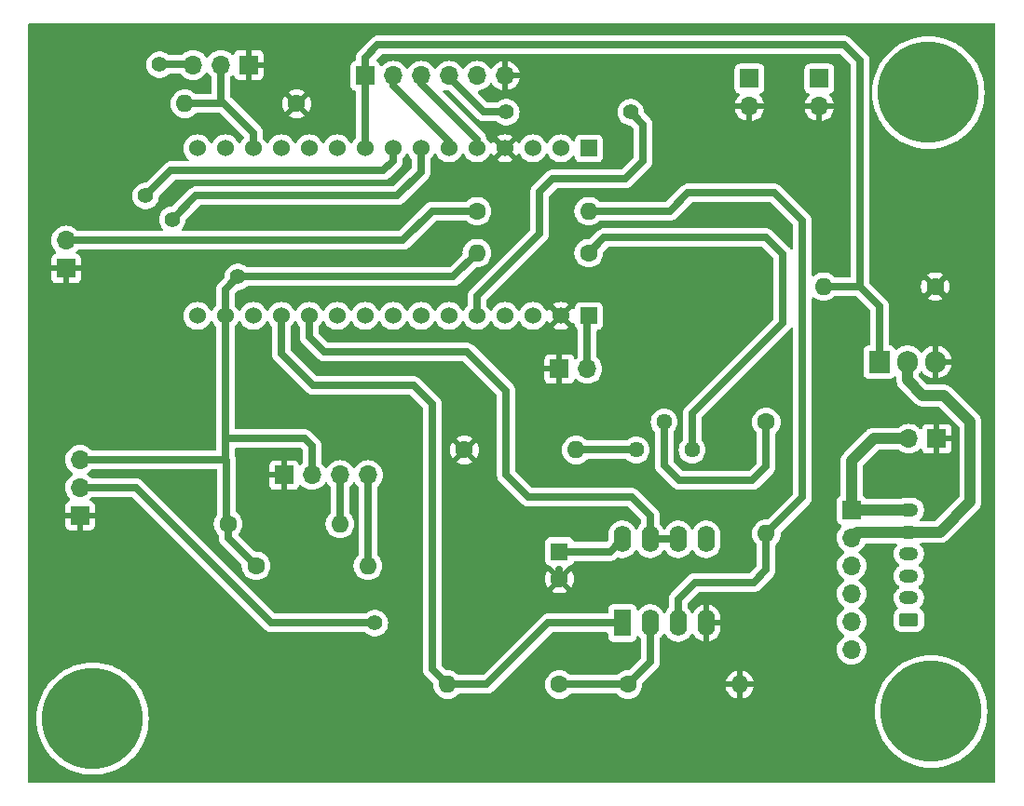
<source format=gbr>
%TF.GenerationSoftware,KiCad,Pcbnew,8.0.0*%
%TF.CreationDate,2025-05-22T20:12:34+02:00*%
%TF.ProjectId,Regul_Temp_L432KC,52656775-6c5f-4546-956d-705f4c343332,rev?*%
%TF.SameCoordinates,Original*%
%TF.FileFunction,Copper,L2,Bot*%
%TF.FilePolarity,Positive*%
%FSLAX46Y46*%
G04 Gerber Fmt 4.6, Leading zero omitted, Abs format (unit mm)*
G04 Created by KiCad (PCBNEW 8.0.0) date 2025-05-22 20:12:34*
%MOMM*%
%LPD*%
G01*
G04 APERTURE LIST*
G04 Aperture macros list*
%AMRoundRect*
0 Rectangle with rounded corners*
0 $1 Rounding radius*
0 $2 $3 $4 $5 $6 $7 $8 $9 X,Y pos of 4 corners*
0 Add a 4 corners polygon primitive as box body*
4,1,4,$2,$3,$4,$5,$6,$7,$8,$9,$2,$3,0*
0 Add four circle primitives for the rounded corners*
1,1,$1+$1,$2,$3*
1,1,$1+$1,$4,$5*
1,1,$1+$1,$6,$7*
1,1,$1+$1,$8,$9*
0 Add four rect primitives between the rounded corners*
20,1,$1+$1,$2,$3,$4,$5,0*
20,1,$1+$1,$4,$5,$6,$7,0*
20,1,$1+$1,$6,$7,$8,$9,0*
20,1,$1+$1,$8,$9,$2,$3,0*%
G04 Aperture macros list end*
%TA.AperFunction,ComponentPad*%
%ADD10R,1.700000X1.700000*%
%TD*%
%TA.AperFunction,ComponentPad*%
%ADD11O,1.700000X1.700000*%
%TD*%
%TA.AperFunction,ComponentPad*%
%ADD12RoundRect,0.250000X0.625000X-0.350000X0.625000X0.350000X-0.625000X0.350000X-0.625000X-0.350000X0*%
%TD*%
%TA.AperFunction,ComponentPad*%
%ADD13O,1.750000X1.200000*%
%TD*%
%TA.AperFunction,ComponentPad*%
%ADD14C,1.600000*%
%TD*%
%TA.AperFunction,ComponentPad*%
%ADD15O,1.600000X1.600000*%
%TD*%
%TA.AperFunction,ComponentPad*%
%ADD16R,1.905000X2.000000*%
%TD*%
%TA.AperFunction,ComponentPad*%
%ADD17O,1.905000X2.000000*%
%TD*%
%TA.AperFunction,ComponentPad*%
%ADD18R,1.600000X1.600000*%
%TD*%
%TA.AperFunction,ComponentPad*%
%ADD19R,1.600000X2.400000*%
%TD*%
%TA.AperFunction,ComponentPad*%
%ADD20O,1.600000X2.400000*%
%TD*%
%TA.AperFunction,ComponentPad*%
%ADD21C,1.440000*%
%TD*%
%TA.AperFunction,ComponentPad*%
%ADD22R,1.530000X1.530000*%
%TD*%
%TA.AperFunction,ComponentPad*%
%ADD23C,1.530000*%
%TD*%
%TA.AperFunction,ComponentPad*%
%ADD24C,9.200000*%
%TD*%
%TA.AperFunction,ViaPad*%
%ADD25C,1.400000*%
%TD*%
%TA.AperFunction,Conductor*%
%ADD26C,0.700000*%
%TD*%
%TA.AperFunction,Conductor*%
%ADD27C,1.000000*%
%TD*%
G04 APERTURE END LIST*
D10*
%TO.P,J9,1,Pin_1*%
%TO.N,GND*%
X260858000Y-123190000D03*
D11*
%TO.P,J9,2,Pin_2*%
%TO.N,VMOT*%
X258318000Y-123190000D03*
%TD*%
D10*
%TO.P,J2,1,Pin_1*%
%TO.N,GND*%
X181737000Y-107696000D03*
D11*
%TO.P,J2,2,Pin_2*%
%TO.N,Net-(J2-Pin_2)*%
X181737000Y-105156000D03*
%TD*%
D12*
%TO.P,J11,1,Pin_1*%
%TO.N,unconnected-(J11-Pin_1-Pad1)*%
X258318000Y-139667000D03*
D13*
%TO.P,J11,2,Pin_2*%
%TO.N,unconnected-(J11-Pin_2-Pad2)*%
X258318000Y-137667000D03*
%TO.P,J11,3,Pin_3*%
%TO.N,unconnected-(J11-Pin_3-Pad3)*%
X258318000Y-135667000D03*
%TO.P,J11,4,Pin_4*%
%TO.N,unconnected-(J11-Pin_4-Pad4)*%
X258318000Y-133667000D03*
%TO.P,J11,5,Pin_5*%
%TO.N,PWM_MOT*%
X258318000Y-131667000D03*
%TO.P,J11,6,Pin_6*%
%TO.N,VMOT*%
X258318000Y-129667000D03*
%TD*%
D10*
%TO.P,J6,1,Pin_1*%
%TO.N,DAC2_OUT*%
X250190000Y-90424000D03*
D11*
%TO.P,J6,2,Pin_2*%
%TO.N,GND*%
X250190000Y-92964000D03*
%TD*%
D14*
%TO.P,R9,1*%
%TO.N,GND*%
X260731000Y-109347000D03*
D15*
%TO.P,R9,2*%
%TO.N,PWM1*%
X250571000Y-109347000D03*
%TD*%
D16*
%TO.P,Q1,1,G*%
%TO.N,PWM1*%
X255651000Y-116205000D03*
D17*
%TO.P,Q1,2,D*%
%TO.N,PWM_MOT*%
X258191000Y-116205000D03*
%TO.P,Q1,3,S*%
%TO.N,GND*%
X260731000Y-116205000D03*
%TD*%
D14*
%TO.P,R3,1*%
%TO.N,Net-(J2-Pin_2)*%
X219075000Y-102489000D03*
D15*
%TO.P,R3,2*%
%TO.N,Net-(U1A-+)*%
X229235000Y-102489000D03*
%TD*%
D18*
%TO.P,C1,1*%
%TO.N,Vin*%
X226568000Y-133439772D03*
D14*
%TO.P,C1,2*%
%TO.N,GND*%
X226568000Y-135939772D03*
%TD*%
D19*
%TO.P,U1,1*%
%TO.N,T_MESURE*%
X232283000Y-139954000D03*
D20*
%TO.P,U1,2,-*%
%TO.N,Net-(U1A--)*%
X234823000Y-139954000D03*
%TO.P,U1,3,+*%
%TO.N,Net-(U1A-+)*%
X237363000Y-139954000D03*
%TO.P,U1,4,V-*%
%TO.N,GND*%
X239903000Y-139954000D03*
%TO.P,U1,5,+*%
%TO.N,Net-(J1-Pin_2)*%
X239903000Y-132334000D03*
%TO.P,U1,6,-*%
%TO.N,T_CONSIGNE*%
X237363000Y-132334000D03*
%TO.P,U1,7*%
X234823000Y-132334000D03*
%TO.P,U1,8,V+*%
%TO.N,Vin*%
X232283000Y-132334000D03*
%TD*%
D14*
%TO.P,R7,1*%
%TO.N,3.3V*%
X196469000Y-130937000D03*
D15*
%TO.P,R7,2*%
%TO.N,SCL*%
X206629000Y-130937000D03*
%TD*%
D21*
%TO.P,RV1,1,1*%
%TO.N,Net-(R1-Pad1)*%
X238633000Y-124206000D03*
%TO.P,RV1,2,2*%
%TO.N,Net-(R4-Pad1)*%
X236093000Y-121666000D03*
%TO.P,RV1,3,3*%
%TO.N,Net-(R2-Pad2)*%
X233553000Y-124206000D03*
%TD*%
D14*
%TO.P,R1,1*%
%TO.N,Net-(R1-Pad1)*%
X229235000Y-106299000D03*
D15*
%TO.P,R1,2*%
%TO.N,3.3V*%
X219075000Y-106299000D03*
%TD*%
D22*
%TO.P,U2,CN3_1,PA9*%
%TO.N,unconnected-(U2A-PA9-PadCN3_1)*%
X229235000Y-96774000D03*
D23*
%TO.P,U2,CN3_2,PA10*%
%TO.N,unconnected-(U2A-PA10-PadCN3_2)*%
X226695000Y-96774000D03*
%TO.P,U2,CN3_3,NRST_CN3*%
%TO.N,unconnected-(U2A-NRST_CN3-PadCN3_3)*%
X224155000Y-96774000D03*
%TO.P,U2,CN3_4,GND_CN3*%
%TO.N,GND*%
X221615000Y-96774000D03*
%TO.P,U2,CN3_5,PA12*%
%TO.N,SIGNE*%
X219075000Y-96774000D03*
%TO.P,U2,CN3_6,PB0*%
%TO.N,PWM2*%
X216535000Y-96774000D03*
%TO.P,U2,CN3_7,PB7*%
%TO.N,SDA*%
X213995000Y-96774000D03*
%TO.P,U2,CN3_8,PB6*%
%TO.N,SCL*%
X211455000Y-96774000D03*
%TO.P,U2,CN3_9,PB1*%
%TO.N,PWM1*%
X208915000Y-96774000D03*
%TO.P,U2,CN3_10,PC14*%
%TO.N,unconnected-(U2A-PC14-PadCN3_10)*%
X206375000Y-96774000D03*
%TO.P,U2,CN3_11,PC15*%
%TO.N,unconnected-(U2A-PC15-PadCN3_11)*%
X203835000Y-96774000D03*
%TO.P,U2,CN3_12,PA8*%
%TO.N,unconnected-(U2A-PA8-PadCN3_12)*%
X201295000Y-96774000D03*
%TO.P,U2,CN3_13,PA11*%
%TO.N,CHOICE*%
X198755000Y-96774000D03*
%TO.P,U2,CN3_14,PB5*%
%TO.N,unconnected-(U2A-PB5-PadCN3_14)*%
X196215000Y-96774000D03*
%TO.P,U2,CN3_15,PB4*%
%TO.N,unconnected-(U2A-PB4-PadCN3_15)*%
X193675000Y-96774000D03*
D22*
%TO.P,U2,CN4_1,VIN*%
%TO.N,Vin*%
X229235000Y-112014000D03*
D23*
%TO.P,U2,CN4_2,GND_CN4*%
%TO.N,GND*%
X226695000Y-112014000D03*
%TO.P,U2,CN4_3,NRST_CN4*%
%TO.N,unconnected-(U2B-NRST_CN4-PadCN4_3)*%
X224155000Y-112014000D03*
%TO.P,U2,CN4_4,+5V*%
%TO.N,5V*%
X221615000Y-112014000D03*
%TO.P,U2,CN4_5,PA2*%
%TO.N,TIK*%
X219075000Y-112014000D03*
%TO.P,U2,CN4_6,PA7*%
%TO.N,unconnected-(U2B-PA7-PadCN4_6)*%
X216535000Y-112014000D03*
%TO.P,U2,CN4_7,PA6*%
%TO.N,unconnected-(U2B-PA6-PadCN4_7)*%
X213995000Y-112014000D03*
%TO.P,U2,CN4_8,PA5*%
%TO.N,DAC2_OUT*%
X211455000Y-112014000D03*
%TO.P,U2,CN4_9,PA4*%
%TO.N,DAC1_OUT*%
X208915000Y-112014000D03*
%TO.P,U2,CN4_10,PA3*%
%TO.N,unconnected-(U2B-PA3-PadCN4_10)*%
X206375000Y-112014000D03*
%TO.P,U2,CN4_11,PA1*%
%TO.N,T_CONSIGNE*%
X203835000Y-112014000D03*
%TO.P,U2,CN4_12,PA0*%
%TO.N,T_MESURE*%
X201295000Y-112014000D03*
%TO.P,U2,CN4_13,AREF*%
%TO.N,unconnected-(U2B-AREF-PadCN4_13)*%
X198755000Y-112014000D03*
%TO.P,U2,CN4_14,+3V3*%
%TO.N,3.3V*%
X196215000Y-112014000D03*
%TO.P,U2,CN4_15,PB3*%
%TO.N,unconnected-(U2B-PB3-PadCN4_15)*%
X193675000Y-112014000D03*
%TD*%
D10*
%TO.P,J4,1,Pin_1*%
%TO.N,GND*%
X198359000Y-89179000D03*
D11*
%TO.P,J4,2,Pin_2*%
%TO.N,CHOICE*%
X195819000Y-89179000D03*
%TO.P,J4,3,Pin_3*%
%TO.N,3.3V*%
X193279000Y-89179000D03*
%TD*%
D10*
%TO.P,J3,1,Pin_1*%
%TO.N,GND*%
X226568000Y-116840000D03*
D11*
%TO.P,J3,2,Pin_2*%
%TO.N,Vin*%
X229108000Y-116840000D03*
%TD*%
D14*
%TO.P,R5,1*%
%TO.N,Net-(U1A--)*%
X232791000Y-145542000D03*
D15*
%TO.P,R5,2*%
%TO.N,GND*%
X242951000Y-145542000D03*
%TD*%
D24*
%TO.P,,1*%
%TO.N,N/C*%
X260096000Y-91694000D03*
%TD*%
D10*
%TO.P,J8,1,Pin_1*%
%TO.N,GND*%
X201549000Y-126492000D03*
D11*
%TO.P,J8,2,Pin_2*%
%TO.N,3.3V*%
X204089000Y-126492000D03*
%TO.P,J8,3,Pin_3*%
%TO.N,SCL*%
X206629000Y-126492000D03*
%TO.P,J8,4,Pin_4*%
%TO.N,SDA*%
X209169000Y-126492000D03*
%TD*%
D24*
%TO.P,REF\u002A\u002A,1*%
%TO.N,N/C*%
X260350000Y-148000000D03*
%TD*%
D10*
%TO.P,J12,1,Pin_1*%
%TO.N,VMOT*%
X253111000Y-129667000D03*
D11*
%TO.P,J12,2,Pin_2*%
%TO.N,PWM_MOT*%
X253111000Y-132207000D03*
%TO.P,J12,3,Pin_3*%
%TO.N,unconnected-(J12-Pin_3-Pad3)*%
X253111000Y-134747000D03*
%TO.P,J12,4,Pin_4*%
%TO.N,unconnected-(J12-Pin_4-Pad4)*%
X253111000Y-137287000D03*
%TO.P,J12,5,Pin_5*%
%TO.N,unconnected-(J12-Pin_5-Pad5)*%
X253111000Y-139827000D03*
%TO.P,J12,6,Pin_6*%
%TO.N,unconnected-(J12-Pin_6-Pad6)*%
X253111000Y-142367000D03*
%TD*%
D10*
%TO.P,J5,1,Pin_1*%
%TO.N,PWM1*%
X208915000Y-90170000D03*
D11*
%TO.P,J5,2,Pin_2*%
%TO.N,PWM2*%
X211455000Y-90170000D03*
%TO.P,J5,3,Pin_3*%
%TO.N,SIGNE*%
X213995000Y-90170000D03*
%TO.P,J5,4,Pin_4*%
%TO.N,TIK*%
X216535000Y-90170000D03*
%TO.P,J5,5,Pin_5*%
%TO.N,unconnected-(J5-Pin_5-Pad5)*%
X219075000Y-90170000D03*
%TO.P,J5,6,Pin_6*%
%TO.N,GND*%
X221615000Y-90170000D03*
%TD*%
D14*
%TO.P,R2,1*%
%TO.N,GND*%
X217932000Y-124206000D03*
D15*
%TO.P,R2,2*%
%TO.N,Net-(R2-Pad2)*%
X228092000Y-124206000D03*
%TD*%
D14*
%TO.P,R8,1*%
%TO.N,3.3V*%
X199009000Y-134747000D03*
D15*
%TO.P,R8,2*%
%TO.N,SDA*%
X209169000Y-134747000D03*
%TD*%
D10*
%TO.P,J7,1,Pin_1*%
%TO.N,DAC1_OUT*%
X243840000Y-90424000D03*
D11*
%TO.P,J7,2,Pin_2*%
%TO.N,GND*%
X243840000Y-92964000D03*
%TD*%
D14*
%TO.P,R6,1*%
%TO.N,Net-(U1A--)*%
X226568000Y-145542000D03*
D15*
%TO.P,R6,2*%
%TO.N,T_MESURE*%
X216408000Y-145542000D03*
%TD*%
D14*
%TO.P,R4,1*%
%TO.N,Net-(R4-Pad1)*%
X245364000Y-121666000D03*
D15*
%TO.P,R4,2*%
%TO.N,Net-(U1A-+)*%
X245364000Y-131826000D03*
%TD*%
D24*
%TO.P,REF\u002A\u002A,1*%
%TO.N,N/C*%
X184150000Y-148650000D03*
%TD*%
D10*
%TO.P,J1,1,Pin_1*%
%TO.N,GND*%
X183007000Y-130175000D03*
D11*
%TO.P,J1,2,Pin_2*%
%TO.N,Net-(J1-Pin_2)*%
X183007000Y-127635000D03*
%TO.P,J1,3,Pin_3*%
%TO.N,3.3V*%
X183007000Y-125095000D03*
%TD*%
D14*
%TO.P,R10,1*%
%TO.N,GND*%
X202692000Y-92710000D03*
D15*
%TO.P,R10,2*%
%TO.N,CHOICE*%
X192532000Y-92710000D03*
%TD*%
D25*
%TO.N,Net-(J1-Pin_2)*%
X209804000Y-139954000D03*
%TO.N,3.3V*%
X197358000Y-108458000D03*
X190246000Y-89154000D03*
%TO.N,TIK*%
X221742000Y-93472000D03*
X233045000Y-93472000D03*
%TO.N,SCL*%
X188976000Y-101092000D03*
%TO.N,SDA*%
X191389000Y-103251000D03*
%TD*%
D26*
%TO.N,GND*%
X226568000Y-135128000D02*
X226568000Y-135382000D01*
%TO.N,Net-(J1-Pin_2)*%
X188087000Y-127635000D02*
X200406000Y-139954000D01*
X183007000Y-127635000D02*
X188087000Y-127635000D01*
X200406000Y-139954000D02*
X209804000Y-139954000D01*
%TO.N,CHOICE*%
X196088000Y-92710000D02*
X195819000Y-92441000D01*
X195819000Y-92441000D02*
X195819000Y-89179000D01*
X198755000Y-95377000D02*
X198755000Y-96774000D01*
X196088000Y-92710000D02*
X198755000Y-95377000D01*
X192532000Y-92710000D02*
X196088000Y-92710000D01*
%TO.N,3.3V*%
X196215000Y-112014000D02*
X196215000Y-109601000D01*
X196469000Y-132207000D02*
X199009000Y-134747000D01*
X216916000Y-108458000D02*
X219075000Y-106299000D01*
X193254000Y-89154000D02*
X193279000Y-89179000D01*
X196215000Y-112014000D02*
X196215000Y-123190000D01*
X196215000Y-125095000D02*
X196342000Y-125222000D01*
X203454000Y-123190000D02*
X196215000Y-123190000D01*
X204089000Y-126492000D02*
X204089000Y-123825000D01*
X196215000Y-123190000D02*
X196215000Y-125095000D01*
X197358000Y-108458000D02*
X216916000Y-108458000D01*
X196342000Y-125222000D02*
X196342000Y-130810000D01*
X196469000Y-130937000D02*
X196469000Y-132207000D01*
X204089000Y-123825000D02*
X203454000Y-123190000D01*
X196342000Y-130810000D02*
X196469000Y-130937000D01*
X190246000Y-89154000D02*
X193254000Y-89154000D01*
X196215000Y-109601000D02*
X197358000Y-108458000D01*
X183007000Y-125095000D02*
X196215000Y-125095000D01*
%TO.N,Net-(J2-Pin_2)*%
X215011000Y-102489000D02*
X219075000Y-102489000D01*
X212344000Y-105156000D02*
X215011000Y-102489000D01*
X181737000Y-105156000D02*
X212344000Y-105156000D01*
%TO.N,TIK*%
X224790000Y-104521000D02*
X219075000Y-110236000D01*
X225933000Y-99568000D02*
X224790000Y-100711000D01*
X234188000Y-94615000D02*
X234188000Y-97917000D01*
X232537000Y-99568000D02*
X225933000Y-99568000D01*
X216535000Y-90297000D02*
X219710000Y-93472000D01*
X233045000Y-93472000D02*
X234188000Y-94615000D01*
X234188000Y-97917000D02*
X232537000Y-99568000D01*
X224790000Y-100711000D02*
X224790000Y-104521000D01*
X219710000Y-93472000D02*
X221742000Y-93472000D01*
X219075000Y-110236000D02*
X219075000Y-112014000D01*
%TO.N,SIGNE*%
X219075000Y-96774000D02*
X219075000Y-95948500D01*
X213995000Y-90868500D02*
X213995000Y-90424000D01*
X219075000Y-95948500D02*
X213995000Y-90868500D01*
%TO.N,PWM2*%
X216535000Y-96139000D02*
X211455000Y-91059000D01*
X211455000Y-91059000D02*
X211455000Y-90424000D01*
X216535000Y-96774000D02*
X216535000Y-96139000D01*
%TO.N,PWM1*%
X253873000Y-109347000D02*
X255651000Y-111125000D01*
X208915000Y-88519000D02*
X210058000Y-87376000D01*
X250571000Y-109347000D02*
X253873000Y-109347000D01*
X252476000Y-87376000D02*
X253873000Y-88773000D01*
X253873000Y-88773000D02*
X253873000Y-109347000D01*
X208915000Y-96774000D02*
X208915000Y-88519000D01*
X255651000Y-111125000D02*
X255651000Y-116205000D01*
X210058000Y-87376000D02*
X252476000Y-87376000D01*
%TO.N,SCL*%
X188976000Y-101092000D02*
X191262000Y-98806000D01*
X206629000Y-130937000D02*
X206629000Y-126492000D01*
X210566000Y-98806000D02*
X211455000Y-97917000D01*
X211455000Y-97917000D02*
X211455000Y-96774000D01*
X191262000Y-98806000D02*
X210566000Y-98806000D01*
%TO.N,SDA*%
X191389000Y-103251000D02*
X193548000Y-101092000D01*
X193548000Y-101092000D02*
X211836000Y-101092000D01*
X211836000Y-101092000D02*
X213995000Y-98933000D01*
X209169000Y-134747000D02*
X209169000Y-126492000D01*
X213995000Y-98933000D02*
X213995000Y-96774000D01*
D27*
%TO.N,VMOT*%
X258318000Y-129667000D02*
X253111000Y-129667000D01*
X253111000Y-125222000D02*
X255143000Y-123190000D01*
X253111000Y-129667000D02*
X253111000Y-125222000D01*
X255143000Y-123190000D02*
X258318000Y-123190000D01*
%TO.N,PWM_MOT*%
X261493000Y-119253000D02*
X259588000Y-119253000D01*
X253111000Y-132207000D02*
X253619000Y-131699000D01*
X263906000Y-121666000D02*
X261493000Y-119253000D01*
X263906000Y-128905000D02*
X263906000Y-121666000D01*
X253619000Y-131699000D02*
X258286000Y-131699000D01*
X258318000Y-131667000D02*
X261144000Y-131667000D01*
D26*
X258286000Y-131699000D02*
X258318000Y-131667000D01*
D27*
X258191000Y-117856000D02*
X258191000Y-116205000D01*
X259588000Y-119253000D02*
X258191000Y-117856000D01*
X261144000Y-131667000D02*
X263906000Y-128905000D01*
D26*
%TO.N,Vin*%
X231177228Y-133439772D02*
X232283000Y-132334000D01*
X226568000Y-133439772D02*
X231177228Y-133439772D01*
X229108000Y-112141000D02*
X229235000Y-112014000D01*
X229108000Y-116840000D02*
X229108000Y-112141000D01*
%TO.N,Net-(R1-Pad1)*%
X246888000Y-112649000D02*
X246888000Y-106426000D01*
X246888000Y-106426000D02*
X245364000Y-104902000D01*
X230632000Y-104902000D02*
X229235000Y-106299000D01*
X238633000Y-120904000D02*
X246888000Y-112649000D01*
X245364000Y-104902000D02*
X230632000Y-104902000D01*
X238633000Y-120904000D02*
X238633000Y-124206000D01*
%TO.N,Net-(R2-Pad2)*%
X228092000Y-124206000D02*
X233553000Y-124206000D01*
%TO.N,Net-(U1A-+)*%
X237363000Y-137795000D02*
X238887000Y-136271000D01*
X229235000Y-102489000D02*
X236601000Y-102489000D01*
X248666000Y-128524000D02*
X245364000Y-131826000D01*
X245364000Y-135128000D02*
X245364000Y-131826000D01*
X244221000Y-136271000D02*
X245364000Y-135128000D01*
X248666000Y-103378000D02*
X248666000Y-128524000D01*
X238252000Y-100838000D02*
X246126000Y-100838000D01*
X237363000Y-139954000D02*
X237363000Y-137795000D01*
X236601000Y-102489000D02*
X238252000Y-100838000D01*
X238887000Y-136271000D02*
X244221000Y-136271000D01*
X246126000Y-100838000D02*
X248666000Y-103378000D01*
%TO.N,Net-(R4-Pad1)*%
X245364000Y-125730000D02*
X245364000Y-121666000D01*
X236093000Y-125603000D02*
X237490000Y-127000000D01*
X244094000Y-127000000D02*
X245364000Y-125730000D01*
X237490000Y-127000000D02*
X244094000Y-127000000D01*
X236093000Y-121666000D02*
X236093000Y-125603000D01*
%TO.N,Net-(U1A--)*%
X234823000Y-143510000D02*
X232791000Y-145542000D01*
X226568000Y-145542000D02*
X232791000Y-145542000D01*
X234823000Y-139954000D02*
X234823000Y-143510000D01*
%TO.N,T_MESURE*%
X225552000Y-139954000D02*
X219964000Y-145542000D01*
X219964000Y-145542000D02*
X216408000Y-145542000D01*
X213360000Y-118364000D02*
X215011000Y-120015000D01*
X215011000Y-120015000D02*
X215011000Y-144145000D01*
X232283000Y-139954000D02*
X225552000Y-139954000D01*
X204216000Y-118364000D02*
X213360000Y-118364000D01*
X201295000Y-115443000D02*
X204216000Y-118364000D01*
X201295000Y-112014000D02*
X201295000Y-115443000D01*
X215011000Y-144145000D02*
X216408000Y-145542000D01*
%TO.N,T_CONSIGNE*%
X218186000Y-115316000D02*
X221742000Y-118872000D01*
X205232000Y-115316000D02*
X218186000Y-115316000D01*
X203835000Y-113919000D02*
X205232000Y-115316000D01*
X223774000Y-128524000D02*
X233172000Y-128524000D01*
X234823000Y-130175000D02*
X234823000Y-132334000D01*
X221742000Y-118872000D02*
X221742000Y-126492000D01*
X234823000Y-132334000D02*
X237363000Y-132334000D01*
X203835000Y-112014000D02*
X203835000Y-113919000D01*
X221742000Y-126492000D02*
X223774000Y-128524000D01*
X233172000Y-128524000D02*
X234823000Y-130175000D01*
%TD*%
%TA.AperFunction,Conductor*%
%TO.N,GND*%
G36*
X266142539Y-85406185D02*
G01*
X266188294Y-85458989D01*
X266199500Y-85510500D01*
X266199500Y-154375500D01*
X266179815Y-154442539D01*
X266127011Y-154488294D01*
X266075500Y-154499500D01*
X178424500Y-154499500D01*
X178357461Y-154479815D01*
X178311706Y-154427011D01*
X178300500Y-154375500D01*
X178300500Y-148650000D01*
X179044641Y-148650000D01*
X179064067Y-149094959D01*
X179122201Y-149536523D01*
X179122202Y-149536532D01*
X179218603Y-149971369D01*
X179352533Y-150396139D01*
X179352538Y-150396152D01*
X179522974Y-150807622D01*
X179728623Y-151202670D01*
X179967937Y-151578318D01*
X180239062Y-151931655D01*
X180239066Y-151931660D01*
X180539965Y-152260033D01*
X180539966Y-152260034D01*
X180868339Y-152560933D01*
X180868344Y-152560937D01*
X181221681Y-152832062D01*
X181221686Y-152832065D01*
X181597320Y-153071371D01*
X181597330Y-153071376D01*
X181597329Y-153071376D01*
X181992377Y-153277025D01*
X181992382Y-153277027D01*
X182403864Y-153447468D01*
X182828636Y-153581398D01*
X183263464Y-153677797D01*
X183705039Y-153735932D01*
X184150000Y-153755359D01*
X184594961Y-153735932D01*
X185036536Y-153677797D01*
X185471364Y-153581398D01*
X185896136Y-153447468D01*
X186307618Y-153277027D01*
X186702680Y-153071371D01*
X187078314Y-152832065D01*
X187431662Y-152560932D01*
X187760034Y-152260034D01*
X188060932Y-151931662D01*
X188332065Y-151578314D01*
X188571371Y-151202680D01*
X188777027Y-150807618D01*
X188947468Y-150396136D01*
X189081398Y-149971364D01*
X189177797Y-149536536D01*
X189235932Y-149094961D01*
X189255359Y-148650000D01*
X189235932Y-148205039D01*
X189208938Y-148000000D01*
X255244641Y-148000000D01*
X255264067Y-148444959D01*
X255322201Y-148886523D01*
X255322202Y-148886532D01*
X255418603Y-149321369D01*
X255552533Y-149746139D01*
X255552538Y-149746152D01*
X255722974Y-150157622D01*
X255928623Y-150552670D01*
X256167937Y-150928318D01*
X256439062Y-151281655D01*
X256439066Y-151281660D01*
X256739965Y-151610033D01*
X256739966Y-151610034D01*
X257068339Y-151910933D01*
X257068344Y-151910937D01*
X257421681Y-152182062D01*
X257421686Y-152182065D01*
X257797320Y-152421371D01*
X257797330Y-152421376D01*
X257797329Y-152421376D01*
X258192377Y-152627025D01*
X258192382Y-152627027D01*
X258603864Y-152797468D01*
X259028636Y-152931398D01*
X259463464Y-153027797D01*
X259905039Y-153085932D01*
X260350000Y-153105359D01*
X260794961Y-153085932D01*
X261236536Y-153027797D01*
X261671364Y-152931398D01*
X262096136Y-152797468D01*
X262507618Y-152627027D01*
X262902680Y-152421371D01*
X263278314Y-152182065D01*
X263631662Y-151910932D01*
X263960034Y-151610034D01*
X264260932Y-151281662D01*
X264532065Y-150928314D01*
X264771371Y-150552680D01*
X264977027Y-150157618D01*
X265147468Y-149746136D01*
X265281398Y-149321364D01*
X265377797Y-148886536D01*
X265435932Y-148444961D01*
X265455359Y-148000000D01*
X265435932Y-147555039D01*
X265377797Y-147113464D01*
X265281398Y-146678636D01*
X265147468Y-146253864D01*
X264977027Y-145842382D01*
X264977025Y-145842377D01*
X264771376Y-145447330D01*
X264771374Y-145447327D01*
X264771371Y-145447321D01*
X264547352Y-145095682D01*
X264532062Y-145071681D01*
X264260937Y-144718344D01*
X264260933Y-144718339D01*
X263960034Y-144389966D01*
X263960033Y-144389965D01*
X263631660Y-144089066D01*
X263631655Y-144089062D01*
X263278318Y-143817937D01*
X263096429Y-143702061D01*
X262902680Y-143578629D01*
X262902671Y-143578624D01*
X262902669Y-143578623D01*
X262902670Y-143578623D01*
X262507622Y-143372974D01*
X262096152Y-143202538D01*
X262096139Y-143202533D01*
X261671369Y-143068603D01*
X261236532Y-142972202D01*
X261236523Y-142972201D01*
X260794959Y-142914067D01*
X260350000Y-142894641D01*
X259905040Y-142914067D01*
X259463476Y-142972201D01*
X259463467Y-142972202D01*
X259028630Y-143068603D01*
X258603860Y-143202533D01*
X258603847Y-143202538D01*
X258192377Y-143372974D01*
X257797330Y-143578623D01*
X257421681Y-143817937D01*
X257068344Y-144089062D01*
X257068339Y-144089066D01*
X256739966Y-144389965D01*
X256739965Y-144389966D01*
X256439066Y-144718339D01*
X256439062Y-144718344D01*
X256167937Y-145071681D01*
X255928623Y-145447330D01*
X255722974Y-145842377D01*
X255552538Y-146253847D01*
X255552533Y-146253860D01*
X255418603Y-146678630D01*
X255322202Y-147113467D01*
X255322201Y-147113476D01*
X255264067Y-147555040D01*
X255244641Y-148000000D01*
X189208938Y-148000000D01*
X189177797Y-147763464D01*
X189081398Y-147328636D01*
X188947468Y-146903864D01*
X188777027Y-146492382D01*
X188777025Y-146492377D01*
X188571376Y-146097330D01*
X188571374Y-146097327D01*
X188571371Y-146097321D01*
X188332065Y-145721686D01*
X188332062Y-145721681D01*
X188060937Y-145368344D01*
X188060933Y-145368339D01*
X187760034Y-145039966D01*
X187760033Y-145039965D01*
X187431660Y-144739066D01*
X187431655Y-144739062D01*
X187078318Y-144467937D01*
X186945957Y-144383614D01*
X186702680Y-144228629D01*
X186702671Y-144228624D01*
X186702669Y-144228623D01*
X186702670Y-144228623D01*
X186307622Y-144022974D01*
X185896152Y-143852538D01*
X185896139Y-143852533D01*
X185471369Y-143718603D01*
X185036532Y-143622202D01*
X185036523Y-143622201D01*
X184594959Y-143564067D01*
X184150000Y-143544641D01*
X183705040Y-143564067D01*
X183263476Y-143622201D01*
X183263467Y-143622202D01*
X182828630Y-143718603D01*
X182403860Y-143852533D01*
X182403847Y-143852538D01*
X181992377Y-144022974D01*
X181597330Y-144228623D01*
X181221681Y-144467937D01*
X180868344Y-144739062D01*
X180868339Y-144739066D01*
X180539966Y-145039965D01*
X180539965Y-145039966D01*
X180239066Y-145368339D01*
X180239062Y-145368344D01*
X179967937Y-145721681D01*
X179728623Y-146097330D01*
X179522974Y-146492377D01*
X179352538Y-146903847D01*
X179352533Y-146903860D01*
X179218603Y-147328630D01*
X179122202Y-147763467D01*
X179122201Y-147763476D01*
X179064067Y-148205040D01*
X179044641Y-148650000D01*
X178300500Y-148650000D01*
X178300500Y-105156000D01*
X180381341Y-105156000D01*
X180401936Y-105391403D01*
X180401938Y-105391413D01*
X180463094Y-105619655D01*
X180463096Y-105619659D01*
X180463097Y-105619663D01*
X180541976Y-105788819D01*
X180562965Y-105833830D01*
X180562967Y-105833834D01*
X180698501Y-106027395D01*
X180698506Y-106027402D01*
X180820818Y-106149714D01*
X180854303Y-106211037D01*
X180849319Y-106280729D01*
X180807447Y-106336662D01*
X180776471Y-106353577D01*
X180644912Y-106402646D01*
X180644906Y-106402649D01*
X180529812Y-106488809D01*
X180529809Y-106488812D01*
X180443649Y-106603906D01*
X180443645Y-106603913D01*
X180393403Y-106738620D01*
X180393401Y-106738627D01*
X180387000Y-106798155D01*
X180387000Y-107446000D01*
X181303988Y-107446000D01*
X181271075Y-107503007D01*
X181237000Y-107630174D01*
X181237000Y-107761826D01*
X181271075Y-107888993D01*
X181303988Y-107946000D01*
X180387000Y-107946000D01*
X180387000Y-108593844D01*
X180393401Y-108653372D01*
X180393403Y-108653379D01*
X180443645Y-108788086D01*
X180443649Y-108788093D01*
X180529809Y-108903187D01*
X180529812Y-108903190D01*
X180644906Y-108989350D01*
X180644913Y-108989354D01*
X180779620Y-109039596D01*
X180779627Y-109039598D01*
X180839155Y-109045999D01*
X180839172Y-109046000D01*
X181487000Y-109046000D01*
X181487000Y-108129012D01*
X181544007Y-108161925D01*
X181671174Y-108196000D01*
X181802826Y-108196000D01*
X181929993Y-108161925D01*
X181987000Y-108129012D01*
X181987000Y-109046000D01*
X182634828Y-109046000D01*
X182634844Y-109045999D01*
X182694372Y-109039598D01*
X182694379Y-109039596D01*
X182829086Y-108989354D01*
X182829093Y-108989350D01*
X182944187Y-108903190D01*
X182944190Y-108903187D01*
X183030350Y-108788093D01*
X183030354Y-108788086D01*
X183080596Y-108653379D01*
X183080598Y-108653372D01*
X183086999Y-108593844D01*
X183087000Y-108593827D01*
X183087000Y-107946000D01*
X182170012Y-107946000D01*
X182202925Y-107888993D01*
X182237000Y-107761826D01*
X182237000Y-107630174D01*
X182202925Y-107503007D01*
X182170012Y-107446000D01*
X183087000Y-107446000D01*
X183087000Y-106798172D01*
X183086999Y-106798155D01*
X183080598Y-106738627D01*
X183080596Y-106738620D01*
X183030354Y-106603913D01*
X183030350Y-106603906D01*
X182944190Y-106488812D01*
X182944187Y-106488809D01*
X182829093Y-106402649D01*
X182829088Y-106402646D01*
X182697528Y-106353577D01*
X182641595Y-106311705D01*
X182617178Y-106246241D01*
X182632030Y-106177968D01*
X182653179Y-106149716D01*
X182730594Y-106072302D01*
X182760079Y-106042818D01*
X182821402Y-106009334D01*
X182847759Y-106006500D01*
X212427768Y-106006500D01*
X212427769Y-106006499D01*
X212482538Y-105995605D01*
X212592074Y-105973818D01*
X212592078Y-105973816D01*
X212592082Y-105973816D01*
X212637415Y-105955037D01*
X212746863Y-105909704D01*
X212886162Y-105816627D01*
X215326970Y-103375819D01*
X215388293Y-103342334D01*
X215414651Y-103339500D01*
X218034952Y-103339500D01*
X218101991Y-103359185D01*
X218122628Y-103375814D01*
X218235861Y-103489047D01*
X218422266Y-103619568D01*
X218628504Y-103715739D01*
X218848308Y-103774635D01*
X219010230Y-103788801D01*
X219074998Y-103794468D01*
X219075000Y-103794468D01*
X219075002Y-103794468D01*
X219131673Y-103789509D01*
X219301692Y-103774635D01*
X219521496Y-103715739D01*
X219727734Y-103619568D01*
X219914139Y-103489047D01*
X220075047Y-103328139D01*
X220205568Y-103141734D01*
X220301739Y-102935496D01*
X220360635Y-102715692D01*
X220380468Y-102489000D01*
X220360635Y-102262308D01*
X220301739Y-102042504D01*
X220205568Y-101836266D01*
X220075047Y-101649861D01*
X220075045Y-101649858D01*
X219914141Y-101488954D01*
X219727734Y-101358432D01*
X219727732Y-101358431D01*
X219521497Y-101262261D01*
X219521488Y-101262258D01*
X219301697Y-101203366D01*
X219301693Y-101203365D01*
X219301692Y-101203365D01*
X219301691Y-101203364D01*
X219301686Y-101203364D01*
X219075002Y-101183532D01*
X219074998Y-101183532D01*
X218848313Y-101203364D01*
X218848302Y-101203366D01*
X218628511Y-101262258D01*
X218628502Y-101262261D01*
X218422267Y-101358431D01*
X218422265Y-101358432D01*
X218235862Y-101488951D01*
X218197291Y-101527523D01*
X218122631Y-101602182D01*
X218061311Y-101635666D01*
X218034952Y-101638500D01*
X214927228Y-101638500D01*
X214762925Y-101671182D01*
X214762917Y-101671184D01*
X214721114Y-101688500D01*
X214721113Y-101688500D01*
X214608139Y-101735294D01*
X214608136Y-101735296D01*
X214468842Y-101828369D01*
X214468834Y-101828375D01*
X212028030Y-104269181D01*
X211966707Y-104302666D01*
X211940349Y-104305500D01*
X192334311Y-104305500D01*
X192267272Y-104285815D01*
X192221517Y-104233011D01*
X192211573Y-104163853D01*
X192240598Y-104100297D01*
X192250773Y-104089863D01*
X192279979Y-104063238D01*
X192288844Y-104051500D01*
X192414058Y-103885689D01*
X192513229Y-103686528D01*
X192574115Y-103472536D01*
X192590803Y-103292430D01*
X192616589Y-103227496D01*
X192626585Y-103216201D01*
X193863969Y-101978819D01*
X193925292Y-101945334D01*
X193951650Y-101942500D01*
X211919768Y-101942500D01*
X211919769Y-101942499D01*
X212084082Y-101909816D01*
X212162418Y-101877368D01*
X212238863Y-101845704D01*
X212378162Y-101752627D01*
X214655626Y-99475162D01*
X214721822Y-99376093D01*
X214748700Y-99335870D01*
X214748701Y-99335867D01*
X214748704Y-99335863D01*
X214794035Y-99226418D01*
X214794037Y-99226417D01*
X214812815Y-99181084D01*
X214812818Y-99181074D01*
X214845499Y-99016771D01*
X214845500Y-99016768D01*
X214845500Y-97764549D01*
X214865185Y-97697510D01*
X214881819Y-97676868D01*
X214919738Y-97638949D01*
X214968132Y-97590555D01*
X215095142Y-97409167D01*
X215152618Y-97285907D01*
X215198790Y-97233468D01*
X215265983Y-97214316D01*
X215332864Y-97234531D01*
X215377381Y-97285907D01*
X215434858Y-97409167D01*
X215561868Y-97590555D01*
X215718445Y-97747132D01*
X215899833Y-97874142D01*
X216020572Y-97930443D01*
X216100513Y-97967720D01*
X216100515Y-97967720D01*
X216100520Y-97967723D01*
X216314409Y-98025035D01*
X216471974Y-98038820D01*
X216534998Y-98044334D01*
X216535000Y-98044334D01*
X216535002Y-98044334D01*
X216590276Y-98039498D01*
X216755591Y-98025035D01*
X216969480Y-97967723D01*
X217170167Y-97874142D01*
X217351555Y-97747132D01*
X217508132Y-97590555D01*
X217635142Y-97409167D01*
X217692618Y-97285907D01*
X217738790Y-97233468D01*
X217805983Y-97214316D01*
X217872864Y-97234531D01*
X217917381Y-97285907D01*
X217974858Y-97409167D01*
X218101868Y-97590555D01*
X218258445Y-97747132D01*
X218439833Y-97874142D01*
X218560572Y-97930443D01*
X218640513Y-97967720D01*
X218640515Y-97967720D01*
X218640520Y-97967723D01*
X218854409Y-98025035D01*
X219011974Y-98038820D01*
X219074998Y-98044334D01*
X219075000Y-98044334D01*
X219075002Y-98044334D01*
X219130276Y-98039498D01*
X219295591Y-98025035D01*
X219509480Y-97967723D01*
X219710167Y-97874142D01*
X219891555Y-97747132D01*
X220048132Y-97590555D01*
X220175142Y-97409167D01*
X220232895Y-97285312D01*
X220279064Y-97232878D01*
X220346258Y-97213725D01*
X220413139Y-97233940D01*
X220457657Y-97285316D01*
X220515295Y-97408919D01*
X220561103Y-97474341D01*
X220561105Y-97474342D01*
X221123871Y-96911575D01*
X221139755Y-96970853D01*
X221206898Y-97087147D01*
X221301853Y-97182102D01*
X221418147Y-97249245D01*
X221477424Y-97265128D01*
X220914656Y-97827894D01*
X220980083Y-97873706D01*
X220980085Y-97873707D01*
X221180690Y-97967250D01*
X221180699Y-97967254D01*
X221394490Y-98024538D01*
X221394500Y-98024540D01*
X221614999Y-98043832D01*
X221615001Y-98043832D01*
X221835499Y-98024540D01*
X221835509Y-98024538D01*
X222049300Y-97967254D01*
X222049309Y-97967250D01*
X222249915Y-97873706D01*
X222315342Y-97827894D01*
X221752575Y-97265127D01*
X221811853Y-97249245D01*
X221928147Y-97182102D01*
X222023102Y-97087147D01*
X222090245Y-96970853D01*
X222106128Y-96911575D01*
X222668894Y-97474342D01*
X222714707Y-97408914D01*
X222714708Y-97408912D01*
X222772342Y-97285317D01*
X222818514Y-97232877D01*
X222885707Y-97213725D01*
X222952589Y-97233941D01*
X222997106Y-97285317D01*
X223054858Y-97409167D01*
X223181868Y-97590555D01*
X223338445Y-97747132D01*
X223519833Y-97874142D01*
X223640572Y-97930443D01*
X223720513Y-97967720D01*
X223720515Y-97967720D01*
X223720520Y-97967723D01*
X223934409Y-98025035D01*
X224091974Y-98038820D01*
X224154998Y-98044334D01*
X224155000Y-98044334D01*
X224155002Y-98044334D01*
X224210276Y-98039498D01*
X224375591Y-98025035D01*
X224589480Y-97967723D01*
X224790167Y-97874142D01*
X224971555Y-97747132D01*
X225128132Y-97590555D01*
X225255142Y-97409167D01*
X225312618Y-97285907D01*
X225358790Y-97233468D01*
X225425983Y-97214316D01*
X225492864Y-97234531D01*
X225537381Y-97285907D01*
X225594858Y-97409167D01*
X225721868Y-97590555D01*
X225878445Y-97747132D01*
X226059833Y-97874142D01*
X226180572Y-97930443D01*
X226260513Y-97967720D01*
X226260515Y-97967720D01*
X226260520Y-97967723D01*
X226474409Y-98025035D01*
X226631974Y-98038820D01*
X226694998Y-98044334D01*
X226695000Y-98044334D01*
X226695002Y-98044334D01*
X226750276Y-98039498D01*
X226915591Y-98025035D01*
X227129480Y-97967723D01*
X227330167Y-97874142D01*
X227511555Y-97747132D01*
X227668132Y-97590555D01*
X227743928Y-97482307D01*
X227798501Y-97438685D01*
X227868000Y-97431491D01*
X227930355Y-97463013D01*
X227965769Y-97523243D01*
X227969500Y-97553430D01*
X227969500Y-97586868D01*
X227969501Y-97586876D01*
X227975908Y-97646483D01*
X228026202Y-97781328D01*
X228026206Y-97781335D01*
X228112452Y-97896544D01*
X228112455Y-97896547D01*
X228227664Y-97982793D01*
X228227671Y-97982797D01*
X228362517Y-98033091D01*
X228362516Y-98033091D01*
X228369444Y-98033835D01*
X228422127Y-98039500D01*
X230047872Y-98039499D01*
X230107483Y-98033091D01*
X230242331Y-97982796D01*
X230357546Y-97896546D01*
X230443796Y-97781331D01*
X230494091Y-97646483D01*
X230500500Y-97586873D01*
X230500499Y-95961128D01*
X230494091Y-95901517D01*
X230476361Y-95853981D01*
X230443797Y-95766671D01*
X230443793Y-95766664D01*
X230357547Y-95651455D01*
X230357544Y-95651452D01*
X230242335Y-95565206D01*
X230242328Y-95565202D01*
X230107482Y-95514908D01*
X230107483Y-95514908D01*
X230047883Y-95508501D01*
X230047881Y-95508500D01*
X230047873Y-95508500D01*
X230047864Y-95508500D01*
X228422129Y-95508500D01*
X228422123Y-95508501D01*
X228362516Y-95514908D01*
X228227671Y-95565202D01*
X228227664Y-95565206D01*
X228112455Y-95651452D01*
X228112452Y-95651455D01*
X228026206Y-95766664D01*
X228026202Y-95766671D01*
X227975908Y-95901517D01*
X227969896Y-95957441D01*
X227969501Y-95961123D01*
X227969500Y-95961135D01*
X227969500Y-95994564D01*
X227949815Y-96061603D01*
X227897011Y-96107358D01*
X227827853Y-96117302D01*
X227764297Y-96088277D01*
X227743926Y-96065688D01*
X227668137Y-95957452D01*
X227668136Y-95957451D01*
X227668132Y-95957445D01*
X227511555Y-95800868D01*
X227330167Y-95673858D01*
X227309983Y-95664446D01*
X227129486Y-95580279D01*
X227129475Y-95580275D01*
X226915592Y-95522965D01*
X226915585Y-95522964D01*
X226695002Y-95503666D01*
X226694998Y-95503666D01*
X226474414Y-95522964D01*
X226474407Y-95522965D01*
X226260524Y-95580275D01*
X226260513Y-95580279D01*
X226059836Y-95673856D01*
X226059834Y-95673857D01*
X225878444Y-95800868D01*
X225721868Y-95957444D01*
X225594857Y-96138834D01*
X225594856Y-96138836D01*
X225537382Y-96262091D01*
X225491210Y-96314531D01*
X225424017Y-96333683D01*
X225357135Y-96313467D01*
X225312618Y-96262091D01*
X225259720Y-96148651D01*
X225255142Y-96138833D01*
X225128132Y-95957445D01*
X224971555Y-95800868D01*
X224790167Y-95673858D01*
X224769983Y-95664446D01*
X224589486Y-95580279D01*
X224589475Y-95580275D01*
X224375592Y-95522965D01*
X224375585Y-95522964D01*
X224155002Y-95503666D01*
X224154998Y-95503666D01*
X223934414Y-95522964D01*
X223934407Y-95522965D01*
X223720524Y-95580275D01*
X223720513Y-95580279D01*
X223519836Y-95673856D01*
X223519834Y-95673857D01*
X223338444Y-95800868D01*
X223181868Y-95957444D01*
X223054857Y-96138833D01*
X222997106Y-96262683D01*
X222950934Y-96315122D01*
X222883740Y-96334274D01*
X222816859Y-96314058D01*
X222772342Y-96262683D01*
X222714707Y-96139085D01*
X222714706Y-96139083D01*
X222668894Y-96073657D01*
X222668894Y-96073656D01*
X222106127Y-96636423D01*
X222090245Y-96577147D01*
X222023102Y-96460853D01*
X221928147Y-96365898D01*
X221811853Y-96298755D01*
X221752575Y-96282872D01*
X222315342Y-95720105D01*
X222315341Y-95720103D01*
X222249919Y-95674295D01*
X222049309Y-95580749D01*
X222049300Y-95580745D01*
X221835509Y-95523461D01*
X221835499Y-95523459D01*
X221615001Y-95504168D01*
X221614999Y-95504168D01*
X221394500Y-95523459D01*
X221394490Y-95523461D01*
X221180699Y-95580745D01*
X221180690Y-95580749D01*
X220980084Y-95674293D01*
X220914657Y-95720104D01*
X221477424Y-96282871D01*
X221418147Y-96298755D01*
X221301853Y-96365898D01*
X221206898Y-96460853D01*
X221139755Y-96577147D01*
X221123871Y-96636424D01*
X220561104Y-96073657D01*
X220515293Y-96139084D01*
X220457657Y-96262683D01*
X220411484Y-96315122D01*
X220344290Y-96334274D01*
X220277409Y-96314058D01*
X220232893Y-96262682D01*
X220175142Y-96138833D01*
X220048132Y-95957445D01*
X219944668Y-95853981D01*
X219911183Y-95792658D01*
X219910748Y-95790572D01*
X219892816Y-95700418D01*
X219853264Y-95604932D01*
X219849911Y-95596838D01*
X219828707Y-95545644D01*
X219828706Y-95545643D01*
X219828704Y-95545637D01*
X219735627Y-95406338D01*
X219735624Y-95406334D01*
X215991294Y-91662005D01*
X215957809Y-91600682D01*
X215962793Y-91530990D01*
X216004665Y-91475057D01*
X216070129Y-91450640D01*
X216111068Y-91454549D01*
X216145583Y-91463797D01*
X216299592Y-91505063D01*
X216518391Y-91524205D01*
X216583458Y-91549657D01*
X216595263Y-91560052D01*
X219167831Y-94132620D01*
X219167834Y-94132622D01*
X219167838Y-94132626D01*
X219307137Y-94225704D01*
X219383582Y-94257368D01*
X219461918Y-94289816D01*
X219626228Y-94322499D01*
X219626232Y-94322500D01*
X219626233Y-94322500D01*
X220844954Y-94322500D01*
X220911993Y-94342185D01*
X220928492Y-94354863D01*
X221015437Y-94434123D01*
X221015439Y-94434125D01*
X221204595Y-94551245D01*
X221204596Y-94551245D01*
X221204599Y-94551247D01*
X221412060Y-94631618D01*
X221630757Y-94672500D01*
X221630759Y-94672500D01*
X221853241Y-94672500D01*
X221853243Y-94672500D01*
X222071940Y-94631618D01*
X222279401Y-94551247D01*
X222468562Y-94434124D01*
X222632981Y-94284236D01*
X222661350Y-94246670D01*
X222687423Y-94212143D01*
X222767058Y-94106689D01*
X222866229Y-93907528D01*
X222927115Y-93693536D01*
X222947643Y-93472000D01*
X222937494Y-93362478D01*
X222927115Y-93250464D01*
X222927114Y-93250462D01*
X222900378Y-93156496D01*
X222866229Y-93036472D01*
X222866224Y-93036461D01*
X222767061Y-92837316D01*
X222767056Y-92837308D01*
X222632979Y-92659761D01*
X222468562Y-92509876D01*
X222468560Y-92509874D01*
X222279404Y-92392754D01*
X222279398Y-92392752D01*
X222272088Y-92389920D01*
X222071940Y-92312382D01*
X221853243Y-92271500D01*
X221630757Y-92271500D01*
X221412060Y-92312382D01*
X221280864Y-92363207D01*
X221204601Y-92392752D01*
X221204595Y-92392754D01*
X221015439Y-92509874D01*
X221015437Y-92509876D01*
X220928492Y-92589137D01*
X220865688Y-92619754D01*
X220844954Y-92621500D01*
X220113650Y-92621500D01*
X220046611Y-92601815D01*
X220025969Y-92585181D01*
X219163212Y-91722424D01*
X219129727Y-91661101D01*
X219134711Y-91591409D01*
X219176583Y-91535476D01*
X219240084Y-91511215D01*
X219310408Y-91505063D01*
X219538663Y-91443903D01*
X219752830Y-91344035D01*
X219946401Y-91208495D01*
X220113495Y-91041401D01*
X220243730Y-90855405D01*
X220298307Y-90811781D01*
X220367805Y-90804587D01*
X220430160Y-90836110D01*
X220446879Y-90855405D01*
X220576890Y-91041078D01*
X220743917Y-91208105D01*
X220937421Y-91343600D01*
X221151507Y-91443429D01*
X221151516Y-91443433D01*
X221365000Y-91500634D01*
X221365000Y-90603012D01*
X221422007Y-90635925D01*
X221549174Y-90670000D01*
X221680826Y-90670000D01*
X221807993Y-90635925D01*
X221865000Y-90603012D01*
X221865000Y-91500633D01*
X222078483Y-91443433D01*
X222078492Y-91443429D01*
X222292578Y-91343600D01*
X222486082Y-91208105D01*
X222653105Y-91041082D01*
X222788600Y-90847578D01*
X222888429Y-90633492D01*
X222888432Y-90633486D01*
X222945636Y-90420000D01*
X222048012Y-90420000D01*
X222080925Y-90362993D01*
X222115000Y-90235826D01*
X222115000Y-90104174D01*
X222080925Y-89977007D01*
X222048012Y-89920000D01*
X222945636Y-89920000D01*
X222945635Y-89919999D01*
X222888432Y-89706513D01*
X222888429Y-89706507D01*
X222804317Y-89526127D01*
X242489500Y-89526127D01*
X242489501Y-91321872D01*
X242489502Y-91321883D01*
X242495908Y-91381483D01*
X242546202Y-91516328D01*
X242546206Y-91516335D01*
X242632452Y-91631544D01*
X242632455Y-91631547D01*
X242747664Y-91717793D01*
X242747671Y-91717797D01*
X242747674Y-91717798D01*
X242879598Y-91767002D01*
X242935531Y-91808873D01*
X242959949Y-91874337D01*
X242945098Y-91942610D01*
X242923947Y-91970865D01*
X242801886Y-92092926D01*
X242666400Y-92286420D01*
X242666399Y-92286422D01*
X242566570Y-92500507D01*
X242566567Y-92500513D01*
X242509364Y-92713999D01*
X242509364Y-92714000D01*
X243406988Y-92714000D01*
X243374075Y-92771007D01*
X243340000Y-92898174D01*
X243340000Y-93029826D01*
X243374075Y-93156993D01*
X243406988Y-93214000D01*
X242509364Y-93214000D01*
X242566567Y-93427486D01*
X242566570Y-93427492D01*
X242666399Y-93641578D01*
X242801894Y-93835082D01*
X242968917Y-94002105D01*
X243162421Y-94137600D01*
X243376507Y-94237429D01*
X243376516Y-94237433D01*
X243590000Y-94294634D01*
X243590000Y-93397012D01*
X243647007Y-93429925D01*
X243774174Y-93464000D01*
X243905826Y-93464000D01*
X244032993Y-93429925D01*
X244090000Y-93397012D01*
X244090000Y-94294633D01*
X244303483Y-94237433D01*
X244303492Y-94237429D01*
X244517578Y-94137600D01*
X244711082Y-94002105D01*
X244878105Y-93835082D01*
X245013600Y-93641578D01*
X245113429Y-93427492D01*
X245113432Y-93427486D01*
X245170636Y-93214000D01*
X244273012Y-93214000D01*
X244305925Y-93156993D01*
X244340000Y-93029826D01*
X244340000Y-92898174D01*
X244305925Y-92771007D01*
X244273012Y-92714000D01*
X245170636Y-92714000D01*
X245170635Y-92713999D01*
X245113432Y-92500513D01*
X245113429Y-92500507D01*
X245013600Y-92286422D01*
X245013599Y-92286420D01*
X244878113Y-92092926D01*
X244878108Y-92092920D01*
X244756053Y-91970865D01*
X244722568Y-91909542D01*
X244727552Y-91839850D01*
X244769424Y-91783917D01*
X244800400Y-91767002D01*
X244932331Y-91717796D01*
X245047546Y-91631546D01*
X245133796Y-91516331D01*
X245184091Y-91381483D01*
X245190500Y-91321873D01*
X245190499Y-89526128D01*
X245190499Y-89526127D01*
X248839500Y-89526127D01*
X248839501Y-91321872D01*
X248839502Y-91321883D01*
X248845908Y-91381483D01*
X248896202Y-91516328D01*
X248896206Y-91516335D01*
X248982452Y-91631544D01*
X248982455Y-91631547D01*
X249097664Y-91717793D01*
X249097671Y-91717797D01*
X249097674Y-91717798D01*
X249229598Y-91767002D01*
X249285531Y-91808873D01*
X249309949Y-91874337D01*
X249295098Y-91942610D01*
X249273947Y-91970865D01*
X249151886Y-92092926D01*
X249016400Y-92286420D01*
X249016399Y-92286422D01*
X248916570Y-92500507D01*
X248916567Y-92500513D01*
X248859364Y-92713999D01*
X248859364Y-92714000D01*
X249756988Y-92714000D01*
X249724075Y-92771007D01*
X249690000Y-92898174D01*
X249690000Y-93029826D01*
X249724075Y-93156993D01*
X249756988Y-93214000D01*
X248859364Y-93214000D01*
X248916567Y-93427486D01*
X248916570Y-93427492D01*
X249016399Y-93641578D01*
X249151894Y-93835082D01*
X249318917Y-94002105D01*
X249512421Y-94137600D01*
X249726507Y-94237429D01*
X249726516Y-94237433D01*
X249940000Y-94294634D01*
X249940000Y-93397012D01*
X249997007Y-93429925D01*
X250124174Y-93464000D01*
X250255826Y-93464000D01*
X250382993Y-93429925D01*
X250440000Y-93397012D01*
X250440000Y-94294633D01*
X250653483Y-94237433D01*
X250653492Y-94237429D01*
X250867578Y-94137600D01*
X251061082Y-94002105D01*
X251228105Y-93835082D01*
X251363600Y-93641578D01*
X251463429Y-93427492D01*
X251463432Y-93427486D01*
X251520636Y-93214000D01*
X250623012Y-93214000D01*
X250655925Y-93156993D01*
X250690000Y-93029826D01*
X250690000Y-92898174D01*
X250655925Y-92771007D01*
X250623012Y-92714000D01*
X251520636Y-92714000D01*
X251520635Y-92713999D01*
X251463432Y-92500513D01*
X251463429Y-92500507D01*
X251363600Y-92286422D01*
X251363599Y-92286420D01*
X251228113Y-92092926D01*
X251228108Y-92092920D01*
X251106053Y-91970865D01*
X251072568Y-91909542D01*
X251077552Y-91839850D01*
X251119424Y-91783917D01*
X251150400Y-91767002D01*
X251282331Y-91717796D01*
X251397546Y-91631546D01*
X251483796Y-91516331D01*
X251534091Y-91381483D01*
X251540500Y-91321873D01*
X251540499Y-89526128D01*
X251534091Y-89466517D01*
X251500157Y-89375536D01*
X251483797Y-89331671D01*
X251483793Y-89331664D01*
X251397547Y-89216455D01*
X251397544Y-89216452D01*
X251282335Y-89130206D01*
X251282328Y-89130202D01*
X251147482Y-89079908D01*
X251147483Y-89079908D01*
X251087883Y-89073501D01*
X251087881Y-89073500D01*
X251087873Y-89073500D01*
X251087864Y-89073500D01*
X249292129Y-89073500D01*
X249292123Y-89073501D01*
X249232516Y-89079908D01*
X249097671Y-89130202D01*
X249097664Y-89130206D01*
X248982455Y-89216452D01*
X248982452Y-89216455D01*
X248896206Y-89331664D01*
X248896202Y-89331671D01*
X248845908Y-89466517D01*
X248839585Y-89525337D01*
X248839500Y-89526127D01*
X245190499Y-89526127D01*
X245184091Y-89466517D01*
X245150157Y-89375536D01*
X245133797Y-89331671D01*
X245133793Y-89331664D01*
X245047547Y-89216455D01*
X245047544Y-89216452D01*
X244932335Y-89130206D01*
X244932328Y-89130202D01*
X244797482Y-89079908D01*
X244797483Y-89079908D01*
X244737883Y-89073501D01*
X244737881Y-89073500D01*
X244737873Y-89073500D01*
X244737864Y-89073500D01*
X242942129Y-89073500D01*
X242942123Y-89073501D01*
X242882516Y-89079908D01*
X242747671Y-89130202D01*
X242747664Y-89130206D01*
X242632455Y-89216452D01*
X242632452Y-89216455D01*
X242546206Y-89331664D01*
X242546202Y-89331671D01*
X242495908Y-89466517D01*
X242489585Y-89525337D01*
X242489500Y-89526127D01*
X222804317Y-89526127D01*
X222788600Y-89492422D01*
X222788599Y-89492420D01*
X222653113Y-89298926D01*
X222653108Y-89298920D01*
X222486082Y-89131894D01*
X222292578Y-88996399D01*
X222078492Y-88896570D01*
X222078486Y-88896567D01*
X221865000Y-88839364D01*
X221865000Y-89736988D01*
X221807993Y-89704075D01*
X221680826Y-89670000D01*
X221549174Y-89670000D01*
X221422007Y-89704075D01*
X221365000Y-89736988D01*
X221365000Y-88839364D01*
X221364999Y-88839364D01*
X221151513Y-88896567D01*
X221151507Y-88896570D01*
X220937422Y-88996399D01*
X220937420Y-88996400D01*
X220743926Y-89131886D01*
X220743920Y-89131891D01*
X220576891Y-89298920D01*
X220576890Y-89298922D01*
X220446880Y-89484595D01*
X220392303Y-89528219D01*
X220322804Y-89535412D01*
X220260450Y-89503890D01*
X220243730Y-89484594D01*
X220113494Y-89298597D01*
X219946402Y-89131506D01*
X219946395Y-89131501D01*
X219752834Y-88995967D01*
X219752830Y-88995965D01*
X219731475Y-88986007D01*
X219538663Y-88896097D01*
X219538659Y-88896096D01*
X219538655Y-88896094D01*
X219310413Y-88834938D01*
X219310403Y-88834936D01*
X219075001Y-88814341D01*
X219074999Y-88814341D01*
X218839596Y-88834936D01*
X218839586Y-88834938D01*
X218611344Y-88896094D01*
X218611335Y-88896098D01*
X218397171Y-88995964D01*
X218397169Y-88995965D01*
X218203597Y-89131505D01*
X218036505Y-89298597D01*
X217906575Y-89484158D01*
X217851998Y-89527783D01*
X217782500Y-89534977D01*
X217720145Y-89503454D01*
X217703425Y-89484158D01*
X217573494Y-89298597D01*
X217406402Y-89131506D01*
X217406395Y-89131501D01*
X217212834Y-88995967D01*
X217212830Y-88995965D01*
X217191475Y-88986007D01*
X216998663Y-88896097D01*
X216998659Y-88896096D01*
X216998655Y-88896094D01*
X216770413Y-88834938D01*
X216770403Y-88834936D01*
X216535001Y-88814341D01*
X216534999Y-88814341D01*
X216299596Y-88834936D01*
X216299586Y-88834938D01*
X216071344Y-88896094D01*
X216071335Y-88896098D01*
X215857171Y-88995964D01*
X215857169Y-88995965D01*
X215663597Y-89131505D01*
X215496505Y-89298597D01*
X215366575Y-89484158D01*
X215311998Y-89527783D01*
X215242500Y-89534977D01*
X215180145Y-89503454D01*
X215163425Y-89484158D01*
X215033494Y-89298597D01*
X214866402Y-89131506D01*
X214866395Y-89131501D01*
X214672834Y-88995967D01*
X214672830Y-88995965D01*
X214651475Y-88986007D01*
X214458663Y-88896097D01*
X214458659Y-88896096D01*
X214458655Y-88896094D01*
X214230413Y-88834938D01*
X214230403Y-88834936D01*
X213995001Y-88814341D01*
X213994999Y-88814341D01*
X213759596Y-88834936D01*
X213759586Y-88834938D01*
X213531344Y-88896094D01*
X213531335Y-88896098D01*
X213317171Y-88995964D01*
X213317169Y-88995965D01*
X213123597Y-89131505D01*
X212956505Y-89298597D01*
X212826575Y-89484158D01*
X212771998Y-89527783D01*
X212702500Y-89534977D01*
X212640145Y-89503454D01*
X212623425Y-89484158D01*
X212493494Y-89298597D01*
X212326402Y-89131506D01*
X212326395Y-89131501D01*
X212132834Y-88995967D01*
X212132830Y-88995965D01*
X212111475Y-88986007D01*
X211918663Y-88896097D01*
X211918659Y-88896096D01*
X211918655Y-88896094D01*
X211690413Y-88834938D01*
X211690403Y-88834936D01*
X211455001Y-88814341D01*
X211454999Y-88814341D01*
X211219596Y-88834936D01*
X211219586Y-88834938D01*
X210991344Y-88896094D01*
X210991335Y-88896098D01*
X210777171Y-88995964D01*
X210777169Y-88995965D01*
X210583600Y-89131503D01*
X210461673Y-89253430D01*
X210400350Y-89286914D01*
X210330658Y-89281930D01*
X210274725Y-89240058D01*
X210257810Y-89209081D01*
X210208797Y-89077671D01*
X210208793Y-89077664D01*
X210122547Y-88962455D01*
X210122544Y-88962452D01*
X210007335Y-88876206D01*
X209999546Y-88871953D01*
X210000312Y-88870549D01*
X209952462Y-88834728D01*
X209928046Y-88769263D01*
X209942899Y-88700990D01*
X209964046Y-88672741D01*
X210373969Y-88262819D01*
X210435292Y-88229334D01*
X210461650Y-88226500D01*
X252072349Y-88226500D01*
X252139388Y-88246185D01*
X252160030Y-88262819D01*
X252986181Y-89088969D01*
X253019666Y-89150292D01*
X253022500Y-89176650D01*
X253022500Y-108372500D01*
X253002815Y-108439539D01*
X252950011Y-108485294D01*
X252898500Y-108496500D01*
X251611048Y-108496500D01*
X251544009Y-108476815D01*
X251523371Y-108460185D01*
X251410139Y-108346953D01*
X251410138Y-108346952D01*
X251410137Y-108346951D01*
X251223734Y-108216432D01*
X251223732Y-108216431D01*
X251017497Y-108120261D01*
X251017488Y-108120258D01*
X250797697Y-108061366D01*
X250797693Y-108061365D01*
X250797692Y-108061365D01*
X250797691Y-108061364D01*
X250797686Y-108061364D01*
X250571002Y-108041532D01*
X250570998Y-108041532D01*
X250344313Y-108061364D01*
X250344302Y-108061366D01*
X250124511Y-108120258D01*
X250124502Y-108120261D01*
X249918267Y-108216431D01*
X249918265Y-108216432D01*
X249731858Y-108346954D01*
X249728181Y-108350632D01*
X249666858Y-108384117D01*
X249597166Y-108379133D01*
X249541233Y-108337261D01*
X249516816Y-108271797D01*
X249516500Y-108262951D01*
X249516500Y-103294232D01*
X249516499Y-103294228D01*
X249487736Y-103149627D01*
X249483816Y-103129918D01*
X249419703Y-102975137D01*
X249326626Y-102835838D01*
X249208162Y-102717374D01*
X248582170Y-102091382D01*
X246668165Y-100177375D01*
X246668161Y-100177372D01*
X246528866Y-100084297D01*
X246528863Y-100084296D01*
X246419416Y-100038962D01*
X246419414Y-100038961D01*
X246374086Y-100020185D01*
X246374074Y-100020182D01*
X246209771Y-99987500D01*
X246209767Y-99987500D01*
X238168233Y-99987500D01*
X238168228Y-99987500D01*
X238003925Y-100020182D01*
X238003913Y-100020185D01*
X237939805Y-100046739D01*
X237939806Y-100046740D01*
X237849140Y-100084294D01*
X237849131Y-100084299D01*
X237709838Y-100177372D01*
X237709834Y-100177375D01*
X236285030Y-101602181D01*
X236223707Y-101635666D01*
X236197349Y-101638500D01*
X230275048Y-101638500D01*
X230208009Y-101618815D01*
X230187371Y-101602185D01*
X230074139Y-101488953D01*
X230074138Y-101488952D01*
X230074137Y-101488951D01*
X229887734Y-101358432D01*
X229887732Y-101358431D01*
X229681497Y-101262261D01*
X229681488Y-101262258D01*
X229461697Y-101203366D01*
X229461693Y-101203365D01*
X229461692Y-101203365D01*
X229461691Y-101203364D01*
X229461686Y-101203364D01*
X229235002Y-101183532D01*
X229234998Y-101183532D01*
X229008313Y-101203364D01*
X229008302Y-101203366D01*
X228788511Y-101262258D01*
X228788502Y-101262261D01*
X228582267Y-101358431D01*
X228582265Y-101358432D01*
X228395858Y-101488954D01*
X228234954Y-101649858D01*
X228104432Y-101836265D01*
X228104431Y-101836267D01*
X228008261Y-102042502D01*
X228008258Y-102042511D01*
X227949366Y-102262302D01*
X227949364Y-102262313D01*
X227929532Y-102488998D01*
X227929532Y-102489001D01*
X227949364Y-102715686D01*
X227949366Y-102715697D01*
X228008258Y-102935488D01*
X228008261Y-102935497D01*
X228104431Y-103141732D01*
X228104432Y-103141734D01*
X228234954Y-103328141D01*
X228395858Y-103489045D01*
X228395861Y-103489047D01*
X228582266Y-103619568D01*
X228788504Y-103715739D01*
X229008308Y-103774635D01*
X229170230Y-103788801D01*
X229234998Y-103794468D01*
X229235000Y-103794468D01*
X229235002Y-103794468D01*
X229291673Y-103789509D01*
X229461692Y-103774635D01*
X229681496Y-103715739D01*
X229887734Y-103619568D01*
X230074139Y-103489047D01*
X230187368Y-103375817D01*
X230248689Y-103342334D01*
X230275048Y-103339500D01*
X236684768Y-103339500D01*
X236684769Y-103339499D01*
X236849082Y-103306816D01*
X236896890Y-103287013D01*
X237003863Y-103242704D01*
X237143162Y-103149627D01*
X238567970Y-101724819D01*
X238629293Y-101691334D01*
X238655651Y-101688500D01*
X245722349Y-101688500D01*
X245789388Y-101708185D01*
X245810030Y-101724819D01*
X247779181Y-103693969D01*
X247812666Y-103755292D01*
X247815500Y-103781650D01*
X247815500Y-105874469D01*
X247795815Y-105941508D01*
X247743011Y-105987263D01*
X247673853Y-105997207D01*
X247610297Y-105968182D01*
X247588398Y-105943360D01*
X247548627Y-105883839D01*
X247498618Y-105833830D01*
X247430162Y-105765374D01*
X247056191Y-105391403D01*
X245906165Y-104241375D01*
X245906161Y-104241372D01*
X245766866Y-104148297D01*
X245766863Y-104148296D01*
X245653886Y-104101500D01*
X245612082Y-104084184D01*
X245612074Y-104084182D01*
X245447771Y-104051500D01*
X245447767Y-104051500D01*
X230548233Y-104051500D01*
X230548228Y-104051500D01*
X230383925Y-104084182D01*
X230383917Y-104084184D01*
X230229135Y-104148297D01*
X230229129Y-104148301D01*
X230089838Y-104241373D01*
X230089834Y-104241376D01*
X229370304Y-104960905D01*
X229308981Y-104994390D01*
X229271818Y-104996752D01*
X229235004Y-104993532D01*
X229234998Y-104993532D01*
X229008313Y-105013364D01*
X229008302Y-105013366D01*
X228788511Y-105072258D01*
X228788502Y-105072261D01*
X228582267Y-105168431D01*
X228582265Y-105168432D01*
X228395858Y-105298954D01*
X228234954Y-105459858D01*
X228104432Y-105646265D01*
X228104431Y-105646267D01*
X228008261Y-105852502D01*
X228008258Y-105852511D01*
X227949366Y-106072302D01*
X227949364Y-106072313D01*
X227929532Y-106298998D01*
X227929532Y-106299001D01*
X227949364Y-106525686D01*
X227949366Y-106525697D01*
X228008258Y-106745488D01*
X228008261Y-106745497D01*
X228104431Y-106951732D01*
X228104432Y-106951734D01*
X228234954Y-107138141D01*
X228395858Y-107299045D01*
X228395861Y-107299047D01*
X228582266Y-107429568D01*
X228788504Y-107525739D01*
X229008308Y-107584635D01*
X229170230Y-107598801D01*
X229234998Y-107604468D01*
X229235000Y-107604468D01*
X229235002Y-107604468D01*
X229291673Y-107599509D01*
X229461692Y-107584635D01*
X229681496Y-107525739D01*
X229887734Y-107429568D01*
X230074139Y-107299047D01*
X230235047Y-107138139D01*
X230365568Y-106951734D01*
X230461739Y-106745496D01*
X230520635Y-106525692D01*
X230540468Y-106299000D01*
X230537246Y-106262181D01*
X230551011Y-106193685D01*
X230573090Y-106163697D01*
X230947969Y-105788819D01*
X231009292Y-105755334D01*
X231035650Y-105752500D01*
X244960349Y-105752500D01*
X245027388Y-105772185D01*
X245048030Y-105788819D01*
X246001181Y-106741969D01*
X246034666Y-106803292D01*
X246037500Y-106829650D01*
X246037500Y-112245348D01*
X246017815Y-112312387D01*
X246001181Y-112333029D01*
X237972375Y-120361834D01*
X237972372Y-120361838D01*
X237879299Y-120501131D01*
X237879292Y-120501144D01*
X237865091Y-120535431D01*
X237865091Y-120535432D01*
X237815184Y-120655917D01*
X237815182Y-120655925D01*
X237782500Y-120820228D01*
X237782500Y-123279089D01*
X237762815Y-123346128D01*
X237746181Y-123366770D01*
X237694472Y-123418478D01*
X237571977Y-123593421D01*
X237481725Y-123786968D01*
X237481721Y-123786977D01*
X237426452Y-123993247D01*
X237426450Y-123993258D01*
X237407838Y-124205998D01*
X237407838Y-124206001D01*
X237426450Y-124418741D01*
X237426452Y-124418752D01*
X237481721Y-124625022D01*
X237481723Y-124625026D01*
X237481724Y-124625030D01*
X237524171Y-124716058D01*
X237571977Y-124818578D01*
X237694472Y-124993521D01*
X237845478Y-125144527D01*
X237845481Y-125144529D01*
X238020419Y-125267021D01*
X238020421Y-125267022D01*
X238020420Y-125267022D01*
X238059026Y-125285024D01*
X238213970Y-125357276D01*
X238420253Y-125412549D01*
X238572215Y-125425844D01*
X238632998Y-125431162D01*
X238633000Y-125431162D01*
X238633002Y-125431162D01*
X238686186Y-125426508D01*
X238845747Y-125412549D01*
X239052030Y-125357276D01*
X239245581Y-125267021D01*
X239420519Y-125144529D01*
X239571529Y-124993519D01*
X239694021Y-124818581D01*
X239784276Y-124625030D01*
X239839549Y-124418747D01*
X239858162Y-124206000D01*
X239839549Y-123993253D01*
X239784276Y-123786970D01*
X239694021Y-123593419D01*
X239576379Y-123425408D01*
X239571527Y-123418478D01*
X239519819Y-123366770D01*
X239486334Y-123305447D01*
X239483500Y-123279089D01*
X239483500Y-121307651D01*
X239503185Y-121240612D01*
X239519819Y-121219970D01*
X247548624Y-113191165D01*
X247548627Y-113191162D01*
X247585120Y-113136547D01*
X247588398Y-113131641D01*
X247642010Y-113086836D01*
X247711335Y-113078129D01*
X247774362Y-113108283D01*
X247811082Y-113167726D01*
X247815500Y-113200532D01*
X247815500Y-128120348D01*
X247795815Y-128187387D01*
X247779181Y-128208029D01*
X245499304Y-130487905D01*
X245437981Y-130521390D01*
X245400818Y-130523752D01*
X245364004Y-130520532D01*
X245363998Y-130520532D01*
X245137313Y-130540364D01*
X245137302Y-130540366D01*
X244917511Y-130599258D01*
X244917502Y-130599261D01*
X244711267Y-130695431D01*
X244711265Y-130695432D01*
X244524858Y-130825954D01*
X244363954Y-130986858D01*
X244233432Y-131173265D01*
X244233431Y-131173267D01*
X244137261Y-131379502D01*
X244137258Y-131379511D01*
X244078366Y-131599302D01*
X244078364Y-131599313D01*
X244058532Y-131825998D01*
X244058532Y-131826001D01*
X244078364Y-132052686D01*
X244078366Y-132052697D01*
X244137258Y-132272488D01*
X244137261Y-132272497D01*
X244233431Y-132478732D01*
X244233432Y-132478734D01*
X244363951Y-132665137D01*
X244363952Y-132665138D01*
X244363953Y-132665139D01*
X244477182Y-132778368D01*
X244510666Y-132839689D01*
X244513500Y-132866048D01*
X244513500Y-134724349D01*
X244493815Y-134791388D01*
X244477181Y-134812030D01*
X243905030Y-135384181D01*
X243843707Y-135417666D01*
X243817349Y-135420500D01*
X238803228Y-135420500D01*
X238638925Y-135453182D01*
X238638917Y-135453184D01*
X238484139Y-135517295D01*
X238344837Y-135610373D01*
X238344834Y-135610376D01*
X236702375Y-137252834D01*
X236702372Y-137252838D01*
X236609299Y-137392130D01*
X236609292Y-137392143D01*
X236563962Y-137501583D01*
X236545185Y-137546913D01*
X236545182Y-137546925D01*
X236512500Y-137711228D01*
X236512500Y-138513953D01*
X236492815Y-138580992D01*
X236476181Y-138601634D01*
X236371032Y-138706782D01*
X236371028Y-138706786D01*
X236250715Y-138872386D01*
X236203485Y-138965080D01*
X236155510Y-139015876D01*
X236087689Y-139032671D01*
X236021554Y-139010134D01*
X235982515Y-138965080D01*
X235977683Y-138955597D01*
X235935287Y-138872390D01*
X235917815Y-138848342D01*
X235814971Y-138706786D01*
X235670213Y-138562028D01*
X235504613Y-138441715D01*
X235504612Y-138441714D01*
X235504610Y-138441713D01*
X235447653Y-138412691D01*
X235322223Y-138348781D01*
X235127534Y-138285522D01*
X234952995Y-138257878D01*
X234925352Y-138253500D01*
X234720648Y-138253500D01*
X234696329Y-138257351D01*
X234518465Y-138285522D01*
X234323776Y-138348781D01*
X234141386Y-138441715D01*
X233975786Y-138562028D01*
X233831032Y-138706782D01*
X233804668Y-138743070D01*
X233749338Y-138785735D01*
X233679724Y-138791714D01*
X233617929Y-138759108D01*
X233583572Y-138698269D01*
X233581060Y-138683438D01*
X233578387Y-138658575D01*
X233577091Y-138646517D01*
X233537479Y-138540311D01*
X233526797Y-138511671D01*
X233526793Y-138511664D01*
X233440547Y-138396455D01*
X233440544Y-138396452D01*
X233325335Y-138310206D01*
X233325328Y-138310202D01*
X233190482Y-138259908D01*
X233190483Y-138259908D01*
X233130883Y-138253501D01*
X233130881Y-138253500D01*
X233130873Y-138253500D01*
X233130864Y-138253500D01*
X231435129Y-138253500D01*
X231435123Y-138253501D01*
X231375516Y-138259908D01*
X231240671Y-138310202D01*
X231240664Y-138310206D01*
X231125455Y-138396452D01*
X231125452Y-138396455D01*
X231039206Y-138511664D01*
X231039202Y-138511671D01*
X230988908Y-138646517D01*
X230982501Y-138706116D01*
X230982500Y-138706135D01*
X230982500Y-138979500D01*
X230962815Y-139046539D01*
X230910011Y-139092294D01*
X230858500Y-139103500D01*
X225468228Y-139103500D01*
X225303925Y-139136182D01*
X225303917Y-139136184D01*
X225175884Y-139189218D01*
X225175883Y-139189218D01*
X225149143Y-139200293D01*
X225149130Y-139200300D01*
X225009838Y-139293373D01*
X225009834Y-139293376D01*
X219648030Y-144655181D01*
X219586707Y-144688666D01*
X219560349Y-144691500D01*
X217448048Y-144691500D01*
X217381009Y-144671815D01*
X217360371Y-144655185D01*
X217247139Y-144541953D01*
X217247138Y-144541952D01*
X217247137Y-144541951D01*
X217060734Y-144411432D01*
X217060732Y-144411431D01*
X216854497Y-144315261D01*
X216854488Y-144315258D01*
X216634697Y-144256366D01*
X216634693Y-144256365D01*
X216634692Y-144256365D01*
X216634691Y-144256364D01*
X216634686Y-144256364D01*
X216408002Y-144236532D01*
X216407994Y-144236532D01*
X216371179Y-144239752D01*
X216302680Y-144225984D01*
X216272694Y-144203905D01*
X215897819Y-143829030D01*
X215864334Y-143767707D01*
X215861500Y-143741349D01*
X215861500Y-124206002D01*
X216627034Y-124206002D01*
X216646858Y-124432599D01*
X216646860Y-124432610D01*
X216705730Y-124652317D01*
X216705735Y-124652331D01*
X216801863Y-124858478D01*
X216852974Y-124931472D01*
X217532000Y-124252446D01*
X217532000Y-124258661D01*
X217559259Y-124360394D01*
X217611920Y-124451606D01*
X217686394Y-124526080D01*
X217777606Y-124578741D01*
X217879339Y-124606000D01*
X217885553Y-124606000D01*
X217206526Y-125285025D01*
X217279513Y-125336132D01*
X217279521Y-125336136D01*
X217485668Y-125432264D01*
X217485682Y-125432269D01*
X217705389Y-125491139D01*
X217705400Y-125491141D01*
X217931998Y-125510966D01*
X217932002Y-125510966D01*
X218158599Y-125491141D01*
X218158610Y-125491139D01*
X218378317Y-125432269D01*
X218378331Y-125432264D01*
X218584478Y-125336136D01*
X218657471Y-125285024D01*
X217978447Y-124606000D01*
X217984661Y-124606000D01*
X218086394Y-124578741D01*
X218177606Y-124526080D01*
X218252080Y-124451606D01*
X218304741Y-124360394D01*
X218332000Y-124258661D01*
X218332000Y-124252447D01*
X219011024Y-124931471D01*
X219062136Y-124858478D01*
X219158264Y-124652331D01*
X219158269Y-124652317D01*
X219217139Y-124432610D01*
X219217141Y-124432599D01*
X219236966Y-124206002D01*
X219236966Y-124205997D01*
X219217141Y-123979400D01*
X219217139Y-123979389D01*
X219158269Y-123759682D01*
X219158264Y-123759668D01*
X219062136Y-123553521D01*
X219062132Y-123553513D01*
X219011025Y-123480526D01*
X218332000Y-124159551D01*
X218332000Y-124153339D01*
X218304741Y-124051606D01*
X218252080Y-123960394D01*
X218177606Y-123885920D01*
X218086394Y-123833259D01*
X217984661Y-123806000D01*
X217978448Y-123806000D01*
X218657472Y-123126974D01*
X218584478Y-123075863D01*
X218378331Y-122979735D01*
X218378317Y-122979730D01*
X218158610Y-122920860D01*
X218158599Y-122920858D01*
X217932002Y-122901034D01*
X217931998Y-122901034D01*
X217705400Y-122920858D01*
X217705389Y-122920860D01*
X217485682Y-122979730D01*
X217485673Y-122979734D01*
X217279516Y-123075866D01*
X217279512Y-123075868D01*
X217206526Y-123126973D01*
X217206526Y-123126974D01*
X217885553Y-123806000D01*
X217879339Y-123806000D01*
X217777606Y-123833259D01*
X217686394Y-123885920D01*
X217611920Y-123960394D01*
X217559259Y-124051606D01*
X217532000Y-124153339D01*
X217532000Y-124159552D01*
X216852974Y-123480526D01*
X216852973Y-123480526D01*
X216801868Y-123553512D01*
X216801866Y-123553516D01*
X216705734Y-123759673D01*
X216705730Y-123759682D01*
X216646860Y-123979389D01*
X216646858Y-123979400D01*
X216627034Y-124205997D01*
X216627034Y-124206002D01*
X215861500Y-124206002D01*
X215861500Y-119931232D01*
X215861499Y-119931228D01*
X215828817Y-119766925D01*
X215828816Y-119766918D01*
X215796879Y-119689815D01*
X215764704Y-119612138D01*
X215764703Y-119612137D01*
X215764700Y-119612131D01*
X215671627Y-119472838D01*
X215671624Y-119472834D01*
X213902165Y-117703375D01*
X213902161Y-117703372D01*
X213762866Y-117610297D01*
X213762863Y-117610296D01*
X213647583Y-117562546D01*
X213608082Y-117546184D01*
X213608074Y-117546182D01*
X213443771Y-117513500D01*
X213443767Y-117513500D01*
X204619651Y-117513500D01*
X204552612Y-117493815D01*
X204531970Y-117477181D01*
X202181819Y-115127030D01*
X202148334Y-115065707D01*
X202145500Y-115039349D01*
X202145500Y-113004549D01*
X202165185Y-112937510D01*
X202181819Y-112916868D01*
X202212205Y-112886482D01*
X202268132Y-112830555D01*
X202395142Y-112649167D01*
X202452618Y-112525907D01*
X202498790Y-112473468D01*
X202565983Y-112454316D01*
X202632864Y-112474531D01*
X202677381Y-112525907D01*
X202734858Y-112649167D01*
X202835262Y-112792558D01*
X202861868Y-112830555D01*
X202948181Y-112916868D01*
X202981666Y-112978191D01*
X202984500Y-113004549D01*
X202984500Y-114002771D01*
X203017181Y-114167073D01*
X203017184Y-114167082D01*
X203081296Y-114321863D01*
X203081297Y-114321866D01*
X203174372Y-114461161D01*
X203174375Y-114461165D01*
X204571374Y-115858162D01*
X204689838Y-115976626D01*
X204829137Y-116069703D01*
X204983918Y-116133816D01*
X205148228Y-116166499D01*
X205148232Y-116166500D01*
X205148233Y-116166500D01*
X217782349Y-116166500D01*
X217849388Y-116186185D01*
X217870030Y-116202819D01*
X220855181Y-119187969D01*
X220888666Y-119249292D01*
X220891500Y-119275650D01*
X220891500Y-126575771D01*
X220924181Y-126740074D01*
X220924183Y-126740078D01*
X220924184Y-126740082D01*
X220924979Y-126742000D01*
X220929088Y-126751921D01*
X220988296Y-126894863D01*
X220988297Y-126894866D01*
X221081372Y-127034161D01*
X221081375Y-127034165D01*
X223231835Y-129184625D01*
X223231838Y-129184627D01*
X223371137Y-129277704D01*
X223371139Y-129277705D01*
X223371143Y-129277707D01*
X223453222Y-129311703D01*
X223480584Y-129323037D01*
X223525918Y-129341816D01*
X223690228Y-129374499D01*
X223690232Y-129374500D01*
X223690233Y-129374500D01*
X223857767Y-129374500D01*
X232768349Y-129374500D01*
X232835388Y-129394185D01*
X232856030Y-129410819D01*
X233936181Y-130490970D01*
X233969666Y-130552293D01*
X233972500Y-130578651D01*
X233972500Y-130893953D01*
X233952815Y-130960992D01*
X233936181Y-130981634D01*
X233831032Y-131086782D01*
X233831028Y-131086786D01*
X233710715Y-131252386D01*
X233663485Y-131345080D01*
X233615510Y-131395876D01*
X233547689Y-131412671D01*
X233481554Y-131390134D01*
X233442515Y-131345080D01*
X233437684Y-131335599D01*
X233395287Y-131252390D01*
X233367158Y-131213673D01*
X233274971Y-131086786D01*
X233130213Y-130942028D01*
X232964613Y-130821715D01*
X232964612Y-130821714D01*
X232964610Y-130821713D01*
X232907653Y-130792691D01*
X232782223Y-130728781D01*
X232587534Y-130665522D01*
X232412995Y-130637878D01*
X232385352Y-130633500D01*
X232180648Y-130633500D01*
X232156329Y-130637351D01*
X231978465Y-130665522D01*
X231783776Y-130728781D01*
X231601386Y-130821715D01*
X231435786Y-130942028D01*
X231291028Y-131086786D01*
X231170715Y-131252386D01*
X231077781Y-131434776D01*
X231014522Y-131629465D01*
X230982500Y-131831648D01*
X230982500Y-132380349D01*
X230962815Y-132447388D01*
X230946181Y-132468030D01*
X230861258Y-132552953D01*
X230799935Y-132586438D01*
X230773577Y-132589272D01*
X227969440Y-132589272D01*
X227902401Y-132569587D01*
X227856646Y-132516783D01*
X227853258Y-132508605D01*
X227811797Y-132397443D01*
X227811793Y-132397436D01*
X227725547Y-132282227D01*
X227725544Y-132282224D01*
X227610335Y-132195978D01*
X227610328Y-132195974D01*
X227475482Y-132145680D01*
X227475483Y-132145680D01*
X227415883Y-132139273D01*
X227415881Y-132139272D01*
X227415873Y-132139272D01*
X227415864Y-132139272D01*
X225720129Y-132139272D01*
X225720123Y-132139273D01*
X225660516Y-132145680D01*
X225525671Y-132195974D01*
X225525664Y-132195978D01*
X225410455Y-132282224D01*
X225410452Y-132282227D01*
X225324206Y-132397436D01*
X225324202Y-132397443D01*
X225273908Y-132532289D01*
X225267501Y-132591888D01*
X225267500Y-132591907D01*
X225267500Y-134287642D01*
X225267501Y-134287648D01*
X225273908Y-134347255D01*
X225324202Y-134482100D01*
X225324206Y-134482107D01*
X225410452Y-134597316D01*
X225410455Y-134597319D01*
X225525664Y-134683565D01*
X225525671Y-134683569D01*
X225570618Y-134700333D01*
X225660517Y-134733863D01*
X225720127Y-134740272D01*
X225720153Y-134740271D01*
X225723453Y-134740450D01*
X225723372Y-134741955D01*
X225784672Y-134759884D01*
X225830483Y-134812639D01*
X225838016Y-134856236D01*
X226521553Y-135539772D01*
X226515339Y-135539772D01*
X226413606Y-135567031D01*
X226322394Y-135619692D01*
X226247920Y-135694166D01*
X226195259Y-135785378D01*
X226168000Y-135887111D01*
X226168000Y-135893324D01*
X225488974Y-135214298D01*
X225488973Y-135214298D01*
X225437868Y-135287284D01*
X225437866Y-135287288D01*
X225341734Y-135493445D01*
X225341730Y-135493454D01*
X225282860Y-135713161D01*
X225282858Y-135713172D01*
X225263034Y-135939769D01*
X225263034Y-135939774D01*
X225282858Y-136166371D01*
X225282860Y-136166382D01*
X225341730Y-136386089D01*
X225341735Y-136386103D01*
X225437863Y-136592250D01*
X225488974Y-136665244D01*
X226168000Y-135986218D01*
X226168000Y-135992433D01*
X226195259Y-136094166D01*
X226247920Y-136185378D01*
X226322394Y-136259852D01*
X226413606Y-136312513D01*
X226515339Y-136339772D01*
X226521553Y-136339772D01*
X225842526Y-137018797D01*
X225915513Y-137069904D01*
X225915521Y-137069908D01*
X226121668Y-137166036D01*
X226121682Y-137166041D01*
X226341389Y-137224911D01*
X226341400Y-137224913D01*
X226567998Y-137244738D01*
X226568002Y-137244738D01*
X226794599Y-137224913D01*
X226794610Y-137224911D01*
X227014317Y-137166041D01*
X227014331Y-137166036D01*
X227220478Y-137069908D01*
X227293471Y-137018796D01*
X226614447Y-136339772D01*
X226620661Y-136339772D01*
X226722394Y-136312513D01*
X226813606Y-136259852D01*
X226888080Y-136185378D01*
X226940741Y-136094166D01*
X226968000Y-135992433D01*
X226968000Y-135986219D01*
X227647024Y-136665243D01*
X227698136Y-136592250D01*
X227794264Y-136386103D01*
X227794269Y-136386089D01*
X227853139Y-136166382D01*
X227853141Y-136166371D01*
X227872966Y-135939774D01*
X227872966Y-135939769D01*
X227853141Y-135713172D01*
X227853139Y-135713161D01*
X227794269Y-135493454D01*
X227794264Y-135493440D01*
X227698136Y-135287293D01*
X227698132Y-135287285D01*
X227647025Y-135214298D01*
X226968000Y-135893323D01*
X226968000Y-135887111D01*
X226940741Y-135785378D01*
X226888080Y-135694166D01*
X226813606Y-135619692D01*
X226722394Y-135567031D01*
X226620661Y-135539772D01*
X226614448Y-135539772D01*
X227298645Y-134855573D01*
X227308492Y-134806579D01*
X227357107Y-134756396D01*
X227412633Y-134741753D01*
X227412576Y-134740672D01*
X227412571Y-134740626D01*
X227412573Y-134740625D01*
X227412564Y-134740448D01*
X227415857Y-134740271D01*
X227415872Y-134740271D01*
X227475483Y-134733863D01*
X227610331Y-134683568D01*
X227725546Y-134597318D01*
X227811796Y-134482103D01*
X227819149Y-134462387D01*
X227853258Y-134370939D01*
X227895129Y-134315005D01*
X227960593Y-134290588D01*
X227969440Y-134290272D01*
X231260996Y-134290272D01*
X231260997Y-134290271D01*
X231425310Y-134257588D01*
X231503745Y-134225099D01*
X231580091Y-134193476D01*
X231719390Y-134100399D01*
X231803103Y-134016685D01*
X231864423Y-133983202D01*
X231929099Y-133986436D01*
X231978466Y-134002477D01*
X232180648Y-134034500D01*
X232180649Y-134034500D01*
X232385351Y-134034500D01*
X232385352Y-134034500D01*
X232587534Y-134002477D01*
X232782219Y-133939220D01*
X232964610Y-133846287D01*
X233064119Y-133773990D01*
X233130213Y-133725971D01*
X233130215Y-133725968D01*
X233130219Y-133725966D01*
X233274966Y-133581219D01*
X233274968Y-133581215D01*
X233274971Y-133581213D01*
X233395284Y-133415614D01*
X233395285Y-133415613D01*
X233395287Y-133415610D01*
X233442516Y-133322917D01*
X233490489Y-133272123D01*
X233558310Y-133255328D01*
X233624445Y-133277865D01*
X233663485Y-133322919D01*
X233710715Y-133415614D01*
X233831028Y-133581213D01*
X233975786Y-133725971D01*
X234070292Y-133794632D01*
X234141390Y-133846287D01*
X234257607Y-133905503D01*
X234323776Y-133939218D01*
X234323778Y-133939218D01*
X234323781Y-133939220D01*
X234396833Y-133962956D01*
X234518465Y-134002477D01*
X234608183Y-134016687D01*
X234720648Y-134034500D01*
X234720649Y-134034500D01*
X234925351Y-134034500D01*
X234925352Y-134034500D01*
X235127534Y-134002477D01*
X235322219Y-133939220D01*
X235504610Y-133846287D01*
X235604119Y-133773990D01*
X235670213Y-133725971D01*
X235670215Y-133725968D01*
X235670219Y-133725966D01*
X235814966Y-133581219D01*
X235814968Y-133581215D01*
X235814971Y-133581213D01*
X235935284Y-133415614D01*
X235935285Y-133415613D01*
X235935287Y-133415610D01*
X235982516Y-133322917D01*
X236030489Y-133272123D01*
X236098310Y-133255328D01*
X236164445Y-133277865D01*
X236203485Y-133322919D01*
X236250715Y-133415614D01*
X236371028Y-133581213D01*
X236515786Y-133725971D01*
X236610292Y-133794632D01*
X236681390Y-133846287D01*
X236797607Y-133905503D01*
X236863776Y-133939218D01*
X236863778Y-133939218D01*
X236863781Y-133939220D01*
X236936833Y-133962956D01*
X237058465Y-134002477D01*
X237148183Y-134016687D01*
X237260648Y-134034500D01*
X237260649Y-134034500D01*
X237465351Y-134034500D01*
X237465352Y-134034500D01*
X237667534Y-134002477D01*
X237862219Y-133939220D01*
X238044610Y-133846287D01*
X238144119Y-133773990D01*
X238210213Y-133725971D01*
X238210215Y-133725968D01*
X238210219Y-133725966D01*
X238354966Y-133581219D01*
X238354968Y-133581215D01*
X238354971Y-133581213D01*
X238475284Y-133415614D01*
X238475285Y-133415613D01*
X238475287Y-133415610D01*
X238522516Y-133322917D01*
X238570489Y-133272123D01*
X238638310Y-133255328D01*
X238704445Y-133277865D01*
X238743485Y-133322919D01*
X238790715Y-133415614D01*
X238911028Y-133581213D01*
X239055786Y-133725971D01*
X239150292Y-133794632D01*
X239221390Y-133846287D01*
X239337607Y-133905503D01*
X239403776Y-133939218D01*
X239403778Y-133939218D01*
X239403781Y-133939220D01*
X239476833Y-133962956D01*
X239598465Y-134002477D01*
X239688183Y-134016687D01*
X239800648Y-134034500D01*
X239800649Y-134034500D01*
X240005351Y-134034500D01*
X240005352Y-134034500D01*
X240207534Y-134002477D01*
X240402219Y-133939220D01*
X240584610Y-133846287D01*
X240684119Y-133773990D01*
X240750213Y-133725971D01*
X240750215Y-133725968D01*
X240750219Y-133725966D01*
X240894966Y-133581219D01*
X240894968Y-133581215D01*
X240894971Y-133581213D01*
X240970685Y-133477000D01*
X241015287Y-133415610D01*
X241108220Y-133233219D01*
X241171477Y-133038534D01*
X241203500Y-132836352D01*
X241203500Y-131831648D01*
X241171477Y-131629466D01*
X241108220Y-131434781D01*
X241108218Y-131434778D01*
X241108218Y-131434776D01*
X241062515Y-131345080D01*
X241015287Y-131252390D01*
X240987158Y-131213673D01*
X240894971Y-131086786D01*
X240750213Y-130942028D01*
X240584613Y-130821715D01*
X240584612Y-130821714D01*
X240584610Y-130821713D01*
X240527653Y-130792691D01*
X240402223Y-130728781D01*
X240207534Y-130665522D01*
X240032995Y-130637878D01*
X240005352Y-130633500D01*
X239800648Y-130633500D01*
X239776329Y-130637351D01*
X239598465Y-130665522D01*
X239403776Y-130728781D01*
X239221386Y-130821715D01*
X239055786Y-130942028D01*
X238911028Y-131086786D01*
X238790715Y-131252386D01*
X238743485Y-131345080D01*
X238695510Y-131395876D01*
X238627689Y-131412671D01*
X238561554Y-131390134D01*
X238522515Y-131345080D01*
X238517684Y-131335599D01*
X238475287Y-131252390D01*
X238447158Y-131213673D01*
X238354971Y-131086786D01*
X238210213Y-130942028D01*
X238044613Y-130821715D01*
X238044612Y-130821714D01*
X238044610Y-130821713D01*
X237987653Y-130792691D01*
X237862223Y-130728781D01*
X237667534Y-130665522D01*
X237492995Y-130637878D01*
X237465352Y-130633500D01*
X237260648Y-130633500D01*
X237236329Y-130637351D01*
X237058465Y-130665522D01*
X236863776Y-130728781D01*
X236681386Y-130821715D01*
X236515786Y-130942028D01*
X236371028Y-131086786D01*
X236250715Y-131252386D01*
X236203485Y-131345080D01*
X236155510Y-131395876D01*
X236087689Y-131412671D01*
X236021554Y-131390134D01*
X235982515Y-131345080D01*
X235977684Y-131335599D01*
X235935287Y-131252390D01*
X235907158Y-131213673D01*
X235814971Y-131086786D01*
X235709819Y-130981634D01*
X235676334Y-130920311D01*
X235673500Y-130893953D01*
X235673500Y-130091232D01*
X235673499Y-130091228D01*
X235673144Y-130089445D01*
X235640816Y-129926918D01*
X235590909Y-129806432D01*
X235590909Y-129806431D01*
X235576705Y-129772139D01*
X235576703Y-129772136D01*
X235483630Y-129632842D01*
X235483624Y-129632834D01*
X233714165Y-127863375D01*
X233714161Y-127863372D01*
X233574866Y-127770297D01*
X233574863Y-127770296D01*
X233465416Y-127724962D01*
X233465414Y-127724961D01*
X233420086Y-127706185D01*
X233420074Y-127706182D01*
X233255771Y-127673500D01*
X233255767Y-127673500D01*
X224177651Y-127673500D01*
X224110612Y-127653815D01*
X224089970Y-127637181D01*
X222628819Y-126176030D01*
X222595334Y-126114707D01*
X222592500Y-126088349D01*
X222592500Y-124206001D01*
X226786532Y-124206001D01*
X226806364Y-124432686D01*
X226806366Y-124432697D01*
X226865258Y-124652488D01*
X226865261Y-124652497D01*
X226961431Y-124858732D01*
X226961432Y-124858734D01*
X227091954Y-125045141D01*
X227252858Y-125206045D01*
X227252861Y-125206047D01*
X227439266Y-125336568D01*
X227645504Y-125432739D01*
X227645509Y-125432740D01*
X227645511Y-125432741D01*
X227668385Y-125438870D01*
X227865308Y-125491635D01*
X228027230Y-125505801D01*
X228091998Y-125511468D01*
X228092000Y-125511468D01*
X228092002Y-125511468D01*
X228148673Y-125506509D01*
X228318692Y-125491635D01*
X228538496Y-125432739D01*
X228744734Y-125336568D01*
X228931139Y-125206047D01*
X229044368Y-125092817D01*
X229105689Y-125059334D01*
X229132048Y-125056500D01*
X232626090Y-125056500D01*
X232693129Y-125076185D01*
X232713772Y-125092820D01*
X232765479Y-125144528D01*
X232783203Y-125156938D01*
X232940419Y-125267021D01*
X232940421Y-125267022D01*
X232940420Y-125267022D01*
X232979026Y-125285024D01*
X233133970Y-125357276D01*
X233340253Y-125412549D01*
X233492215Y-125425844D01*
X233552998Y-125431162D01*
X233553000Y-125431162D01*
X233553002Y-125431162D01*
X233606186Y-125426508D01*
X233765747Y-125412549D01*
X233972030Y-125357276D01*
X234165581Y-125267021D01*
X234340519Y-125144529D01*
X234491529Y-124993519D01*
X234614021Y-124818581D01*
X234704276Y-124625030D01*
X234759549Y-124418747D01*
X234778162Y-124206000D01*
X234759549Y-123993253D01*
X234704276Y-123786970D01*
X234614021Y-123593419D01*
X234496379Y-123425408D01*
X234491527Y-123418478D01*
X234340521Y-123267472D01*
X234165578Y-123144977D01*
X234165579Y-123144977D01*
X234017373Y-123075868D01*
X233972030Y-123054724D01*
X233972026Y-123054723D01*
X233972022Y-123054721D01*
X233765752Y-122999452D01*
X233765748Y-122999451D01*
X233765747Y-122999451D01*
X233765746Y-122999450D01*
X233765741Y-122999450D01*
X233553002Y-122980838D01*
X233552998Y-122980838D01*
X233340258Y-122999450D01*
X233340247Y-122999452D01*
X233133977Y-123054721D01*
X233133968Y-123054725D01*
X232940421Y-123144977D01*
X232765479Y-123267471D01*
X232713772Y-123319180D01*
X232652449Y-123352666D01*
X232626090Y-123355500D01*
X229132048Y-123355500D01*
X229065009Y-123335815D01*
X229044371Y-123319185D01*
X228931139Y-123205953D01*
X228931138Y-123205952D01*
X228931137Y-123205951D01*
X228744734Y-123075432D01*
X228744732Y-123075431D01*
X228538497Y-122979261D01*
X228538488Y-122979258D01*
X228318697Y-122920366D01*
X228318693Y-122920365D01*
X228318692Y-122920365D01*
X228318691Y-122920364D01*
X228318686Y-122920364D01*
X228092002Y-122900532D01*
X228091998Y-122900532D01*
X227865313Y-122920364D01*
X227865302Y-122920366D01*
X227645511Y-122979258D01*
X227645502Y-122979261D01*
X227439267Y-123075431D01*
X227439265Y-123075432D01*
X227252858Y-123205954D01*
X227091954Y-123366858D01*
X226961432Y-123553265D01*
X226961431Y-123553267D01*
X226865261Y-123759502D01*
X226865258Y-123759511D01*
X226806366Y-123979302D01*
X226806364Y-123979313D01*
X226786532Y-124205998D01*
X226786532Y-124206001D01*
X222592500Y-124206001D01*
X222592500Y-121666001D01*
X234867838Y-121666001D01*
X234886450Y-121878741D01*
X234886452Y-121878752D01*
X234941721Y-122085022D01*
X234941723Y-122085026D01*
X234941724Y-122085030D01*
X234963525Y-122131782D01*
X235031977Y-122278578D01*
X235031978Y-122278580D01*
X235031979Y-122278581D01*
X235041484Y-122292155D01*
X235154471Y-122453520D01*
X235206180Y-122505228D01*
X235239666Y-122566551D01*
X235242500Y-122592910D01*
X235242500Y-125686771D01*
X235275182Y-125851074D01*
X235275184Y-125851082D01*
X235283906Y-125872139D01*
X235339292Y-126005856D01*
X235339299Y-126005869D01*
X235432372Y-126145161D01*
X235432375Y-126145165D01*
X236829374Y-127542162D01*
X236889970Y-127602758D01*
X236947839Y-127660627D01*
X236955933Y-127666035D01*
X237087137Y-127753703D01*
X237087138Y-127753703D01*
X237087139Y-127753704D01*
X237116585Y-127765901D01*
X237241918Y-127817816D01*
X237391950Y-127847659D01*
X237406228Y-127850499D01*
X237406232Y-127850500D01*
X237406233Y-127850500D01*
X244177768Y-127850500D01*
X244177769Y-127850499D01*
X244252685Y-127835598D01*
X244342074Y-127817818D01*
X244342078Y-127817816D01*
X244342082Y-127817816D01*
X244387415Y-127799037D01*
X244496863Y-127753704D01*
X244636162Y-127660627D01*
X246024626Y-126272162D01*
X246117704Y-126132863D01*
X246181816Y-125978082D01*
X246205347Y-125859781D01*
X246214500Y-125813767D01*
X246214500Y-122706048D01*
X246234185Y-122639009D01*
X246250814Y-122618371D01*
X246364047Y-122505139D01*
X246494568Y-122318734D01*
X246590739Y-122112496D01*
X246649635Y-121892692D01*
X246669468Y-121666000D01*
X246649635Y-121439308D01*
X246598100Y-121246977D01*
X246590741Y-121219511D01*
X246590738Y-121219502D01*
X246577950Y-121192079D01*
X246494568Y-121013266D01*
X246364047Y-120826861D01*
X246364045Y-120826858D01*
X246203141Y-120665954D01*
X246116055Y-120604977D01*
X246016734Y-120535432D01*
X245913615Y-120487346D01*
X245810497Y-120439261D01*
X245810488Y-120439258D01*
X245590697Y-120380366D01*
X245590693Y-120380365D01*
X245590692Y-120380365D01*
X245590691Y-120380364D01*
X245590686Y-120380364D01*
X245364002Y-120360532D01*
X245363998Y-120360532D01*
X245137313Y-120380364D01*
X245137302Y-120380366D01*
X244917511Y-120439258D01*
X244917502Y-120439261D01*
X244711266Y-120535432D01*
X244524858Y-120665954D01*
X244363954Y-120826858D01*
X244233432Y-121013265D01*
X244233431Y-121013267D01*
X244137261Y-121219502D01*
X244137258Y-121219511D01*
X244078366Y-121439302D01*
X244078364Y-121439313D01*
X244058532Y-121665998D01*
X244058532Y-121666001D01*
X244078364Y-121892686D01*
X244078366Y-121892697D01*
X244137258Y-122112488D01*
X244137261Y-122112497D01*
X244233431Y-122318732D01*
X244233432Y-122318734D01*
X244363951Y-122505137D01*
X244363952Y-122505138D01*
X244363953Y-122505139D01*
X244477182Y-122618368D01*
X244510666Y-122679689D01*
X244513500Y-122706048D01*
X244513500Y-125326349D01*
X244493815Y-125393388D01*
X244477181Y-125414030D01*
X243778030Y-126113181D01*
X243716707Y-126146666D01*
X243690349Y-126149500D01*
X237893650Y-126149500D01*
X237826611Y-126129815D01*
X237805969Y-126113181D01*
X236979819Y-125287030D01*
X236946334Y-125225707D01*
X236943500Y-125199349D01*
X236943500Y-122592910D01*
X236963185Y-122525871D01*
X236979820Y-122505228D01*
X237031528Y-122453520D01*
X237043588Y-122436297D01*
X237154021Y-122278581D01*
X237244276Y-122085030D01*
X237299549Y-121878747D01*
X237318162Y-121666000D01*
X237299549Y-121453253D01*
X237244276Y-121246970D01*
X237154021Y-121053419D01*
X237031529Y-120878481D01*
X237031527Y-120878478D01*
X236880521Y-120727472D01*
X236705578Y-120604977D01*
X236705579Y-120604977D01*
X236556436Y-120535431D01*
X236512030Y-120514724D01*
X236512026Y-120514723D01*
X236512022Y-120514721D01*
X236305752Y-120459452D01*
X236305748Y-120459451D01*
X236305747Y-120459451D01*
X236305746Y-120459450D01*
X236305741Y-120459450D01*
X236093002Y-120440838D01*
X236092998Y-120440838D01*
X235880258Y-120459450D01*
X235880247Y-120459452D01*
X235673977Y-120514721D01*
X235673968Y-120514725D01*
X235480421Y-120604977D01*
X235305478Y-120727472D01*
X235154472Y-120878478D01*
X235031977Y-121053421D01*
X234941725Y-121246968D01*
X234941721Y-121246977D01*
X234886452Y-121453247D01*
X234886450Y-121453258D01*
X234867838Y-121665998D01*
X234867838Y-121666001D01*
X222592500Y-121666001D01*
X222592500Y-118788232D01*
X222592499Y-118788228D01*
X222559817Y-118623925D01*
X222559816Y-118623918D01*
X222498488Y-118475861D01*
X222495704Y-118469139D01*
X222402627Y-118329839D01*
X222344512Y-118271724D01*
X222284162Y-118211374D01*
X221412788Y-117340000D01*
X218728165Y-114655375D01*
X218728161Y-114655372D01*
X218588866Y-114562297D01*
X218588863Y-114562296D01*
X218479416Y-114516962D01*
X218479414Y-114516961D01*
X218434086Y-114498185D01*
X218434074Y-114498182D01*
X218269771Y-114465500D01*
X218269767Y-114465500D01*
X205635650Y-114465500D01*
X205568611Y-114445815D01*
X205547969Y-114429181D01*
X204721819Y-113603030D01*
X204688334Y-113541707D01*
X204685500Y-113515349D01*
X204685500Y-113004549D01*
X204705185Y-112937510D01*
X204721819Y-112916868D01*
X204752205Y-112886482D01*
X204808132Y-112830555D01*
X204935142Y-112649167D01*
X204992618Y-112525907D01*
X205038790Y-112473468D01*
X205105983Y-112454316D01*
X205172864Y-112474531D01*
X205217381Y-112525907D01*
X205274858Y-112649167D01*
X205401868Y-112830555D01*
X205558445Y-112987132D01*
X205739833Y-113114142D01*
X205854745Y-113167726D01*
X205940513Y-113207720D01*
X205940515Y-113207720D01*
X205940520Y-113207723D01*
X206154409Y-113265035D01*
X206293469Y-113277201D01*
X206374998Y-113284334D01*
X206375000Y-113284334D01*
X206375002Y-113284334D01*
X206456531Y-113277201D01*
X206595591Y-113265035D01*
X206809480Y-113207723D01*
X207010167Y-113114142D01*
X207191555Y-112987132D01*
X207348132Y-112830555D01*
X207475142Y-112649167D01*
X207532618Y-112525907D01*
X207578790Y-112473468D01*
X207645983Y-112454316D01*
X207712864Y-112474531D01*
X207757381Y-112525907D01*
X207814858Y-112649167D01*
X207941868Y-112830555D01*
X208098445Y-112987132D01*
X208279833Y-113114142D01*
X208394745Y-113167726D01*
X208480513Y-113207720D01*
X208480515Y-113207720D01*
X208480520Y-113207723D01*
X208694409Y-113265035D01*
X208833469Y-113277201D01*
X208914998Y-113284334D01*
X208915000Y-113284334D01*
X208915002Y-113284334D01*
X208996531Y-113277201D01*
X209135591Y-113265035D01*
X209349480Y-113207723D01*
X209550167Y-113114142D01*
X209731555Y-112987132D01*
X209888132Y-112830555D01*
X210015142Y-112649167D01*
X210072618Y-112525907D01*
X210118790Y-112473468D01*
X210185983Y-112454316D01*
X210252864Y-112474531D01*
X210297381Y-112525907D01*
X210354858Y-112649167D01*
X210481868Y-112830555D01*
X210638445Y-112987132D01*
X210819833Y-113114142D01*
X210934745Y-113167726D01*
X211020513Y-113207720D01*
X211020515Y-113207720D01*
X211020520Y-113207723D01*
X211234409Y-113265035D01*
X211373469Y-113277201D01*
X211454998Y-113284334D01*
X211455000Y-113284334D01*
X211455002Y-113284334D01*
X211536531Y-113277201D01*
X211675591Y-113265035D01*
X211889480Y-113207723D01*
X212090167Y-113114142D01*
X212271555Y-112987132D01*
X212428132Y-112830555D01*
X212555142Y-112649167D01*
X212612618Y-112525907D01*
X212658790Y-112473468D01*
X212725983Y-112454316D01*
X212792864Y-112474531D01*
X212837381Y-112525907D01*
X212894858Y-112649167D01*
X213021868Y-112830555D01*
X213178445Y-112987132D01*
X213359833Y-113114142D01*
X213474745Y-113167726D01*
X213560513Y-113207720D01*
X213560515Y-113207720D01*
X213560520Y-113207723D01*
X213774409Y-113265035D01*
X213913469Y-113277201D01*
X213994998Y-113284334D01*
X213995000Y-113284334D01*
X213995002Y-113284334D01*
X214076531Y-113277201D01*
X214215591Y-113265035D01*
X214429480Y-113207723D01*
X214630167Y-113114142D01*
X214811555Y-112987132D01*
X214968132Y-112830555D01*
X215095142Y-112649167D01*
X215152618Y-112525907D01*
X215198790Y-112473468D01*
X215265983Y-112454316D01*
X215332864Y-112474531D01*
X215377381Y-112525907D01*
X215434858Y-112649167D01*
X215561868Y-112830555D01*
X215718445Y-112987132D01*
X215899833Y-113114142D01*
X216014745Y-113167726D01*
X216100513Y-113207720D01*
X216100515Y-113207720D01*
X216100520Y-113207723D01*
X216314409Y-113265035D01*
X216453469Y-113277201D01*
X216534998Y-113284334D01*
X216535000Y-113284334D01*
X216535002Y-113284334D01*
X216616531Y-113277201D01*
X216755591Y-113265035D01*
X216969480Y-113207723D01*
X217170167Y-113114142D01*
X217351555Y-112987132D01*
X217508132Y-112830555D01*
X217635142Y-112649167D01*
X217692618Y-112525907D01*
X217738790Y-112473468D01*
X217805983Y-112454316D01*
X217872864Y-112474531D01*
X217917381Y-112525907D01*
X217974858Y-112649167D01*
X218101868Y-112830555D01*
X218258445Y-112987132D01*
X218439833Y-113114142D01*
X218554745Y-113167726D01*
X218640513Y-113207720D01*
X218640515Y-113207720D01*
X218640520Y-113207723D01*
X218854409Y-113265035D01*
X218993469Y-113277201D01*
X219074998Y-113284334D01*
X219075000Y-113284334D01*
X219075002Y-113284334D01*
X219156531Y-113277201D01*
X219295591Y-113265035D01*
X219509480Y-113207723D01*
X219710167Y-113114142D01*
X219891555Y-112987132D01*
X220048132Y-112830555D01*
X220175142Y-112649167D01*
X220232618Y-112525907D01*
X220278790Y-112473468D01*
X220345983Y-112454316D01*
X220412864Y-112474531D01*
X220457381Y-112525907D01*
X220514858Y-112649167D01*
X220641868Y-112830555D01*
X220798445Y-112987132D01*
X220979833Y-113114142D01*
X221094745Y-113167726D01*
X221180513Y-113207720D01*
X221180515Y-113207720D01*
X221180520Y-113207723D01*
X221394409Y-113265035D01*
X221533469Y-113277201D01*
X221614998Y-113284334D01*
X221615000Y-113284334D01*
X221615002Y-113284334D01*
X221696531Y-113277201D01*
X221835591Y-113265035D01*
X222049480Y-113207723D01*
X222250167Y-113114142D01*
X222431555Y-112987132D01*
X222588132Y-112830555D01*
X222715142Y-112649167D01*
X222772618Y-112525907D01*
X222818790Y-112473468D01*
X222885983Y-112454316D01*
X222952864Y-112474531D01*
X222997381Y-112525907D01*
X223054858Y-112649167D01*
X223181868Y-112830555D01*
X223338445Y-112987132D01*
X223519833Y-113114142D01*
X223634745Y-113167726D01*
X223720513Y-113207720D01*
X223720515Y-113207720D01*
X223720520Y-113207723D01*
X223934409Y-113265035D01*
X224073469Y-113277201D01*
X224154998Y-113284334D01*
X224155000Y-113284334D01*
X224155002Y-113284334D01*
X224236531Y-113277201D01*
X224375591Y-113265035D01*
X224589480Y-113207723D01*
X224790167Y-113114142D01*
X224971555Y-112987132D01*
X225128132Y-112830555D01*
X225255142Y-112649167D01*
X225312895Y-112525312D01*
X225359064Y-112472878D01*
X225426258Y-112453725D01*
X225493139Y-112473940D01*
X225537657Y-112525316D01*
X225595295Y-112648919D01*
X225641103Y-112714341D01*
X225641105Y-112714342D01*
X226203871Y-112151575D01*
X226219755Y-112210853D01*
X226286898Y-112327147D01*
X226381853Y-112422102D01*
X226498147Y-112489245D01*
X226557424Y-112505128D01*
X225994656Y-113067894D01*
X226060083Y-113113706D01*
X226060085Y-113113707D01*
X226260690Y-113207250D01*
X226260699Y-113207254D01*
X226474490Y-113264538D01*
X226474500Y-113264540D01*
X226694999Y-113283832D01*
X226695001Y-113283832D01*
X226915499Y-113264540D01*
X226915509Y-113264538D01*
X227129300Y-113207254D01*
X227129309Y-113207250D01*
X227329915Y-113113706D01*
X227395342Y-113067894D01*
X226832575Y-112505127D01*
X226891853Y-112489245D01*
X227008147Y-112422102D01*
X227103102Y-112327147D01*
X227170245Y-112210853D01*
X227186128Y-112151575D01*
X227748894Y-112714342D01*
X227753283Y-112713958D01*
X227798499Y-112677814D01*
X227867998Y-112670619D01*
X227930353Y-112702140D01*
X227965768Y-112762369D01*
X227969500Y-112792558D01*
X227969500Y-112826868D01*
X227969501Y-112826876D01*
X227975908Y-112886483D01*
X228026202Y-113021328D01*
X228026206Y-113021335D01*
X228112452Y-113136544D01*
X228112455Y-113136547D01*
X228207811Y-113207931D01*
X228249682Y-113263864D01*
X228257500Y-113307197D01*
X228257500Y-115729241D01*
X228237815Y-115796280D01*
X228221181Y-115816923D01*
X228114284Y-115923819D01*
X228052961Y-115957303D01*
X227983269Y-115952319D01*
X227927336Y-115910447D01*
X227910421Y-115879470D01*
X227861354Y-115747913D01*
X227861350Y-115747906D01*
X227775190Y-115632812D01*
X227775187Y-115632809D01*
X227660093Y-115546649D01*
X227660086Y-115546645D01*
X227525379Y-115496403D01*
X227525372Y-115496401D01*
X227465844Y-115490000D01*
X226818000Y-115490000D01*
X226818000Y-116406988D01*
X226760993Y-116374075D01*
X226633826Y-116340000D01*
X226502174Y-116340000D01*
X226375007Y-116374075D01*
X226318000Y-116406988D01*
X226318000Y-115490000D01*
X225670155Y-115490000D01*
X225610627Y-115496401D01*
X225610620Y-115496403D01*
X225475913Y-115546645D01*
X225475906Y-115546649D01*
X225360812Y-115632809D01*
X225360809Y-115632812D01*
X225274649Y-115747906D01*
X225274645Y-115747913D01*
X225224403Y-115882620D01*
X225224401Y-115882627D01*
X225218000Y-115942155D01*
X225218000Y-116590000D01*
X226134988Y-116590000D01*
X226102075Y-116647007D01*
X226068000Y-116774174D01*
X226068000Y-116905826D01*
X226102075Y-117032993D01*
X226134988Y-117090000D01*
X225218000Y-117090000D01*
X225218000Y-117737844D01*
X225224401Y-117797372D01*
X225224403Y-117797379D01*
X225274645Y-117932086D01*
X225274649Y-117932093D01*
X225360809Y-118047187D01*
X225360812Y-118047190D01*
X225475906Y-118133350D01*
X225475913Y-118133354D01*
X225610620Y-118183596D01*
X225610627Y-118183598D01*
X225670155Y-118189999D01*
X225670172Y-118190000D01*
X226318000Y-118190000D01*
X226318000Y-117273012D01*
X226375007Y-117305925D01*
X226502174Y-117340000D01*
X226633826Y-117340000D01*
X226760993Y-117305925D01*
X226818000Y-117273012D01*
X226818000Y-118190000D01*
X227465828Y-118190000D01*
X227465844Y-118189999D01*
X227525372Y-118183598D01*
X227525379Y-118183596D01*
X227660086Y-118133354D01*
X227660093Y-118133350D01*
X227775187Y-118047190D01*
X227775190Y-118047187D01*
X227861350Y-117932093D01*
X227861354Y-117932086D01*
X227910422Y-117800529D01*
X227952293Y-117744595D01*
X228017757Y-117720178D01*
X228086030Y-117735030D01*
X228114285Y-117756181D01*
X228236599Y-117878495D01*
X228313135Y-117932086D01*
X228430165Y-118014032D01*
X228430167Y-118014033D01*
X228430170Y-118014035D01*
X228644337Y-118113903D01*
X228872592Y-118175063D01*
X229043319Y-118190000D01*
X229107999Y-118195659D01*
X229108000Y-118195659D01*
X229108001Y-118195659D01*
X229172681Y-118190000D01*
X229343408Y-118175063D01*
X229571663Y-118113903D01*
X229785830Y-118014035D01*
X229979401Y-117878495D01*
X230146495Y-117711401D01*
X230282035Y-117517830D01*
X230381903Y-117303663D01*
X230443063Y-117075408D01*
X230463659Y-116840000D01*
X230443063Y-116604592D01*
X230381903Y-116376337D01*
X230282035Y-116162171D01*
X230262182Y-116133817D01*
X230146494Y-115968597D01*
X229994819Y-115816922D01*
X229961334Y-115755599D01*
X229958500Y-115729241D01*
X229958500Y-113400491D01*
X229978185Y-113333452D01*
X230030989Y-113287697D01*
X230069247Y-113277201D01*
X230107483Y-113273091D01*
X230242331Y-113222796D01*
X230357546Y-113136546D01*
X230443796Y-113021331D01*
X230494091Y-112886483D01*
X230500500Y-112826873D01*
X230500499Y-111201128D01*
X230494091Y-111141517D01*
X230475059Y-111090490D01*
X230443797Y-111006671D01*
X230443793Y-111006664D01*
X230357547Y-110891455D01*
X230357544Y-110891452D01*
X230242335Y-110805206D01*
X230242328Y-110805202D01*
X230107482Y-110754908D01*
X230107483Y-110754908D01*
X230047883Y-110748501D01*
X230047881Y-110748500D01*
X230047873Y-110748500D01*
X230047864Y-110748500D01*
X228422129Y-110748500D01*
X228422123Y-110748501D01*
X228362516Y-110754908D01*
X228227671Y-110805202D01*
X228227664Y-110805206D01*
X228112455Y-110891452D01*
X228112452Y-110891455D01*
X228026206Y-111006664D01*
X228026202Y-111006671D01*
X227975908Y-111141517D01*
X227969896Y-111197441D01*
X227969501Y-111201123D01*
X227969500Y-111201135D01*
X227969500Y-111235436D01*
X227949815Y-111302475D01*
X227897011Y-111348230D01*
X227827853Y-111358174D01*
X227764297Y-111329149D01*
X227750448Y-111313792D01*
X227748894Y-111313656D01*
X227186127Y-111876423D01*
X227170245Y-111817147D01*
X227103102Y-111700853D01*
X227008147Y-111605898D01*
X226891853Y-111538755D01*
X226832575Y-111522872D01*
X227395342Y-110960105D01*
X227395341Y-110960103D01*
X227329919Y-110914295D01*
X227129309Y-110820749D01*
X227129300Y-110820745D01*
X226915509Y-110763461D01*
X226915499Y-110763459D01*
X226695001Y-110744168D01*
X226694999Y-110744168D01*
X226474500Y-110763459D01*
X226474490Y-110763461D01*
X226260699Y-110820745D01*
X226260690Y-110820749D01*
X226060084Y-110914293D01*
X225994657Y-110960104D01*
X226557424Y-111522871D01*
X226498147Y-111538755D01*
X226381853Y-111605898D01*
X226286898Y-111700853D01*
X226219755Y-111817147D01*
X226203871Y-111876424D01*
X225641104Y-111313657D01*
X225595293Y-111379084D01*
X225537657Y-111502683D01*
X225491484Y-111555122D01*
X225424290Y-111574274D01*
X225357409Y-111554058D01*
X225312893Y-111502682D01*
X225312712Y-111502293D01*
X225255142Y-111378833D01*
X225128132Y-111197445D01*
X224971555Y-111040868D01*
X224790167Y-110913858D01*
X224790163Y-110913856D01*
X224589486Y-110820279D01*
X224589475Y-110820275D01*
X224375592Y-110762965D01*
X224375585Y-110762964D01*
X224155002Y-110743666D01*
X224154998Y-110743666D01*
X223934414Y-110762964D01*
X223934407Y-110762965D01*
X223720524Y-110820275D01*
X223720513Y-110820279D01*
X223519836Y-110913856D01*
X223519834Y-110913857D01*
X223338444Y-111040868D01*
X223181868Y-111197444D01*
X223054857Y-111378834D01*
X223054856Y-111378836D01*
X222997382Y-111502091D01*
X222951210Y-111554531D01*
X222884017Y-111573683D01*
X222817135Y-111553467D01*
X222772618Y-111502091D01*
X222715143Y-111378836D01*
X222715142Y-111378834D01*
X222715142Y-111378833D01*
X222588132Y-111197445D01*
X222431555Y-111040868D01*
X222250167Y-110913858D01*
X222250163Y-110913856D01*
X222049486Y-110820279D01*
X222049475Y-110820275D01*
X221835592Y-110762965D01*
X221835585Y-110762964D01*
X221615002Y-110743666D01*
X221614998Y-110743666D01*
X221394414Y-110762964D01*
X221394407Y-110762965D01*
X221180524Y-110820275D01*
X221180513Y-110820279D01*
X220979836Y-110913856D01*
X220979834Y-110913857D01*
X220798444Y-111040868D01*
X220641868Y-111197444D01*
X220514857Y-111378834D01*
X220514856Y-111378836D01*
X220457382Y-111502091D01*
X220411210Y-111554531D01*
X220344017Y-111573683D01*
X220277135Y-111553467D01*
X220232618Y-111502091D01*
X220175143Y-111378836D01*
X220175142Y-111378834D01*
X220175142Y-111378833D01*
X220048132Y-111197445D01*
X219961819Y-111111132D01*
X219928334Y-111049809D01*
X219925500Y-111023451D01*
X219925500Y-110639651D01*
X219945185Y-110572612D01*
X219961819Y-110551970D01*
X225450624Y-105063165D01*
X225450627Y-105063162D01*
X225543704Y-104923862D01*
X225545059Y-104920592D01*
X225607815Y-104769083D01*
X225607814Y-104769083D01*
X225607816Y-104769081D01*
X225610988Y-104753137D01*
X225640500Y-104604767D01*
X225640500Y-101114650D01*
X225660185Y-101047611D01*
X225676819Y-101026969D01*
X226248969Y-100454819D01*
X226310292Y-100421334D01*
X226336650Y-100418500D01*
X232620768Y-100418500D01*
X232620769Y-100418499D01*
X232785082Y-100385816D01*
X232832412Y-100366211D01*
X232939863Y-100321704D01*
X233079162Y-100228627D01*
X234848627Y-98459162D01*
X234941704Y-98319862D01*
X235005816Y-98165081D01*
X235030796Y-98039500D01*
X235038500Y-98000767D01*
X235038500Y-94531233D01*
X235005816Y-94366918D01*
X234971568Y-94284236D01*
X234971568Y-94284235D01*
X234941707Y-94212143D01*
X234941705Y-94212140D01*
X234941704Y-94212137D01*
X234848626Y-94072838D01*
X234848622Y-94072834D01*
X234848620Y-94072831D01*
X234282593Y-93506805D01*
X234249108Y-93445482D01*
X234246804Y-93430573D01*
X234230115Y-93250464D01*
X234169229Y-93036472D01*
X234169224Y-93036461D01*
X234070061Y-92837316D01*
X234070056Y-92837308D01*
X233935979Y-92659761D01*
X233771562Y-92509876D01*
X233771560Y-92509874D01*
X233582404Y-92392754D01*
X233582398Y-92392752D01*
X233575088Y-92389920D01*
X233374940Y-92312382D01*
X233156243Y-92271500D01*
X232933757Y-92271500D01*
X232715060Y-92312382D01*
X232583864Y-92363207D01*
X232507601Y-92392752D01*
X232507595Y-92392754D01*
X232318439Y-92509874D01*
X232318437Y-92509876D01*
X232154020Y-92659761D01*
X232019943Y-92837308D01*
X232019938Y-92837316D01*
X231920775Y-93036461D01*
X231920769Y-93036476D01*
X231859885Y-93250462D01*
X231859884Y-93250464D01*
X231839357Y-93471999D01*
X231839357Y-93472000D01*
X231859884Y-93693535D01*
X231859885Y-93693537D01*
X231920769Y-93907523D01*
X231920775Y-93907538D01*
X232019938Y-94106683D01*
X232019943Y-94106691D01*
X232154018Y-94284235D01*
X232154019Y-94284237D01*
X232318437Y-94434123D01*
X232318439Y-94434125D01*
X232507595Y-94551245D01*
X232507596Y-94551245D01*
X232507599Y-94551247D01*
X232715060Y-94631618D01*
X232933757Y-94672500D01*
X232991350Y-94672500D01*
X233058389Y-94692185D01*
X233079031Y-94708819D01*
X233301181Y-94930969D01*
X233334666Y-94992292D01*
X233337500Y-95018650D01*
X233337500Y-97513349D01*
X233317815Y-97580388D01*
X233301181Y-97601030D01*
X232221030Y-98681181D01*
X232159707Y-98714666D01*
X232133349Y-98717500D01*
X225849228Y-98717500D01*
X225684925Y-98750182D01*
X225684917Y-98750184D01*
X225643114Y-98767500D01*
X225643113Y-98767500D01*
X225530143Y-98814292D01*
X225390831Y-98907379D01*
X225390830Y-98907380D01*
X224129375Y-100168834D01*
X224129372Y-100168838D01*
X224036297Y-100308133D01*
X224036296Y-100308136D01*
X224004121Y-100385815D01*
X224004121Y-100385816D01*
X223972184Y-100462917D01*
X223972182Y-100462925D01*
X223939500Y-100627228D01*
X223939500Y-104117348D01*
X223919815Y-104184387D01*
X223903181Y-104205029D01*
X218414375Y-109693834D01*
X218414372Y-109693838D01*
X218321297Y-109833133D01*
X218298090Y-109889162D01*
X218257185Y-109987913D01*
X218257182Y-109987925D01*
X218224500Y-110152228D01*
X218224500Y-111023451D01*
X218204815Y-111090490D01*
X218188181Y-111111132D01*
X218101871Y-111197441D01*
X218101868Y-111197444D01*
X217974857Y-111378834D01*
X217974856Y-111378836D01*
X217917382Y-111502091D01*
X217871210Y-111554531D01*
X217804017Y-111573683D01*
X217737135Y-111553467D01*
X217692618Y-111502091D01*
X217635143Y-111378836D01*
X217635142Y-111378834D01*
X217635142Y-111378833D01*
X217508132Y-111197445D01*
X217351555Y-111040868D01*
X217170167Y-110913858D01*
X217170163Y-110913856D01*
X216969486Y-110820279D01*
X216969475Y-110820275D01*
X216755592Y-110762965D01*
X216755585Y-110762964D01*
X216535002Y-110743666D01*
X216534998Y-110743666D01*
X216314414Y-110762964D01*
X216314407Y-110762965D01*
X216100524Y-110820275D01*
X216100513Y-110820279D01*
X215899836Y-110913856D01*
X215899834Y-110913857D01*
X215718444Y-111040868D01*
X215561868Y-111197444D01*
X215434857Y-111378834D01*
X215434856Y-111378836D01*
X215377382Y-111502091D01*
X215331210Y-111554531D01*
X215264017Y-111573683D01*
X215197135Y-111553467D01*
X215152618Y-111502091D01*
X215095143Y-111378836D01*
X215095142Y-111378834D01*
X215095142Y-111378833D01*
X214968132Y-111197445D01*
X214811555Y-111040868D01*
X214630167Y-110913858D01*
X214630163Y-110913856D01*
X214429486Y-110820279D01*
X214429475Y-110820275D01*
X214215592Y-110762965D01*
X214215585Y-110762964D01*
X213995002Y-110743666D01*
X213994998Y-110743666D01*
X213774414Y-110762964D01*
X213774407Y-110762965D01*
X213560524Y-110820275D01*
X213560513Y-110820279D01*
X213359836Y-110913856D01*
X213359834Y-110913857D01*
X213178444Y-111040868D01*
X213021868Y-111197444D01*
X212894857Y-111378834D01*
X212894856Y-111378836D01*
X212837382Y-111502091D01*
X212791210Y-111554531D01*
X212724017Y-111573683D01*
X212657135Y-111553467D01*
X212612618Y-111502091D01*
X212555143Y-111378836D01*
X212555142Y-111378834D01*
X212555142Y-111378833D01*
X212428132Y-111197445D01*
X212271555Y-111040868D01*
X212090167Y-110913858D01*
X212090163Y-110913856D01*
X211889486Y-110820279D01*
X211889475Y-110820275D01*
X211675592Y-110762965D01*
X211675585Y-110762964D01*
X211455002Y-110743666D01*
X211454998Y-110743666D01*
X211234414Y-110762964D01*
X211234407Y-110762965D01*
X211020524Y-110820275D01*
X211020513Y-110820279D01*
X210819836Y-110913856D01*
X210819834Y-110913857D01*
X210638444Y-111040868D01*
X210481868Y-111197444D01*
X210354857Y-111378834D01*
X210354856Y-111378836D01*
X210297382Y-111502091D01*
X210251210Y-111554531D01*
X210184017Y-111573683D01*
X210117135Y-111553467D01*
X210072618Y-111502091D01*
X210015143Y-111378836D01*
X210015142Y-111378834D01*
X210015142Y-111378833D01*
X209888132Y-111197445D01*
X209731555Y-111040868D01*
X209550167Y-110913858D01*
X209550163Y-110913856D01*
X209349486Y-110820279D01*
X209349475Y-110820275D01*
X209135592Y-110762965D01*
X209135585Y-110762964D01*
X208915002Y-110743666D01*
X208914998Y-110743666D01*
X208694414Y-110762964D01*
X208694407Y-110762965D01*
X208480524Y-110820275D01*
X208480513Y-110820279D01*
X208279836Y-110913856D01*
X208279834Y-110913857D01*
X208098444Y-111040868D01*
X207941868Y-111197444D01*
X207814857Y-111378834D01*
X207814856Y-111378836D01*
X207757382Y-111502091D01*
X207711210Y-111554531D01*
X207644017Y-111573683D01*
X207577135Y-111553467D01*
X207532618Y-111502091D01*
X207475143Y-111378836D01*
X207475142Y-111378834D01*
X207475142Y-111378833D01*
X207348132Y-111197445D01*
X207191555Y-111040868D01*
X207010167Y-110913858D01*
X207010163Y-110913856D01*
X206809486Y-110820279D01*
X206809475Y-110820275D01*
X206595592Y-110762965D01*
X206595585Y-110762964D01*
X206375002Y-110743666D01*
X206374998Y-110743666D01*
X206154414Y-110762964D01*
X206154407Y-110762965D01*
X205940524Y-110820275D01*
X205940513Y-110820279D01*
X205739836Y-110913856D01*
X205739834Y-110913857D01*
X205558444Y-111040868D01*
X205401868Y-111197444D01*
X205274857Y-111378834D01*
X205274856Y-111378836D01*
X205217382Y-111502091D01*
X205171210Y-111554531D01*
X205104017Y-111573683D01*
X205037135Y-111553467D01*
X204992618Y-111502091D01*
X204935143Y-111378836D01*
X204935142Y-111378834D01*
X204935142Y-111378833D01*
X204808132Y-111197445D01*
X204651555Y-111040868D01*
X204470167Y-110913858D01*
X204470163Y-110913856D01*
X204269486Y-110820279D01*
X204269475Y-110820275D01*
X204055592Y-110762965D01*
X204055585Y-110762964D01*
X203835002Y-110743666D01*
X203834998Y-110743666D01*
X203614414Y-110762964D01*
X203614407Y-110762965D01*
X203400524Y-110820275D01*
X203400513Y-110820279D01*
X203199836Y-110913856D01*
X203199834Y-110913857D01*
X203018444Y-111040868D01*
X202861868Y-111197444D01*
X202734857Y-111378834D01*
X202734856Y-111378836D01*
X202677382Y-111502091D01*
X202631210Y-111554531D01*
X202564017Y-111573683D01*
X202497135Y-111553467D01*
X202452618Y-111502091D01*
X202395143Y-111378836D01*
X202395142Y-111378834D01*
X202395142Y-111378833D01*
X202268132Y-111197445D01*
X202111555Y-111040868D01*
X201930167Y-110913858D01*
X201930163Y-110913856D01*
X201729486Y-110820279D01*
X201729475Y-110820275D01*
X201515592Y-110762965D01*
X201515585Y-110762964D01*
X201295002Y-110743666D01*
X201294998Y-110743666D01*
X201074414Y-110762964D01*
X201074407Y-110762965D01*
X200860524Y-110820275D01*
X200860513Y-110820279D01*
X200659836Y-110913856D01*
X200659834Y-110913857D01*
X200478444Y-111040868D01*
X200321868Y-111197444D01*
X200194857Y-111378834D01*
X200194856Y-111378836D01*
X200137382Y-111502091D01*
X200091210Y-111554531D01*
X200024017Y-111573683D01*
X199957135Y-111553467D01*
X199912618Y-111502091D01*
X199855143Y-111378836D01*
X199855142Y-111378834D01*
X199855142Y-111378833D01*
X199728132Y-111197445D01*
X199571555Y-111040868D01*
X199390167Y-110913858D01*
X199390163Y-110913856D01*
X199189486Y-110820279D01*
X199189475Y-110820275D01*
X198975592Y-110762965D01*
X198975585Y-110762964D01*
X198755002Y-110743666D01*
X198754998Y-110743666D01*
X198534414Y-110762964D01*
X198534407Y-110762965D01*
X198320524Y-110820275D01*
X198320513Y-110820279D01*
X198119836Y-110913856D01*
X198119834Y-110913857D01*
X197938444Y-111040868D01*
X197781868Y-111197444D01*
X197654857Y-111378834D01*
X197654856Y-111378836D01*
X197597382Y-111502091D01*
X197551210Y-111554531D01*
X197484017Y-111573683D01*
X197417135Y-111553467D01*
X197372618Y-111502091D01*
X197315143Y-111378836D01*
X197315142Y-111378834D01*
X197315142Y-111378833D01*
X197188132Y-111197445D01*
X197101819Y-111111132D01*
X197068334Y-111049809D01*
X197065500Y-111023451D01*
X197065500Y-110004650D01*
X197085185Y-109937611D01*
X197101819Y-109916969D01*
X197323970Y-109694819D01*
X197385293Y-109661334D01*
X197411651Y-109658500D01*
X197469241Y-109658500D01*
X197469243Y-109658500D01*
X197687940Y-109617618D01*
X197895401Y-109537247D01*
X198084562Y-109420124D01*
X198124049Y-109384125D01*
X198171508Y-109340863D01*
X198234312Y-109310246D01*
X198255046Y-109308500D01*
X216999768Y-109308500D01*
X216999769Y-109308499D01*
X217164082Y-109275816D01*
X217242418Y-109243368D01*
X217318863Y-109211704D01*
X217458162Y-109118627D01*
X218939695Y-107637091D01*
X219001016Y-107603608D01*
X219038178Y-107601246D01*
X219075000Y-107604468D01*
X219301692Y-107584635D01*
X219521496Y-107525739D01*
X219727734Y-107429568D01*
X219914139Y-107299047D01*
X220075047Y-107138139D01*
X220205568Y-106951734D01*
X220301739Y-106745496D01*
X220360635Y-106525692D01*
X220377753Y-106330035D01*
X220380468Y-106299001D01*
X220380468Y-106298998D01*
X220360635Y-106072313D01*
X220360635Y-106072308D01*
X220310135Y-105883838D01*
X220301741Y-105852511D01*
X220301738Y-105852502D01*
X220261109Y-105765374D01*
X220205568Y-105646266D01*
X220075047Y-105459861D01*
X220075045Y-105459858D01*
X219914141Y-105298954D01*
X219727734Y-105168432D01*
X219727732Y-105168431D01*
X219521497Y-105072261D01*
X219521488Y-105072258D01*
X219301697Y-105013366D01*
X219301693Y-105013365D01*
X219301692Y-105013365D01*
X219301691Y-105013364D01*
X219301686Y-105013364D01*
X219075002Y-104993532D01*
X219074998Y-104993532D01*
X218848313Y-105013364D01*
X218848302Y-105013366D01*
X218628511Y-105072258D01*
X218628502Y-105072261D01*
X218422267Y-105168431D01*
X218422265Y-105168432D01*
X218235858Y-105298954D01*
X218074954Y-105459858D01*
X217944432Y-105646265D01*
X217944431Y-105646267D01*
X217848261Y-105852502D01*
X217848258Y-105852511D01*
X217789366Y-106072302D01*
X217789364Y-106072313D01*
X217769532Y-106298998D01*
X217769532Y-106299005D01*
X217772752Y-106335820D01*
X217758984Y-106404319D01*
X217736905Y-106434305D01*
X216600030Y-107571181D01*
X216538707Y-107604666D01*
X216512349Y-107607500D01*
X198255046Y-107607500D01*
X198188007Y-107587815D01*
X198171508Y-107575137D01*
X198084562Y-107495876D01*
X198084560Y-107495874D01*
X197895404Y-107378754D01*
X197895398Y-107378752D01*
X197687940Y-107298382D01*
X197469243Y-107257500D01*
X197246757Y-107257500D01*
X197028060Y-107298382D01*
X196896864Y-107349207D01*
X196820601Y-107378752D01*
X196820595Y-107378754D01*
X196631439Y-107495874D01*
X196631437Y-107495876D01*
X196467020Y-107645761D01*
X196332943Y-107823308D01*
X196332938Y-107823316D01*
X196233775Y-108022461D01*
X196233769Y-108022476D01*
X196172885Y-108236462D01*
X196172884Y-108236464D01*
X196156196Y-108416564D01*
X196130410Y-108481502D01*
X196120406Y-108492804D01*
X195554375Y-109058834D01*
X195554372Y-109058838D01*
X195461297Y-109198133D01*
X195431432Y-109270236D01*
X195397184Y-109352917D01*
X195397182Y-109352925D01*
X195364500Y-109517228D01*
X195364500Y-111023451D01*
X195344815Y-111090490D01*
X195328181Y-111111132D01*
X195241871Y-111197441D01*
X195241868Y-111197444D01*
X195114857Y-111378834D01*
X195114856Y-111378836D01*
X195057382Y-111502091D01*
X195011210Y-111554531D01*
X194944017Y-111573683D01*
X194877135Y-111553467D01*
X194832618Y-111502091D01*
X194775143Y-111378836D01*
X194775142Y-111378834D01*
X194775142Y-111378833D01*
X194648132Y-111197445D01*
X194491555Y-111040868D01*
X194310167Y-110913858D01*
X194310163Y-110913856D01*
X194109486Y-110820279D01*
X194109475Y-110820275D01*
X193895592Y-110762965D01*
X193895585Y-110762964D01*
X193675002Y-110743666D01*
X193674998Y-110743666D01*
X193454414Y-110762964D01*
X193454407Y-110762965D01*
X193240524Y-110820275D01*
X193240513Y-110820279D01*
X193039836Y-110913856D01*
X193039834Y-110913857D01*
X192858444Y-111040868D01*
X192701868Y-111197444D01*
X192574857Y-111378834D01*
X192574856Y-111378836D01*
X192481279Y-111579513D01*
X192481275Y-111579524D01*
X192423965Y-111793407D01*
X192423964Y-111793414D01*
X192404666Y-112013998D01*
X192404666Y-112014001D01*
X192423964Y-112234585D01*
X192423965Y-112234592D01*
X192481275Y-112448475D01*
X192481279Y-112448486D01*
X192574742Y-112648919D01*
X192574858Y-112649167D01*
X192701868Y-112830555D01*
X192858445Y-112987132D01*
X193039833Y-113114142D01*
X193154745Y-113167726D01*
X193240513Y-113207720D01*
X193240515Y-113207720D01*
X193240520Y-113207723D01*
X193454409Y-113265035D01*
X193593469Y-113277201D01*
X193674998Y-113284334D01*
X193675000Y-113284334D01*
X193675002Y-113284334D01*
X193756531Y-113277201D01*
X193895591Y-113265035D01*
X194109480Y-113207723D01*
X194310167Y-113114142D01*
X194491555Y-112987132D01*
X194648132Y-112830555D01*
X194775142Y-112649167D01*
X194832618Y-112525907D01*
X194878790Y-112473468D01*
X194945983Y-112454316D01*
X195012864Y-112474531D01*
X195057381Y-112525907D01*
X195114858Y-112649167D01*
X195215262Y-112792558D01*
X195241868Y-112830555D01*
X195328181Y-112916868D01*
X195361666Y-112978191D01*
X195364500Y-113004549D01*
X195364500Y-124120500D01*
X195344815Y-124187539D01*
X195292011Y-124233294D01*
X195240500Y-124244500D01*
X184117759Y-124244500D01*
X184050720Y-124224815D01*
X184030078Y-124208182D01*
X183962866Y-124140970D01*
X183878401Y-124056505D01*
X183878397Y-124056502D01*
X183878396Y-124056501D01*
X183684834Y-123920967D01*
X183684830Y-123920965D01*
X183609676Y-123885920D01*
X183470663Y-123821097D01*
X183470659Y-123821096D01*
X183470655Y-123821094D01*
X183242413Y-123759938D01*
X183242403Y-123759936D01*
X183007001Y-123739341D01*
X183006999Y-123739341D01*
X182771596Y-123759936D01*
X182771586Y-123759938D01*
X182543344Y-123821094D01*
X182543335Y-123821098D01*
X182329171Y-123920964D01*
X182329169Y-123920965D01*
X182135597Y-124056505D01*
X181968505Y-124223597D01*
X181832965Y-124417169D01*
X181832964Y-124417171D01*
X181733098Y-124631335D01*
X181733094Y-124631344D01*
X181671938Y-124859586D01*
X181671936Y-124859596D01*
X181651341Y-125094999D01*
X181651341Y-125095000D01*
X181671936Y-125330403D01*
X181671938Y-125330413D01*
X181733094Y-125558655D01*
X181733096Y-125558659D01*
X181733097Y-125558663D01*
X181832965Y-125772830D01*
X181832967Y-125772834D01*
X181968501Y-125966395D01*
X181968506Y-125966402D01*
X182135597Y-126133493D01*
X182135603Y-126133498D01*
X182321158Y-126263425D01*
X182364783Y-126318002D01*
X182371977Y-126387500D01*
X182340454Y-126449855D01*
X182321158Y-126466575D01*
X182135597Y-126596505D01*
X181968505Y-126763597D01*
X181832965Y-126957169D01*
X181832964Y-126957171D01*
X181733098Y-127171335D01*
X181733094Y-127171344D01*
X181671938Y-127399586D01*
X181671936Y-127399596D01*
X181651341Y-127634999D01*
X181651341Y-127635000D01*
X181671936Y-127870403D01*
X181671938Y-127870413D01*
X181733094Y-128098655D01*
X181733096Y-128098659D01*
X181733097Y-128098663D01*
X181805000Y-128252858D01*
X181832965Y-128312830D01*
X181832967Y-128312834D01*
X181968501Y-128506395D01*
X181968506Y-128506402D01*
X182090818Y-128628714D01*
X182124303Y-128690037D01*
X182119319Y-128759729D01*
X182077447Y-128815662D01*
X182046471Y-128832577D01*
X181914912Y-128881646D01*
X181914906Y-128881649D01*
X181799812Y-128967809D01*
X181799809Y-128967812D01*
X181713649Y-129082906D01*
X181713645Y-129082913D01*
X181663403Y-129217620D01*
X181663401Y-129217627D01*
X181657000Y-129277155D01*
X181657000Y-129925000D01*
X182573988Y-129925000D01*
X182541075Y-129982007D01*
X182507000Y-130109174D01*
X182507000Y-130240826D01*
X182541075Y-130367993D01*
X182573988Y-130425000D01*
X181657000Y-130425000D01*
X181657000Y-131072844D01*
X181663401Y-131132372D01*
X181663403Y-131132379D01*
X181713645Y-131267086D01*
X181713649Y-131267093D01*
X181799809Y-131382187D01*
X181799812Y-131382190D01*
X181914906Y-131468350D01*
X181914913Y-131468354D01*
X182049620Y-131518596D01*
X182049627Y-131518598D01*
X182109155Y-131524999D01*
X182109172Y-131525000D01*
X182757000Y-131525000D01*
X182757000Y-130608012D01*
X182814007Y-130640925D01*
X182941174Y-130675000D01*
X183072826Y-130675000D01*
X183199993Y-130640925D01*
X183257000Y-130608012D01*
X183257000Y-131525000D01*
X183904828Y-131525000D01*
X183904844Y-131524999D01*
X183964372Y-131518598D01*
X183964379Y-131518596D01*
X184099086Y-131468354D01*
X184099093Y-131468350D01*
X184214187Y-131382190D01*
X184214190Y-131382187D01*
X184300350Y-131267093D01*
X184300354Y-131267086D01*
X184350596Y-131132379D01*
X184350598Y-131132372D01*
X184356999Y-131072844D01*
X184357000Y-131072827D01*
X184357000Y-130425000D01*
X183440012Y-130425000D01*
X183472925Y-130367993D01*
X183507000Y-130240826D01*
X183507000Y-130109174D01*
X183472925Y-129982007D01*
X183440012Y-129925000D01*
X184357000Y-129925000D01*
X184357000Y-129277172D01*
X184356999Y-129277155D01*
X184350598Y-129217627D01*
X184350596Y-129217620D01*
X184300354Y-129082913D01*
X184300350Y-129082906D01*
X184214190Y-128967812D01*
X184214187Y-128967809D01*
X184099093Y-128881649D01*
X184099088Y-128881646D01*
X183967528Y-128832577D01*
X183911595Y-128790705D01*
X183887178Y-128725241D01*
X183902030Y-128656968D01*
X183923179Y-128628716D01*
X183985396Y-128566500D01*
X184030079Y-128521818D01*
X184091402Y-128488334D01*
X184117759Y-128485500D01*
X187683349Y-128485500D01*
X187750388Y-128505185D01*
X187771030Y-128521819D01*
X199863834Y-140614624D01*
X199863838Y-140614627D01*
X200003132Y-140707701D01*
X200003133Y-140707701D01*
X200003137Y-140707704D01*
X200079582Y-140739368D01*
X200157918Y-140771816D01*
X200322228Y-140804499D01*
X200322232Y-140804500D01*
X200322233Y-140804500D01*
X208906954Y-140804500D01*
X208973993Y-140824185D01*
X208990492Y-140836863D01*
X209077437Y-140916123D01*
X209077439Y-140916125D01*
X209266595Y-141033245D01*
X209266596Y-141033245D01*
X209266599Y-141033247D01*
X209474060Y-141113618D01*
X209692757Y-141154500D01*
X209692759Y-141154500D01*
X209915241Y-141154500D01*
X209915243Y-141154500D01*
X210133940Y-141113618D01*
X210341401Y-141033247D01*
X210530562Y-140916124D01*
X210688861Y-140771815D01*
X210694979Y-140766238D01*
X210715271Y-140739368D01*
X210829058Y-140588689D01*
X210928229Y-140389528D01*
X210989115Y-140175536D01*
X211009643Y-139954000D01*
X210989115Y-139732464D01*
X210928229Y-139518472D01*
X210928224Y-139518461D01*
X210829061Y-139319316D01*
X210829056Y-139319308D01*
X210694979Y-139141761D01*
X210530562Y-138991876D01*
X210530560Y-138991874D01*
X210341404Y-138874754D01*
X210341398Y-138874752D01*
X210133940Y-138794382D01*
X209915243Y-138753500D01*
X209692757Y-138753500D01*
X209474060Y-138794382D01*
X209342864Y-138845207D01*
X209266601Y-138874752D01*
X209266595Y-138874754D01*
X209077439Y-138991874D01*
X209077437Y-138991876D01*
X208990492Y-139071137D01*
X208927688Y-139101754D01*
X208906954Y-139103500D01*
X200809651Y-139103500D01*
X200742612Y-139083815D01*
X200721970Y-139067181D01*
X188629165Y-126974375D01*
X188629161Y-126974372D01*
X188489866Y-126881297D01*
X188489863Y-126881296D01*
X188380416Y-126835962D01*
X188380414Y-126835961D01*
X188335086Y-126817185D01*
X188335074Y-126817182D01*
X188170771Y-126784500D01*
X188170767Y-126784500D01*
X184117759Y-126784500D01*
X184050720Y-126764815D01*
X184030078Y-126748182D01*
X183966889Y-126684993D01*
X183878401Y-126596505D01*
X183878397Y-126596502D01*
X183878396Y-126596501D01*
X183692842Y-126466575D01*
X183649217Y-126411998D01*
X183642023Y-126342500D01*
X183673546Y-126280145D01*
X183692842Y-126263425D01*
X183804854Y-126184993D01*
X183878401Y-126133495D01*
X184030078Y-125981818D01*
X184091401Y-125948334D01*
X184117759Y-125945500D01*
X195367500Y-125945500D01*
X195434539Y-125965185D01*
X195480294Y-126017989D01*
X195491500Y-126069500D01*
X195491500Y-130026563D01*
X195471815Y-130093602D01*
X195469075Y-130097686D01*
X195338432Y-130284265D01*
X195338431Y-130284267D01*
X195242261Y-130490502D01*
X195242258Y-130490511D01*
X195183366Y-130710302D01*
X195183364Y-130710313D01*
X195163532Y-130936998D01*
X195163532Y-130937001D01*
X195183364Y-131163686D01*
X195183366Y-131163697D01*
X195242258Y-131383488D01*
X195242261Y-131383497D01*
X195338431Y-131589732D01*
X195338432Y-131589734D01*
X195468951Y-131776137D01*
X195468952Y-131776138D01*
X195468953Y-131776139D01*
X195582182Y-131889368D01*
X195615666Y-131950689D01*
X195618500Y-131977048D01*
X195618500Y-132290771D01*
X195651182Y-132455074D01*
X195651185Y-132455086D01*
X195669307Y-132498836D01*
X195715292Y-132609856D01*
X195715299Y-132609869D01*
X195808372Y-132749161D01*
X195808375Y-132749165D01*
X197670905Y-134611693D01*
X197704390Y-134673016D01*
X197706752Y-134710178D01*
X197703532Y-134746994D01*
X197703532Y-134747001D01*
X197723364Y-134973686D01*
X197723366Y-134973697D01*
X197782258Y-135193488D01*
X197782261Y-135193497D01*
X197878431Y-135399732D01*
X197878432Y-135399734D01*
X198008954Y-135586141D01*
X198169858Y-135747045D01*
X198169861Y-135747047D01*
X198356266Y-135877568D01*
X198562504Y-135973739D01*
X198782308Y-136032635D01*
X198944230Y-136046801D01*
X199008998Y-136052468D01*
X199009000Y-136052468D01*
X199009002Y-136052468D01*
X199065673Y-136047509D01*
X199235692Y-136032635D01*
X199455496Y-135973739D01*
X199661734Y-135877568D01*
X199848139Y-135747047D01*
X200009047Y-135586139D01*
X200139568Y-135399734D01*
X200235739Y-135193496D01*
X200294635Y-134973692D01*
X200312690Y-134767318D01*
X200314468Y-134747001D01*
X200314468Y-134746998D01*
X200302327Y-134608232D01*
X200294635Y-134520308D01*
X200235739Y-134300504D01*
X200139568Y-134094266D01*
X200009047Y-133907861D01*
X200009045Y-133907858D01*
X199848141Y-133746954D01*
X199661734Y-133616432D01*
X199661732Y-133616431D01*
X199455497Y-133520261D01*
X199455488Y-133520258D01*
X199235697Y-133461366D01*
X199235693Y-133461365D01*
X199235692Y-133461365D01*
X199235691Y-133461364D01*
X199235686Y-133461364D01*
X199009002Y-133441532D01*
X199008994Y-133441532D01*
X198972178Y-133444752D01*
X198903678Y-133430984D01*
X198873693Y-133408905D01*
X197442668Y-131977879D01*
X197409183Y-131916556D01*
X197414167Y-131846864D01*
X197442665Y-131802519D01*
X197469047Y-131776139D01*
X197599568Y-131589734D01*
X197695739Y-131383496D01*
X197754635Y-131163692D01*
X197774468Y-130937000D01*
X197754635Y-130710308D01*
X197695739Y-130490504D01*
X197599568Y-130284266D01*
X197469047Y-130097861D01*
X197469045Y-130097858D01*
X197308143Y-129936956D01*
X197290635Y-129924697D01*
X197245376Y-129893006D01*
X197201752Y-129838429D01*
X197192500Y-129791431D01*
X197192500Y-125138232D01*
X197192499Y-125138228D01*
X197173983Y-125045141D01*
X197159816Y-124973918D01*
X197115374Y-124866626D01*
X197095704Y-124819137D01*
X197086397Y-124805209D01*
X197065520Y-124738533D01*
X197065500Y-124736318D01*
X197065500Y-124164500D01*
X197085185Y-124097461D01*
X197137989Y-124051706D01*
X197189500Y-124040500D01*
X203050349Y-124040500D01*
X203117388Y-124060185D01*
X203138030Y-124076819D01*
X203202181Y-124140970D01*
X203235666Y-124202293D01*
X203238500Y-124228651D01*
X203238500Y-125381241D01*
X203218815Y-125448280D01*
X203202181Y-125468923D01*
X203095284Y-125575819D01*
X203033961Y-125609303D01*
X202964269Y-125604319D01*
X202908336Y-125562447D01*
X202891421Y-125531470D01*
X202842354Y-125399913D01*
X202842350Y-125399906D01*
X202756190Y-125284812D01*
X202756187Y-125284809D01*
X202641093Y-125198649D01*
X202641086Y-125198645D01*
X202506379Y-125148403D01*
X202506372Y-125148401D01*
X202446844Y-125142000D01*
X201799000Y-125142000D01*
X201799000Y-126058988D01*
X201741993Y-126026075D01*
X201614826Y-125992000D01*
X201483174Y-125992000D01*
X201356007Y-126026075D01*
X201299000Y-126058988D01*
X201299000Y-125142000D01*
X200651155Y-125142000D01*
X200591627Y-125148401D01*
X200591620Y-125148403D01*
X200456913Y-125198645D01*
X200456906Y-125198649D01*
X200341812Y-125284809D01*
X200341809Y-125284812D01*
X200255649Y-125399906D01*
X200255645Y-125399913D01*
X200205403Y-125534620D01*
X200205401Y-125534627D01*
X200199000Y-125594155D01*
X200199000Y-126242000D01*
X201115988Y-126242000D01*
X201083075Y-126299007D01*
X201049000Y-126426174D01*
X201049000Y-126557826D01*
X201083075Y-126684993D01*
X201115988Y-126742000D01*
X200199000Y-126742000D01*
X200199000Y-127389844D01*
X200205401Y-127449372D01*
X200205403Y-127449379D01*
X200255645Y-127584086D01*
X200255649Y-127584093D01*
X200341809Y-127699187D01*
X200341812Y-127699190D01*
X200456906Y-127785350D01*
X200456913Y-127785354D01*
X200591620Y-127835596D01*
X200591627Y-127835598D01*
X200651155Y-127841999D01*
X200651172Y-127842000D01*
X201299000Y-127842000D01*
X201299000Y-126925012D01*
X201356007Y-126957925D01*
X201483174Y-126992000D01*
X201614826Y-126992000D01*
X201741993Y-126957925D01*
X201799000Y-126925012D01*
X201799000Y-127842000D01*
X202446828Y-127842000D01*
X202446844Y-127841999D01*
X202506372Y-127835598D01*
X202506379Y-127835596D01*
X202641086Y-127785354D01*
X202641093Y-127785350D01*
X202756187Y-127699190D01*
X202756190Y-127699187D01*
X202842350Y-127584093D01*
X202842354Y-127584086D01*
X202891422Y-127452529D01*
X202933293Y-127396595D01*
X202998757Y-127372178D01*
X203067030Y-127387030D01*
X203095285Y-127408181D01*
X203217599Y-127530495D01*
X203238500Y-127545130D01*
X203411165Y-127666032D01*
X203411167Y-127666033D01*
X203411170Y-127666035D01*
X203625337Y-127765903D01*
X203853592Y-127827063D01*
X204024319Y-127842000D01*
X204088999Y-127847659D01*
X204089000Y-127847659D01*
X204089001Y-127847659D01*
X204153681Y-127842000D01*
X204324408Y-127827063D01*
X204552663Y-127765903D01*
X204766830Y-127666035D01*
X204960401Y-127530495D01*
X205127495Y-127363401D01*
X205257425Y-127177842D01*
X205312002Y-127134217D01*
X205381500Y-127127023D01*
X205443855Y-127158546D01*
X205460575Y-127177842D01*
X205590501Y-127363396D01*
X205590506Y-127363402D01*
X205742181Y-127515077D01*
X205775666Y-127576400D01*
X205778500Y-127602758D01*
X205778500Y-129896951D01*
X205758815Y-129963990D01*
X205742181Y-129984632D01*
X205628954Y-130097858D01*
X205498432Y-130284265D01*
X205498431Y-130284267D01*
X205402261Y-130490502D01*
X205402258Y-130490511D01*
X205343366Y-130710302D01*
X205343364Y-130710313D01*
X205323532Y-130936998D01*
X205323532Y-130937001D01*
X205343364Y-131163686D01*
X205343366Y-131163697D01*
X205402258Y-131383488D01*
X205402261Y-131383497D01*
X205498431Y-131589732D01*
X205498432Y-131589734D01*
X205628954Y-131776141D01*
X205789858Y-131937045D01*
X205789861Y-131937047D01*
X205976266Y-132067568D01*
X206182504Y-132163739D01*
X206402308Y-132222635D01*
X206564230Y-132236801D01*
X206628998Y-132242468D01*
X206629000Y-132242468D01*
X206629002Y-132242468D01*
X206685673Y-132237509D01*
X206855692Y-132222635D01*
X207075496Y-132163739D01*
X207281734Y-132067568D01*
X207468139Y-131937047D01*
X207629047Y-131776139D01*
X207759568Y-131589734D01*
X207855739Y-131383496D01*
X207914635Y-131163692D01*
X207934468Y-130937000D01*
X207914635Y-130710308D01*
X207855739Y-130490504D01*
X207759568Y-130284266D01*
X207629047Y-130097861D01*
X207629045Y-130097858D01*
X207515819Y-129984632D01*
X207482334Y-129923309D01*
X207479500Y-129896951D01*
X207479500Y-127602758D01*
X207499185Y-127535719D01*
X207515819Y-127515077D01*
X207581524Y-127449372D01*
X207667495Y-127363401D01*
X207797425Y-127177842D01*
X207852002Y-127134217D01*
X207921500Y-127127023D01*
X207983855Y-127158546D01*
X208000575Y-127177842D01*
X208130501Y-127363396D01*
X208130506Y-127363402D01*
X208282181Y-127515077D01*
X208315666Y-127576400D01*
X208318500Y-127602758D01*
X208318500Y-133706951D01*
X208298815Y-133773990D01*
X208282181Y-133794632D01*
X208168954Y-133907858D01*
X208038432Y-134094265D01*
X208038431Y-134094267D01*
X207942261Y-134300502D01*
X207942258Y-134300511D01*
X207883366Y-134520302D01*
X207883364Y-134520313D01*
X207863532Y-134746998D01*
X207863532Y-134747001D01*
X207883364Y-134973686D01*
X207883366Y-134973697D01*
X207942258Y-135193488D01*
X207942261Y-135193497D01*
X208038431Y-135399732D01*
X208038432Y-135399734D01*
X208168954Y-135586141D01*
X208329858Y-135747045D01*
X208329861Y-135747047D01*
X208516266Y-135877568D01*
X208722504Y-135973739D01*
X208942308Y-136032635D01*
X209104230Y-136046801D01*
X209168998Y-136052468D01*
X209169000Y-136052468D01*
X209169002Y-136052468D01*
X209225673Y-136047509D01*
X209395692Y-136032635D01*
X209615496Y-135973739D01*
X209821734Y-135877568D01*
X210008139Y-135747047D01*
X210169047Y-135586139D01*
X210299568Y-135399734D01*
X210395739Y-135193496D01*
X210454635Y-134973692D01*
X210472690Y-134767318D01*
X210474468Y-134747001D01*
X210474468Y-134746998D01*
X210462327Y-134608232D01*
X210454635Y-134520308D01*
X210395739Y-134300504D01*
X210299568Y-134094266D01*
X210169047Y-133907861D01*
X210169045Y-133907858D01*
X210055819Y-133794632D01*
X210022334Y-133733309D01*
X210019500Y-133706951D01*
X210019500Y-127602758D01*
X210039185Y-127535719D01*
X210055819Y-127515077D01*
X210121524Y-127449372D01*
X210207495Y-127363401D01*
X210343035Y-127169830D01*
X210442903Y-126955663D01*
X210504063Y-126727408D01*
X210524659Y-126492000D01*
X210504063Y-126256592D01*
X210442903Y-126028337D01*
X210343035Y-125814171D01*
X210342753Y-125813767D01*
X210207494Y-125620597D01*
X210040402Y-125453506D01*
X210040395Y-125453501D01*
X209846834Y-125317967D01*
X209846830Y-125317965D01*
X209775727Y-125284809D01*
X209632663Y-125218097D01*
X209632659Y-125218096D01*
X209632655Y-125218094D01*
X209404413Y-125156938D01*
X209404403Y-125156936D01*
X209169001Y-125136341D01*
X209168999Y-125136341D01*
X208933596Y-125156936D01*
X208933586Y-125156938D01*
X208705344Y-125218094D01*
X208705335Y-125218098D01*
X208491171Y-125317964D01*
X208491169Y-125317965D01*
X208297597Y-125453505D01*
X208130505Y-125620597D01*
X208000575Y-125806158D01*
X207945998Y-125849783D01*
X207876500Y-125856977D01*
X207814145Y-125825454D01*
X207797425Y-125806158D01*
X207667494Y-125620597D01*
X207500402Y-125453506D01*
X207500395Y-125453501D01*
X207306834Y-125317967D01*
X207306830Y-125317965D01*
X207235727Y-125284809D01*
X207092663Y-125218097D01*
X207092659Y-125218096D01*
X207092655Y-125218094D01*
X206864413Y-125156938D01*
X206864403Y-125156936D01*
X206629001Y-125136341D01*
X206628999Y-125136341D01*
X206393596Y-125156936D01*
X206393586Y-125156938D01*
X206165344Y-125218094D01*
X206165335Y-125218098D01*
X205951171Y-125317964D01*
X205951169Y-125317965D01*
X205757597Y-125453505D01*
X205590505Y-125620597D01*
X205460575Y-125806158D01*
X205405998Y-125849783D01*
X205336500Y-125856977D01*
X205274145Y-125825454D01*
X205257425Y-125806158D01*
X205127494Y-125620597D01*
X204975819Y-125468922D01*
X204942334Y-125407599D01*
X204939500Y-125381241D01*
X204939500Y-123741232D01*
X204939499Y-123741228D01*
X204906818Y-123576925D01*
X204906815Y-123576916D01*
X204877663Y-123506536D01*
X204842707Y-123422142D01*
X204842700Y-123422130D01*
X204749627Y-123282838D01*
X204749624Y-123282834D01*
X203996165Y-122529375D01*
X203996161Y-122529372D01*
X203856866Y-122436297D01*
X203856863Y-122436296D01*
X203747416Y-122390962D01*
X203747414Y-122390961D01*
X203702086Y-122372185D01*
X203702074Y-122372182D01*
X203537771Y-122339500D01*
X203537767Y-122339500D01*
X197189500Y-122339500D01*
X197122461Y-122319815D01*
X197076706Y-122267011D01*
X197065500Y-122215500D01*
X197065500Y-113004549D01*
X197085185Y-112937510D01*
X197101819Y-112916868D01*
X197132205Y-112886482D01*
X197188132Y-112830555D01*
X197315142Y-112649167D01*
X197372618Y-112525907D01*
X197418790Y-112473468D01*
X197485983Y-112454316D01*
X197552864Y-112474531D01*
X197597381Y-112525907D01*
X197654858Y-112649167D01*
X197781868Y-112830555D01*
X197938445Y-112987132D01*
X198119833Y-113114142D01*
X198234745Y-113167726D01*
X198320513Y-113207720D01*
X198320515Y-113207720D01*
X198320520Y-113207723D01*
X198534409Y-113265035D01*
X198673469Y-113277201D01*
X198754998Y-113284334D01*
X198755000Y-113284334D01*
X198755002Y-113284334D01*
X198836531Y-113277201D01*
X198975591Y-113265035D01*
X199189480Y-113207723D01*
X199390167Y-113114142D01*
X199571555Y-112987132D01*
X199728132Y-112830555D01*
X199855142Y-112649167D01*
X199912618Y-112525907D01*
X199958790Y-112473468D01*
X200025983Y-112454316D01*
X200092864Y-112474531D01*
X200137381Y-112525907D01*
X200194858Y-112649167D01*
X200295262Y-112792558D01*
X200321868Y-112830555D01*
X200408181Y-112916868D01*
X200441666Y-112978191D01*
X200444500Y-113004549D01*
X200444500Y-115526771D01*
X200477181Y-115691074D01*
X200477184Y-115691083D01*
X200493754Y-115731086D01*
X200541292Y-115845856D01*
X200541299Y-115845869D01*
X200634372Y-115985161D01*
X200634375Y-115985165D01*
X203673834Y-119024624D01*
X203673838Y-119024627D01*
X203813132Y-119117701D01*
X203813133Y-119117701D01*
X203813137Y-119117704D01*
X203901873Y-119154459D01*
X203967918Y-119181816D01*
X204132228Y-119214499D01*
X204132232Y-119214500D01*
X204132233Y-119214500D01*
X204299767Y-119214500D01*
X212956349Y-119214500D01*
X213023388Y-119234185D01*
X213044030Y-119250819D01*
X214124181Y-120330970D01*
X214157666Y-120392293D01*
X214160500Y-120418651D01*
X214160500Y-144228771D01*
X214193181Y-144393073D01*
X214193184Y-144393082D01*
X214257296Y-144547863D01*
X214257297Y-144547866D01*
X214350372Y-144687161D01*
X214350375Y-144687165D01*
X215069905Y-145406694D01*
X215103390Y-145468017D01*
X215105752Y-145505179D01*
X215102532Y-145541994D01*
X215102532Y-145542001D01*
X215122364Y-145768686D01*
X215122366Y-145768697D01*
X215181258Y-145988488D01*
X215181261Y-145988497D01*
X215277431Y-146194732D01*
X215277432Y-146194734D01*
X215407954Y-146381141D01*
X215568858Y-146542045D01*
X215568861Y-146542047D01*
X215755266Y-146672568D01*
X215961504Y-146768739D01*
X216181308Y-146827635D01*
X216343230Y-146841801D01*
X216407998Y-146847468D01*
X216408000Y-146847468D01*
X216408002Y-146847468D01*
X216464673Y-146842509D01*
X216634692Y-146827635D01*
X216854496Y-146768739D01*
X217060734Y-146672568D01*
X217247139Y-146542047D01*
X217360368Y-146428817D01*
X217421689Y-146395334D01*
X217448048Y-146392500D01*
X220047768Y-146392500D01*
X220047769Y-146392499D01*
X220212082Y-146359816D01*
X220259890Y-146340013D01*
X220366863Y-146295704D01*
X220506162Y-146202627D01*
X225867969Y-140840818D01*
X225929292Y-140807334D01*
X225955650Y-140804500D01*
X230858501Y-140804500D01*
X230925540Y-140824185D01*
X230971295Y-140876989D01*
X230982501Y-140928500D01*
X230982501Y-141201876D01*
X230988908Y-141261483D01*
X231039202Y-141396328D01*
X231039206Y-141396335D01*
X231125452Y-141511544D01*
X231125455Y-141511547D01*
X231240664Y-141597793D01*
X231240671Y-141597797D01*
X231375517Y-141648091D01*
X231375516Y-141648091D01*
X231382444Y-141648835D01*
X231435127Y-141654500D01*
X233130872Y-141654499D01*
X233190483Y-141648091D01*
X233325331Y-141597796D01*
X233440546Y-141511546D01*
X233526796Y-141396331D01*
X233577091Y-141261483D01*
X233581061Y-141224556D01*
X233607796Y-141160011D01*
X233665188Y-141120161D01*
X233735013Y-141117666D01*
X233795102Y-141153317D01*
X233804667Y-141164929D01*
X233831032Y-141201217D01*
X233936181Y-141306366D01*
X233969666Y-141367689D01*
X233972500Y-141394047D01*
X233972500Y-143106348D01*
X233952815Y-143173387D01*
X233936181Y-143194029D01*
X232926304Y-144203905D01*
X232864981Y-144237390D01*
X232827818Y-144239752D01*
X232791004Y-144236532D01*
X232790998Y-144236532D01*
X232564313Y-144256364D01*
X232564302Y-144256366D01*
X232344511Y-144315258D01*
X232344502Y-144315261D01*
X232138267Y-144411431D01*
X232138265Y-144411432D01*
X231951862Y-144541951D01*
X231895248Y-144598566D01*
X231838631Y-144655182D01*
X231777311Y-144688666D01*
X231750952Y-144691500D01*
X227608048Y-144691500D01*
X227541009Y-144671815D01*
X227520371Y-144655185D01*
X227407139Y-144541953D01*
X227407138Y-144541952D01*
X227407137Y-144541951D01*
X227220734Y-144411432D01*
X227220732Y-144411431D01*
X227014497Y-144315261D01*
X227014488Y-144315258D01*
X226794697Y-144256366D01*
X226794693Y-144256365D01*
X226794692Y-144256365D01*
X226794691Y-144256364D01*
X226794686Y-144256364D01*
X226568002Y-144236532D01*
X226567998Y-144236532D01*
X226341313Y-144256364D01*
X226341302Y-144256366D01*
X226121511Y-144315258D01*
X226121502Y-144315261D01*
X225915267Y-144411431D01*
X225915265Y-144411432D01*
X225728858Y-144541954D01*
X225567954Y-144702858D01*
X225437432Y-144889265D01*
X225437431Y-144889267D01*
X225341261Y-145095502D01*
X225341258Y-145095511D01*
X225282366Y-145315302D01*
X225282364Y-145315313D01*
X225262532Y-145541998D01*
X225262532Y-145542001D01*
X225282364Y-145768686D01*
X225282366Y-145768697D01*
X225341258Y-145988488D01*
X225341261Y-145988497D01*
X225437431Y-146194732D01*
X225437432Y-146194734D01*
X225567954Y-146381141D01*
X225728858Y-146542045D01*
X225728861Y-146542047D01*
X225915266Y-146672568D01*
X226121504Y-146768739D01*
X226341308Y-146827635D01*
X226503230Y-146841801D01*
X226567998Y-146847468D01*
X226568000Y-146847468D01*
X226568002Y-146847468D01*
X226624673Y-146842509D01*
X226794692Y-146827635D01*
X227014496Y-146768739D01*
X227220734Y-146672568D01*
X227407139Y-146542047D01*
X227520368Y-146428817D01*
X227581689Y-146395334D01*
X227608048Y-146392500D01*
X231750952Y-146392500D01*
X231817991Y-146412185D01*
X231838628Y-146428814D01*
X231951861Y-146542047D01*
X232138266Y-146672568D01*
X232344504Y-146768739D01*
X232564308Y-146827635D01*
X232726230Y-146841801D01*
X232790998Y-146847468D01*
X232791000Y-146847468D01*
X232791002Y-146847468D01*
X232847673Y-146842509D01*
X233017692Y-146827635D01*
X233237496Y-146768739D01*
X233443734Y-146672568D01*
X233630139Y-146542047D01*
X233791047Y-146381139D01*
X233921568Y-146194734D01*
X234017739Y-145988496D01*
X234076635Y-145768692D01*
X234096468Y-145542000D01*
X234093246Y-145505181D01*
X234107011Y-145436685D01*
X234129090Y-145406697D01*
X234243788Y-145291999D01*
X241672127Y-145291999D01*
X241672128Y-145292000D01*
X242635314Y-145292000D01*
X242630920Y-145296394D01*
X242578259Y-145387606D01*
X242551000Y-145489339D01*
X242551000Y-145594661D01*
X242578259Y-145696394D01*
X242630920Y-145787606D01*
X242635314Y-145792000D01*
X241672128Y-145792000D01*
X241724730Y-145988317D01*
X241724734Y-145988326D01*
X241820865Y-146194482D01*
X241951342Y-146380820D01*
X242112179Y-146541657D01*
X242298517Y-146672134D01*
X242504673Y-146768265D01*
X242504682Y-146768269D01*
X242700999Y-146820872D01*
X242701000Y-146820871D01*
X242701000Y-145857686D01*
X242705394Y-145862080D01*
X242796606Y-145914741D01*
X242898339Y-145942000D01*
X243003661Y-145942000D01*
X243105394Y-145914741D01*
X243196606Y-145862080D01*
X243201000Y-145857686D01*
X243201000Y-146820872D01*
X243397317Y-146768269D01*
X243397326Y-146768265D01*
X243603482Y-146672134D01*
X243789820Y-146541657D01*
X243950657Y-146380820D01*
X244081134Y-146194482D01*
X244177265Y-145988326D01*
X244177269Y-145988317D01*
X244229872Y-145792000D01*
X243266686Y-145792000D01*
X243271080Y-145787606D01*
X243323741Y-145696394D01*
X243351000Y-145594661D01*
X243351000Y-145489339D01*
X243323741Y-145387606D01*
X243271080Y-145296394D01*
X243266686Y-145292000D01*
X244229872Y-145292000D01*
X244229872Y-145291999D01*
X244177269Y-145095682D01*
X244177265Y-145095673D01*
X244081134Y-144889517D01*
X243950657Y-144703179D01*
X243789820Y-144542342D01*
X243603482Y-144411865D01*
X243397328Y-144315734D01*
X243201000Y-144263127D01*
X243201000Y-145226314D01*
X243196606Y-145221920D01*
X243105394Y-145169259D01*
X243003661Y-145142000D01*
X242898339Y-145142000D01*
X242796606Y-145169259D01*
X242705394Y-145221920D01*
X242701000Y-145226314D01*
X242701000Y-144263127D01*
X242504671Y-144315734D01*
X242298517Y-144411865D01*
X242112179Y-144542342D01*
X241951342Y-144703179D01*
X241820865Y-144889517D01*
X241724734Y-145095673D01*
X241724730Y-145095682D01*
X241672127Y-145291999D01*
X234243788Y-145291999D01*
X235483627Y-144052162D01*
X235576704Y-143912863D01*
X235640816Y-143758081D01*
X235643988Y-143742137D01*
X235647863Y-143722659D01*
X235673499Y-143593771D01*
X235673500Y-143593768D01*
X235673500Y-141394047D01*
X235693185Y-141327008D01*
X235709819Y-141306366D01*
X235754702Y-141261483D01*
X235814966Y-141201219D01*
X235814968Y-141201215D01*
X235814971Y-141201213D01*
X235935284Y-141035614D01*
X235935283Y-141035614D01*
X235935287Y-141035610D01*
X235982516Y-140942917D01*
X236030489Y-140892123D01*
X236098310Y-140875328D01*
X236164445Y-140897865D01*
X236203485Y-140942919D01*
X236250715Y-141035614D01*
X236371028Y-141201213D01*
X236515786Y-141345971D01*
X236670749Y-141458556D01*
X236681390Y-141466287D01*
X236770212Y-141511544D01*
X236863776Y-141559218D01*
X236863778Y-141559218D01*
X236863781Y-141559220D01*
X236968137Y-141593127D01*
X237058465Y-141622477D01*
X237159557Y-141638488D01*
X237260648Y-141654500D01*
X237260649Y-141654500D01*
X237465351Y-141654500D01*
X237465352Y-141654500D01*
X237667534Y-141622477D01*
X237862219Y-141559220D01*
X238044610Y-141466287D01*
X238180320Y-141367689D01*
X238210213Y-141345971D01*
X238210215Y-141345968D01*
X238210219Y-141345966D01*
X238354966Y-141201219D01*
X238354968Y-141201215D01*
X238354971Y-141201213D01*
X238475284Y-141035614D01*
X238475283Y-141035614D01*
X238475287Y-141035610D01*
X238522795Y-140942369D01*
X238570770Y-140891574D01*
X238638591Y-140874779D01*
X238704725Y-140897316D01*
X238743765Y-140942370D01*
X238791140Y-141035349D01*
X238911417Y-141200894D01*
X238911417Y-141200895D01*
X239056104Y-141345582D01*
X239221650Y-141465859D01*
X239403968Y-141558754D01*
X239598578Y-141621988D01*
X239653000Y-141630607D01*
X239653000Y-140269686D01*
X239657394Y-140274080D01*
X239748606Y-140326741D01*
X239850339Y-140354000D01*
X239955661Y-140354000D01*
X240057394Y-140326741D01*
X240148606Y-140274080D01*
X240153000Y-140269686D01*
X240153000Y-141630606D01*
X240207421Y-141621988D01*
X240402031Y-141558754D01*
X240584349Y-141465859D01*
X240749894Y-141345582D01*
X240749895Y-141345582D01*
X240894582Y-141200895D01*
X240894582Y-141200894D01*
X241014859Y-141035349D01*
X241107755Y-140853031D01*
X241170990Y-140658417D01*
X241203000Y-140456317D01*
X241203000Y-140204000D01*
X240218686Y-140204000D01*
X240223080Y-140199606D01*
X240275741Y-140108394D01*
X240303000Y-140006661D01*
X240303000Y-139901339D01*
X240275741Y-139799606D01*
X240223080Y-139708394D01*
X240218686Y-139704000D01*
X241203000Y-139704000D01*
X241203000Y-139451682D01*
X241170990Y-139249582D01*
X241107755Y-139054968D01*
X241014859Y-138872650D01*
X240894582Y-138707105D01*
X240894582Y-138707104D01*
X240749895Y-138562417D01*
X240584349Y-138442140D01*
X240402029Y-138349244D01*
X240207413Y-138286009D01*
X240153000Y-138277390D01*
X240153000Y-139638314D01*
X240148606Y-139633920D01*
X240057394Y-139581259D01*
X239955661Y-139554000D01*
X239850339Y-139554000D01*
X239748606Y-139581259D01*
X239657394Y-139633920D01*
X239653000Y-139638314D01*
X239653000Y-138277390D01*
X239598586Y-138286009D01*
X239403970Y-138349244D01*
X239221650Y-138442140D01*
X239056105Y-138562417D01*
X239056104Y-138562417D01*
X238911417Y-138707104D01*
X238911417Y-138707105D01*
X238791140Y-138872650D01*
X238743765Y-138965629D01*
X238695790Y-139016425D01*
X238627969Y-139033220D01*
X238561834Y-139010682D01*
X238522795Y-138965629D01*
X238511990Y-138944424D01*
X238475287Y-138872390D01*
X238457815Y-138848342D01*
X238354971Y-138706786D01*
X238249819Y-138601634D01*
X238216334Y-138540311D01*
X238213500Y-138513953D01*
X238213500Y-138198650D01*
X238233185Y-138131611D01*
X238249819Y-138110969D01*
X239202969Y-137157819D01*
X239264292Y-137124334D01*
X239290650Y-137121500D01*
X244304768Y-137121500D01*
X244304769Y-137121499D01*
X244359538Y-137110605D01*
X244469074Y-137088818D01*
X244469078Y-137088816D01*
X244469082Y-137088816D01*
X244514415Y-137070037D01*
X244623863Y-137024704D01*
X244763162Y-136931627D01*
X246024626Y-135670162D01*
X246117704Y-135530863D01*
X246181816Y-135376081D01*
X246199105Y-135289162D01*
X246214500Y-135211767D01*
X246214500Y-132866048D01*
X246234185Y-132799009D01*
X246250814Y-132778371D01*
X246364047Y-132665139D01*
X246494568Y-132478734D01*
X246590739Y-132272496D01*
X246649635Y-132052692D01*
X246669468Y-131826000D01*
X246666246Y-131789181D01*
X246680011Y-131720685D01*
X246702090Y-131690697D01*
X249326626Y-129066162D01*
X249419704Y-128926863D01*
X249438432Y-128881649D01*
X249469576Y-128806461D01*
X249469576Y-128806460D01*
X249476102Y-128790705D01*
X249483816Y-128772082D01*
X249516500Y-128607767D01*
X249516500Y-110431049D01*
X249536185Y-110364010D01*
X249588989Y-110318255D01*
X249658147Y-110308311D01*
X249721703Y-110337336D01*
X249728181Y-110343368D01*
X249731858Y-110347045D01*
X249731861Y-110347047D01*
X249918266Y-110477568D01*
X250124504Y-110573739D01*
X250344308Y-110632635D01*
X250506230Y-110646801D01*
X250570998Y-110652468D01*
X250571000Y-110652468D01*
X250571002Y-110652468D01*
X250627673Y-110647509D01*
X250797692Y-110632635D01*
X251017496Y-110573739D01*
X251223734Y-110477568D01*
X251410139Y-110347047D01*
X251523368Y-110233817D01*
X251584689Y-110200334D01*
X251611048Y-110197500D01*
X253469349Y-110197500D01*
X253536388Y-110217185D01*
X253557030Y-110233819D01*
X254764181Y-111440970D01*
X254797666Y-111502293D01*
X254800500Y-111528651D01*
X254800500Y-114580500D01*
X254780815Y-114647539D01*
X254728011Y-114693294D01*
X254676504Y-114704500D01*
X254650631Y-114704500D01*
X254650623Y-114704501D01*
X254591016Y-114710908D01*
X254456171Y-114761202D01*
X254456164Y-114761206D01*
X254340955Y-114847452D01*
X254340952Y-114847455D01*
X254254706Y-114962664D01*
X254254702Y-114962671D01*
X254204408Y-115097517D01*
X254198001Y-115157116D01*
X254198000Y-115157135D01*
X254198000Y-117252870D01*
X254198001Y-117252876D01*
X254204408Y-117312483D01*
X254254702Y-117447328D01*
X254254706Y-117447335D01*
X254340952Y-117562544D01*
X254340954Y-117562546D01*
X254456164Y-117648793D01*
X254456171Y-117648797D01*
X254591017Y-117699091D01*
X254591016Y-117699091D01*
X254597944Y-117699835D01*
X254650627Y-117705500D01*
X256651372Y-117705499D01*
X256710983Y-117699091D01*
X256845831Y-117648796D01*
X256961046Y-117562546D01*
X256967233Y-117554280D01*
X257023166Y-117512409D01*
X257092858Y-117507425D01*
X257154181Y-117540909D01*
X257187666Y-117602232D01*
X257190500Y-117628591D01*
X257190500Y-117954541D01*
X257190500Y-117954543D01*
X257190499Y-117954543D01*
X257228947Y-118147829D01*
X257228950Y-118147839D01*
X257304364Y-118329907D01*
X257304371Y-118329920D01*
X257413859Y-118493780D01*
X257413860Y-118493781D01*
X257413861Y-118493782D01*
X257553218Y-118633139D01*
X257553219Y-118633139D01*
X257560286Y-118640206D01*
X257560285Y-118640206D01*
X257560288Y-118640208D01*
X258810860Y-119890781D01*
X258810861Y-119890782D01*
X258950218Y-120030139D01*
X259114086Y-120139632D01*
X259220745Y-120183811D01*
X259296164Y-120215051D01*
X259489454Y-120253499D01*
X259489457Y-120253500D01*
X259489459Y-120253500D01*
X259686540Y-120253500D01*
X261027218Y-120253500D01*
X261094257Y-120273185D01*
X261114899Y-120289819D01*
X262869181Y-122044101D01*
X262902666Y-122105424D01*
X262905500Y-122131782D01*
X262905500Y-128439218D01*
X262885815Y-128506257D01*
X262869181Y-128526899D01*
X260765899Y-130630181D01*
X260704576Y-130663666D01*
X260678218Y-130666500D01*
X259449204Y-130666500D01*
X259382165Y-130646815D01*
X259336410Y-130594011D01*
X259326466Y-130524853D01*
X259355491Y-130461297D01*
X259361523Y-130454819D01*
X259391342Y-130425000D01*
X259432414Y-130383928D01*
X259534232Y-130243788D01*
X259612873Y-130089445D01*
X259666402Y-129924701D01*
X259693500Y-129753611D01*
X259693500Y-129580389D01*
X259666402Y-129409299D01*
X259612873Y-129244555D01*
X259534232Y-129090212D01*
X259432414Y-128950072D01*
X259309928Y-128827586D01*
X259169788Y-128725768D01*
X259015445Y-128647127D01*
X258850701Y-128593598D01*
X258850699Y-128593597D01*
X258850698Y-128593597D01*
X258719271Y-128572781D01*
X258679611Y-128566500D01*
X257956389Y-128566500D01*
X257916728Y-128572781D01*
X257785302Y-128593597D01*
X257620550Y-128647128D01*
X257609059Y-128652984D01*
X257552763Y-128666500D01*
X254525141Y-128666500D01*
X254458102Y-128646815D01*
X254412347Y-128594011D01*
X254408969Y-128585859D01*
X254404796Y-128574669D01*
X254404793Y-128574665D01*
X254404793Y-128574664D01*
X254318547Y-128459455D01*
X254318544Y-128459452D01*
X254203335Y-128373206D01*
X254203332Y-128373205D01*
X254203331Y-128373204D01*
X254192161Y-128369038D01*
X254136231Y-128327166D01*
X254111816Y-128261701D01*
X254111500Y-128252858D01*
X254111500Y-125687782D01*
X254131185Y-125620743D01*
X254147819Y-125600101D01*
X255521101Y-124226819D01*
X255582424Y-124193334D01*
X255608782Y-124190500D01*
X257357242Y-124190500D01*
X257424281Y-124210185D01*
X257444923Y-124226819D01*
X257446599Y-124228495D01*
X257523135Y-124282086D01*
X257640165Y-124364032D01*
X257640167Y-124364033D01*
X257640170Y-124364035D01*
X257854337Y-124463903D01*
X258082592Y-124525063D01*
X258253319Y-124540000D01*
X258317999Y-124545659D01*
X258318000Y-124545659D01*
X258318001Y-124545659D01*
X258382681Y-124540000D01*
X258553408Y-124525063D01*
X258781663Y-124463903D01*
X258995830Y-124364035D01*
X259189401Y-124228495D01*
X259311717Y-124106178D01*
X259373036Y-124072696D01*
X259442728Y-124077680D01*
X259498662Y-124119551D01*
X259515577Y-124150528D01*
X259564646Y-124282088D01*
X259564649Y-124282093D01*
X259650809Y-124397187D01*
X259650812Y-124397190D01*
X259765906Y-124483350D01*
X259765913Y-124483354D01*
X259900620Y-124533596D01*
X259900627Y-124533598D01*
X259960155Y-124539999D01*
X259960172Y-124540000D01*
X260608000Y-124540000D01*
X260608000Y-123623012D01*
X260665007Y-123655925D01*
X260792174Y-123690000D01*
X260923826Y-123690000D01*
X261050993Y-123655925D01*
X261108000Y-123623012D01*
X261108000Y-124540000D01*
X261755828Y-124540000D01*
X261755844Y-124539999D01*
X261815372Y-124533598D01*
X261815379Y-124533596D01*
X261950086Y-124483354D01*
X261950093Y-124483350D01*
X262065187Y-124397190D01*
X262065190Y-124397187D01*
X262151350Y-124282093D01*
X262151354Y-124282086D01*
X262201596Y-124147379D01*
X262201598Y-124147372D01*
X262207999Y-124087844D01*
X262208000Y-124087827D01*
X262208000Y-123440000D01*
X261291012Y-123440000D01*
X261323925Y-123382993D01*
X261358000Y-123255826D01*
X261358000Y-123124174D01*
X261323925Y-122997007D01*
X261291012Y-122940000D01*
X262208000Y-122940000D01*
X262208000Y-122292172D01*
X262207999Y-122292155D01*
X262201598Y-122232627D01*
X262201596Y-122232620D01*
X262151354Y-122097913D01*
X262151350Y-122097906D01*
X262065190Y-121982812D01*
X262065187Y-121982809D01*
X261950093Y-121896649D01*
X261950086Y-121896645D01*
X261815379Y-121846403D01*
X261815372Y-121846401D01*
X261755844Y-121840000D01*
X261108000Y-121840000D01*
X261108000Y-122756988D01*
X261050993Y-122724075D01*
X260923826Y-122690000D01*
X260792174Y-122690000D01*
X260665007Y-122724075D01*
X260608000Y-122756988D01*
X260608000Y-121840000D01*
X259960155Y-121840000D01*
X259900627Y-121846401D01*
X259900620Y-121846403D01*
X259765913Y-121896645D01*
X259765906Y-121896649D01*
X259650812Y-121982809D01*
X259650809Y-121982812D01*
X259564649Y-122097906D01*
X259564645Y-122097913D01*
X259515578Y-122229470D01*
X259473707Y-122285404D01*
X259408242Y-122309821D01*
X259339969Y-122294969D01*
X259311715Y-122273819D01*
X259253396Y-122215500D01*
X259189401Y-122151505D01*
X259189397Y-122151502D01*
X259189396Y-122151501D01*
X258995834Y-122015967D01*
X258995830Y-122015965D01*
X258924727Y-121982809D01*
X258781663Y-121916097D01*
X258781659Y-121916096D01*
X258781655Y-121916094D01*
X258553413Y-121854938D01*
X258553403Y-121854936D01*
X258318001Y-121834341D01*
X258317999Y-121834341D01*
X258082596Y-121854936D01*
X258082586Y-121854938D01*
X257854344Y-121916094D01*
X257854335Y-121916098D01*
X257640171Y-122015964D01*
X257640169Y-122015965D01*
X257446597Y-122151505D01*
X257444922Y-122153181D01*
X257444000Y-122153684D01*
X257442449Y-122154986D01*
X257442187Y-122154674D01*
X257383599Y-122186666D01*
X257357241Y-122189500D01*
X255044455Y-122189500D01*
X254947812Y-122208724D01*
X254851167Y-122227947D01*
X254851161Y-122227949D01*
X254797834Y-122250037D01*
X254797834Y-122250038D01*
X254756858Y-122267011D01*
X254669089Y-122303366D01*
X254669079Y-122303371D01*
X254505219Y-122412859D01*
X254464560Y-122453519D01*
X254365861Y-122552218D01*
X254365858Y-122552221D01*
X252473221Y-124444858D01*
X252473218Y-124444861D01*
X252434729Y-124483350D01*
X252333859Y-124584219D01*
X252224371Y-124748079D01*
X252224364Y-124748092D01*
X252178181Y-124859591D01*
X252178181Y-124859592D01*
X252148948Y-124930165D01*
X252148947Y-124930170D01*
X252143073Y-124959702D01*
X252110500Y-125123455D01*
X252110500Y-128252858D01*
X252090815Y-128319897D01*
X252038011Y-128365652D01*
X252029847Y-128369034D01*
X252018669Y-128373204D01*
X252018664Y-128373206D01*
X251903455Y-128459452D01*
X251903452Y-128459455D01*
X251817206Y-128574664D01*
X251817202Y-128574671D01*
X251766908Y-128709517D01*
X251760501Y-128769116D01*
X251760500Y-128769135D01*
X251760500Y-130564870D01*
X251760501Y-130564876D01*
X251766908Y-130624483D01*
X251817202Y-130759328D01*
X251817206Y-130759335D01*
X251903452Y-130874544D01*
X251903455Y-130874547D01*
X252018664Y-130960793D01*
X252018671Y-130960797D01*
X252150081Y-131009810D01*
X252206015Y-131051681D01*
X252230432Y-131117145D01*
X252215580Y-131185418D01*
X252194430Y-131213673D01*
X252072503Y-131335600D01*
X251936965Y-131529169D01*
X251936964Y-131529171D01*
X251837098Y-131743335D01*
X251837094Y-131743344D01*
X251775938Y-131971586D01*
X251775936Y-131971596D01*
X251755341Y-132206999D01*
X251755341Y-132207000D01*
X251775936Y-132442403D01*
X251775938Y-132442413D01*
X251837094Y-132670655D01*
X251837096Y-132670659D01*
X251837097Y-132670663D01*
X251910272Y-132827586D01*
X251936965Y-132884830D01*
X251936967Y-132884834D01*
X252072501Y-133078395D01*
X252072506Y-133078402D01*
X252239597Y-133245493D01*
X252239603Y-133245498D01*
X252425158Y-133375425D01*
X252468783Y-133430002D01*
X252475977Y-133499500D01*
X252444454Y-133561855D01*
X252425158Y-133578575D01*
X252239597Y-133708505D01*
X252072505Y-133875597D01*
X251936965Y-134069169D01*
X251936964Y-134069171D01*
X251837098Y-134283335D01*
X251837094Y-134283344D01*
X251775938Y-134511586D01*
X251775936Y-134511596D01*
X251755341Y-134746999D01*
X251755341Y-134747000D01*
X251775936Y-134982403D01*
X251775938Y-134982413D01*
X251837094Y-135210655D01*
X251837096Y-135210659D01*
X251837097Y-135210663D01*
X251914233Y-135376081D01*
X251936965Y-135424830D01*
X251936967Y-135424834D01*
X252001711Y-135517297D01*
X252066884Y-135610374D01*
X252072501Y-135618395D01*
X252072506Y-135618402D01*
X252239597Y-135785493D01*
X252239603Y-135785498D01*
X252425158Y-135915425D01*
X252468783Y-135970002D01*
X252475977Y-136039500D01*
X252444454Y-136101855D01*
X252425158Y-136118575D01*
X252239597Y-136248505D01*
X252072505Y-136415597D01*
X251936965Y-136609169D01*
X251936964Y-136609171D01*
X251837098Y-136823335D01*
X251837094Y-136823344D01*
X251775938Y-137051586D01*
X251775936Y-137051596D01*
X251755341Y-137286999D01*
X251755341Y-137287000D01*
X251775936Y-137522403D01*
X251775938Y-137522413D01*
X251837094Y-137750655D01*
X251837096Y-137750659D01*
X251837097Y-137750663D01*
X251936965Y-137964830D01*
X251936967Y-137964834D01*
X252072501Y-138158395D01*
X252072506Y-138158402D01*
X252239597Y-138325493D01*
X252239603Y-138325498D01*
X252425158Y-138455425D01*
X252468783Y-138510002D01*
X252475977Y-138579500D01*
X252444454Y-138641855D01*
X252425158Y-138658575D01*
X252239597Y-138788505D01*
X252072505Y-138955597D01*
X251936965Y-139149169D01*
X251936964Y-139149171D01*
X251837098Y-139363335D01*
X251837094Y-139363344D01*
X251775938Y-139591586D01*
X251775936Y-139591596D01*
X251755341Y-139826999D01*
X251755341Y-139827000D01*
X251775936Y-140062403D01*
X251775938Y-140062413D01*
X251837094Y-140290655D01*
X251837096Y-140290659D01*
X251837097Y-140290663D01*
X251936965Y-140504830D01*
X251936967Y-140504834D01*
X252072501Y-140698395D01*
X252072506Y-140698402D01*
X252239597Y-140865493D01*
X252239603Y-140865498D01*
X252425158Y-140995425D01*
X252468783Y-141050002D01*
X252475977Y-141119500D01*
X252444454Y-141181855D01*
X252425158Y-141198575D01*
X252239597Y-141328505D01*
X252072505Y-141495597D01*
X251936965Y-141689169D01*
X251936964Y-141689171D01*
X251837098Y-141903335D01*
X251837094Y-141903344D01*
X251775938Y-142131586D01*
X251775936Y-142131596D01*
X251755341Y-142366999D01*
X251755341Y-142367000D01*
X251775936Y-142602403D01*
X251775938Y-142602413D01*
X251837094Y-142830655D01*
X251837096Y-142830659D01*
X251837097Y-142830663D01*
X251936965Y-143044830D01*
X251936967Y-143044834D01*
X251980040Y-143106348D01*
X252072505Y-143238401D01*
X252239599Y-143405495D01*
X252336384Y-143473265D01*
X252433165Y-143541032D01*
X252433167Y-143541033D01*
X252433170Y-143541035D01*
X252647337Y-143640903D01*
X252875592Y-143702063D01*
X253063918Y-143718539D01*
X253110999Y-143722659D01*
X253111000Y-143722659D01*
X253111001Y-143722659D01*
X253157359Y-143718603D01*
X253346408Y-143702063D01*
X253574663Y-143640903D01*
X253788830Y-143541035D01*
X253982401Y-143405495D01*
X254149495Y-143238401D01*
X254285035Y-143044830D01*
X254384903Y-142830663D01*
X254446063Y-142602408D01*
X254466659Y-142367000D01*
X254446063Y-142131592D01*
X254384903Y-141903337D01*
X254285035Y-141689171D01*
X254260759Y-141654500D01*
X254149494Y-141495597D01*
X253982402Y-141328506D01*
X253982396Y-141328501D01*
X253796842Y-141198575D01*
X253753217Y-141143998D01*
X253746023Y-141074500D01*
X253777546Y-141012145D01*
X253796842Y-140995425D01*
X253872612Y-140942370D01*
X253982401Y-140865495D01*
X254149495Y-140698401D01*
X254285035Y-140504830D01*
X254384903Y-140290663D01*
X254446063Y-140062408D01*
X254466659Y-139827000D01*
X254446063Y-139591592D01*
X254384903Y-139363337D01*
X254285035Y-139149171D01*
X254279847Y-139141761D01*
X254149494Y-138955597D01*
X253982402Y-138788506D01*
X253982396Y-138788501D01*
X253796842Y-138658575D01*
X253753217Y-138603998D01*
X253746023Y-138534500D01*
X253777546Y-138472145D01*
X253796842Y-138455425D01*
X253819026Y-138439891D01*
X253982401Y-138325495D01*
X254149495Y-138158401D01*
X254285035Y-137964830D01*
X254384903Y-137750663D01*
X254446063Y-137522408D01*
X254466659Y-137287000D01*
X254446063Y-137051592D01*
X254384903Y-136823337D01*
X254285035Y-136609171D01*
X254149495Y-136415599D01*
X254149494Y-136415597D01*
X253982402Y-136248506D01*
X253982396Y-136248501D01*
X253796842Y-136118575D01*
X253753217Y-136063998D01*
X253746023Y-135994500D01*
X253777546Y-135932145D01*
X253796842Y-135915425D01*
X253850909Y-135877567D01*
X253982401Y-135785495D01*
X254149495Y-135618401D01*
X254285035Y-135424830D01*
X254384903Y-135210663D01*
X254446063Y-134982408D01*
X254466659Y-134747000D01*
X254466658Y-134746994D01*
X254453563Y-134597316D01*
X254446063Y-134511592D01*
X254384903Y-134283337D01*
X254285035Y-134069171D01*
X254260759Y-134034500D01*
X254149494Y-133875597D01*
X253982402Y-133708506D01*
X253982396Y-133708501D01*
X253796842Y-133578575D01*
X253753217Y-133523998D01*
X253746023Y-133454500D01*
X253777546Y-133392145D01*
X253796842Y-133375425D01*
X253871828Y-133322919D01*
X253982401Y-133245495D01*
X254149495Y-133078401D01*
X254285035Y-132884830D01*
X254338071Y-132771095D01*
X254384244Y-132718656D01*
X254450453Y-132699500D01*
X257154796Y-132699500D01*
X257221835Y-132719185D01*
X257267590Y-132771989D01*
X257277534Y-132841147D01*
X257248509Y-132904703D01*
X257242477Y-132911181D01*
X257203588Y-132950069D01*
X257203588Y-132950070D01*
X257203586Y-132950072D01*
X257159859Y-133010256D01*
X257101768Y-133090211D01*
X257023128Y-133244552D01*
X256969597Y-133409302D01*
X256942500Y-133580389D01*
X256942500Y-133753610D01*
X256966930Y-133907861D01*
X256969598Y-133924701D01*
X257023127Y-134089445D01*
X257101768Y-134243788D01*
X257203586Y-134383928D01*
X257326072Y-134506414D01*
X257343257Y-134518899D01*
X257409023Y-134566683D01*
X257451689Y-134622013D01*
X257457667Y-134691626D01*
X257425061Y-134753421D01*
X257409023Y-134767317D01*
X257326078Y-134827581D01*
X257326069Y-134827588D01*
X257203588Y-134950069D01*
X257203588Y-134950070D01*
X257203586Y-134950072D01*
X257180089Y-134982413D01*
X257101768Y-135090211D01*
X257023128Y-135244552D01*
X256969597Y-135409302D01*
X256942500Y-135580389D01*
X256942500Y-135753610D01*
X256968128Y-135915425D01*
X256969598Y-135924701D01*
X257023127Y-136089445D01*
X257101768Y-136243788D01*
X257203586Y-136383928D01*
X257326072Y-136506414D01*
X257326078Y-136506418D01*
X257409023Y-136566683D01*
X257451689Y-136622013D01*
X257457667Y-136691626D01*
X257425061Y-136753421D01*
X257409023Y-136767317D01*
X257326078Y-136827581D01*
X257326069Y-136827588D01*
X257203588Y-136950069D01*
X257203588Y-136950070D01*
X257203586Y-136950072D01*
X257159859Y-137010256D01*
X257101768Y-137090211D01*
X257023128Y-137244552D01*
X256969597Y-137409302D01*
X256954981Y-137501584D01*
X256942500Y-137580389D01*
X256942500Y-137753611D01*
X256969598Y-137924701D01*
X257023127Y-138089445D01*
X257101768Y-138243788D01*
X257203586Y-138383928D01*
X257203588Y-138383930D01*
X257311127Y-138491469D01*
X257344612Y-138552792D01*
X257339628Y-138622484D01*
X257297756Y-138678417D01*
X257288544Y-138684688D01*
X257224344Y-138724287D01*
X257100289Y-138848342D01*
X257008187Y-138997663D01*
X257008185Y-138997668D01*
X256991991Y-139046539D01*
X256953001Y-139164203D01*
X256953001Y-139164204D01*
X256953000Y-139164204D01*
X256942500Y-139266983D01*
X256942500Y-140067001D01*
X256942501Y-140067019D01*
X256953000Y-140169796D01*
X256953001Y-140169799D01*
X256987557Y-140274080D01*
X257008186Y-140336334D01*
X257100288Y-140485656D01*
X257224344Y-140609712D01*
X257373666Y-140701814D01*
X257540203Y-140756999D01*
X257642991Y-140767500D01*
X258993008Y-140767499D01*
X259005353Y-140766238D01*
X259010895Y-140765671D01*
X259095797Y-140756999D01*
X259262334Y-140701814D01*
X259411656Y-140609712D01*
X259535712Y-140485656D01*
X259627814Y-140336334D01*
X259682999Y-140169797D01*
X259693500Y-140067009D01*
X259693499Y-139266992D01*
X259682999Y-139164203D01*
X259627814Y-138997666D01*
X259535712Y-138848344D01*
X259411656Y-138724288D01*
X259411652Y-138724285D01*
X259347456Y-138684688D01*
X259300731Y-138632740D01*
X259289510Y-138563777D01*
X259317353Y-138499695D01*
X259324850Y-138491491D01*
X259432414Y-138383928D01*
X259534232Y-138243788D01*
X259612873Y-138089445D01*
X259666402Y-137924701D01*
X259693500Y-137753611D01*
X259693500Y-137580389D01*
X259666402Y-137409299D01*
X259612873Y-137244555D01*
X259534232Y-137090212D01*
X259432414Y-136950072D01*
X259309928Y-136827586D01*
X259226975Y-136767317D01*
X259184311Y-136711988D01*
X259178332Y-136642374D01*
X259210938Y-136580579D01*
X259226976Y-136566682D01*
X259309928Y-136506414D01*
X259432414Y-136383928D01*
X259534232Y-136243788D01*
X259612873Y-136089445D01*
X259666402Y-135924701D01*
X259693500Y-135753611D01*
X259693500Y-135580389D01*
X259666402Y-135409299D01*
X259612873Y-135244555D01*
X259534232Y-135090212D01*
X259432414Y-134950072D01*
X259309928Y-134827586D01*
X259226975Y-134767317D01*
X259184311Y-134711988D01*
X259178332Y-134642374D01*
X259210938Y-134580579D01*
X259226976Y-134566682D01*
X259309928Y-134506414D01*
X259432414Y-134383928D01*
X259534232Y-134243788D01*
X259612873Y-134089445D01*
X259666402Y-133924701D01*
X259693500Y-133753611D01*
X259693500Y-133580389D01*
X259666402Y-133409299D01*
X259612873Y-133244555D01*
X259534232Y-133090212D01*
X259432414Y-132950072D01*
X259361523Y-132879181D01*
X259328038Y-132817858D01*
X259333022Y-132748166D01*
X259374894Y-132692233D01*
X259440358Y-132667816D01*
X259449204Y-132667500D01*
X261242543Y-132667500D01*
X261321918Y-132651710D01*
X261361607Y-132643816D01*
X261435836Y-132629051D01*
X261489165Y-132606961D01*
X261617914Y-132553632D01*
X261781782Y-132444139D01*
X261921139Y-132304782D01*
X261921140Y-132304779D01*
X261928206Y-132297714D01*
X261928209Y-132297710D01*
X264543778Y-129682141D01*
X264543782Y-129682139D01*
X264683139Y-129542782D01*
X264792632Y-129378914D01*
X264868051Y-129196835D01*
X264868052Y-129196832D01*
X264870481Y-129184625D01*
X264906499Y-129003544D01*
X264906500Y-129003541D01*
X264906500Y-121567456D01*
X264868052Y-121374170D01*
X264868051Y-121374169D01*
X264868051Y-121374165D01*
X264819226Y-121256289D01*
X264792635Y-121192092D01*
X264792628Y-121192079D01*
X264683140Y-121028219D01*
X264668186Y-121013265D01*
X264543782Y-120888861D01*
X264543781Y-120888860D01*
X262277208Y-118622288D01*
X262277206Y-118622285D01*
X262277206Y-118622286D01*
X262270139Y-118615219D01*
X262270139Y-118615218D01*
X262130782Y-118475861D01*
X262130781Y-118475860D01*
X262130780Y-118475859D01*
X261966920Y-118366371D01*
X261966911Y-118366366D01*
X261878890Y-118329907D01*
X261838165Y-118313038D01*
X261784836Y-118290949D01*
X261784832Y-118290948D01*
X261784828Y-118290946D01*
X261688188Y-118271724D01*
X261591544Y-118252500D01*
X261591541Y-118252500D01*
X260053783Y-118252500D01*
X259986744Y-118232815D01*
X259966102Y-118216181D01*
X259227819Y-117477898D01*
X259194334Y-117416575D01*
X259191500Y-117390217D01*
X259191500Y-117358214D01*
X259211185Y-117291175D01*
X259227819Y-117270533D01*
X259258253Y-117240099D01*
X259299286Y-117199066D01*
X259360992Y-117114134D01*
X259416319Y-117071470D01*
X259485932Y-117065491D01*
X259547727Y-117098096D01*
X259561626Y-117114135D01*
X259623097Y-117198741D01*
X259623097Y-117198742D01*
X259784757Y-117360402D01*
X259969723Y-117494788D01*
X260173429Y-117598582D01*
X260390871Y-117669234D01*
X260481000Y-117683509D01*
X260481000Y-116695747D01*
X260518708Y-116717518D01*
X260658591Y-116755000D01*
X260803409Y-116755000D01*
X260943292Y-116717518D01*
X260981000Y-116695747D01*
X260981000Y-117683508D01*
X261071128Y-117669234D01*
X261288570Y-117598582D01*
X261492276Y-117494788D01*
X261677242Y-117360402D01*
X261838902Y-117198742D01*
X261973288Y-117013776D01*
X262077082Y-116810070D01*
X262147734Y-116592628D01*
X262169532Y-116455000D01*
X261221748Y-116455000D01*
X261243518Y-116417292D01*
X261281000Y-116277409D01*
X261281000Y-116132591D01*
X261243518Y-115992708D01*
X261221748Y-115955000D01*
X262169532Y-115955000D01*
X262147734Y-115817371D01*
X262077082Y-115599929D01*
X261973288Y-115396223D01*
X261838902Y-115211257D01*
X261677242Y-115049597D01*
X261492276Y-114915211D01*
X261288568Y-114811417D01*
X261071124Y-114740765D01*
X260981000Y-114726490D01*
X260981000Y-115714252D01*
X260943292Y-115692482D01*
X260803409Y-115655000D01*
X260658591Y-115655000D01*
X260518708Y-115692482D01*
X260481000Y-115714252D01*
X260481000Y-114726490D01*
X260480999Y-114726490D01*
X260390875Y-114740765D01*
X260173431Y-114811417D01*
X259969723Y-114915211D01*
X259784757Y-115049597D01*
X259623097Y-115211257D01*
X259561627Y-115295864D01*
X259506297Y-115338529D01*
X259436684Y-115344508D01*
X259374889Y-115311902D01*
X259360991Y-115295864D01*
X259299286Y-115210934D01*
X259137566Y-115049214D01*
X258952538Y-114914783D01*
X258748755Y-114810950D01*
X258531248Y-114740278D01*
X258345812Y-114710908D01*
X258305354Y-114704500D01*
X258076646Y-114704500D01*
X258036188Y-114710908D01*
X257850753Y-114740278D01*
X257850750Y-114740278D01*
X257633244Y-114810950D01*
X257429461Y-114914783D01*
X257246759Y-115047525D01*
X257180952Y-115071005D01*
X257112898Y-115055180D01*
X257064203Y-115005074D01*
X257057690Y-114990538D01*
X257047296Y-114962669D01*
X257047293Y-114962664D01*
X256961047Y-114847455D01*
X256961044Y-114847452D01*
X256845835Y-114761206D01*
X256845828Y-114761202D01*
X256710982Y-114710908D01*
X256710983Y-114710908D01*
X256651383Y-114704501D01*
X256651381Y-114704500D01*
X256651373Y-114704500D01*
X256651365Y-114704500D01*
X256625500Y-114704500D01*
X256558461Y-114684815D01*
X256512706Y-114632011D01*
X256501500Y-114580500D01*
X256501500Y-111041232D01*
X256501499Y-111041228D01*
X256485363Y-110960105D01*
X256468816Y-110876918D01*
X256418278Y-110754909D01*
X256415624Y-110748501D01*
X256404707Y-110722143D01*
X256404705Y-110722139D01*
X256404704Y-110722137D01*
X256311627Y-110582838D01*
X256311624Y-110582834D01*
X255075792Y-109347002D01*
X259426034Y-109347002D01*
X259445858Y-109573599D01*
X259445860Y-109573610D01*
X259504730Y-109793317D01*
X259504735Y-109793331D01*
X259600863Y-109999478D01*
X259651974Y-110072472D01*
X260331000Y-109393446D01*
X260331000Y-109399661D01*
X260358259Y-109501394D01*
X260410920Y-109592606D01*
X260485394Y-109667080D01*
X260576606Y-109719741D01*
X260678339Y-109747000D01*
X260684553Y-109747000D01*
X260005526Y-110426025D01*
X260078513Y-110477132D01*
X260078521Y-110477136D01*
X260284668Y-110573264D01*
X260284682Y-110573269D01*
X260504389Y-110632139D01*
X260504400Y-110632141D01*
X260730998Y-110651966D01*
X260731002Y-110651966D01*
X260957599Y-110632141D01*
X260957610Y-110632139D01*
X261177317Y-110573269D01*
X261177331Y-110573264D01*
X261383478Y-110477136D01*
X261456471Y-110426024D01*
X260777447Y-109747000D01*
X260783661Y-109747000D01*
X260885394Y-109719741D01*
X260976606Y-109667080D01*
X261051080Y-109592606D01*
X261103741Y-109501394D01*
X261131000Y-109399661D01*
X261131000Y-109393447D01*
X261810024Y-110072471D01*
X261861136Y-109999478D01*
X261957264Y-109793331D01*
X261957269Y-109793317D01*
X262016139Y-109573610D01*
X262016141Y-109573599D01*
X262035966Y-109347002D01*
X262035966Y-109346997D01*
X262016141Y-109120400D01*
X262016139Y-109120389D01*
X261957269Y-108900682D01*
X261957264Y-108900668D01*
X261861136Y-108694521D01*
X261861132Y-108694513D01*
X261810025Y-108621526D01*
X261131000Y-109300551D01*
X261131000Y-109294339D01*
X261103741Y-109192606D01*
X261051080Y-109101394D01*
X260976606Y-109026920D01*
X260885394Y-108974259D01*
X260783661Y-108947000D01*
X260777448Y-108947000D01*
X261456472Y-108267974D01*
X261383478Y-108216863D01*
X261177331Y-108120735D01*
X261177317Y-108120730D01*
X260957610Y-108061860D01*
X260957599Y-108061858D01*
X260731002Y-108042034D01*
X260730998Y-108042034D01*
X260504400Y-108061858D01*
X260504389Y-108061860D01*
X260284682Y-108120730D01*
X260284673Y-108120734D01*
X260078516Y-108216866D01*
X260078512Y-108216868D01*
X260005526Y-108267973D01*
X260005526Y-108267974D01*
X260684553Y-108947000D01*
X260678339Y-108947000D01*
X260576606Y-108974259D01*
X260485394Y-109026920D01*
X260410920Y-109101394D01*
X260358259Y-109192606D01*
X260331000Y-109294339D01*
X260331000Y-109300552D01*
X259651974Y-108621526D01*
X259651973Y-108621526D01*
X259600868Y-108694512D01*
X259600866Y-108694516D01*
X259504734Y-108900673D01*
X259504730Y-108900682D01*
X259445860Y-109120389D01*
X259445858Y-109120400D01*
X259426034Y-109346997D01*
X259426034Y-109347002D01*
X255075792Y-109347002D01*
X254759819Y-109031029D01*
X254726334Y-108969706D01*
X254723500Y-108943348D01*
X254723500Y-91694000D01*
X254990641Y-91694000D01*
X255010067Y-92138959D01*
X255068201Y-92580523D01*
X255068202Y-92580532D01*
X255164603Y-93015369D01*
X255274127Y-93362732D01*
X255295312Y-93429925D01*
X255298533Y-93440139D01*
X255298538Y-93440152D01*
X255468974Y-93851622D01*
X255674623Y-94246670D01*
X255674627Y-94246676D01*
X255674629Y-94246680D01*
X255705179Y-94294633D01*
X255913937Y-94622318D01*
X256185062Y-94975655D01*
X256185066Y-94975660D01*
X256485965Y-95304033D01*
X256485966Y-95304034D01*
X256814337Y-95604931D01*
X256814344Y-95604937D01*
X257167681Y-95876062D01*
X257212428Y-95904569D01*
X257543320Y-96115371D01*
X257543330Y-96115376D01*
X257543329Y-96115376D01*
X257938377Y-96321025D01*
X257938382Y-96321027D01*
X258349864Y-96491468D01*
X258774636Y-96625398D01*
X259209464Y-96721797D01*
X259651039Y-96779932D01*
X260096000Y-96799359D01*
X260540961Y-96779932D01*
X260982536Y-96721797D01*
X261417364Y-96625398D01*
X261842136Y-96491468D01*
X262253618Y-96321027D01*
X262264962Y-96315122D01*
X262567324Y-96157722D01*
X262648680Y-96115371D01*
X263024314Y-95876065D01*
X263053095Y-95853981D01*
X263135838Y-95790490D01*
X263377662Y-95604932D01*
X263706034Y-95304034D01*
X264006932Y-94975662D01*
X264278065Y-94622314D01*
X264517371Y-94246680D01*
X264723027Y-93851618D01*
X264893468Y-93440136D01*
X265027398Y-93015364D01*
X265123797Y-92580536D01*
X265181932Y-92138961D01*
X265201359Y-91694000D01*
X265181932Y-91249039D01*
X265123797Y-90807464D01*
X265027398Y-90372636D01*
X264893468Y-89947864D01*
X264827533Y-89788683D01*
X264723025Y-89536377D01*
X264517376Y-89141330D01*
X264517374Y-89141327D01*
X264517371Y-89141321D01*
X264278065Y-88765686D01*
X264278062Y-88765681D01*
X264006937Y-88412344D01*
X264006933Y-88412339D01*
X263706034Y-88083966D01*
X263706033Y-88083965D01*
X263377660Y-87783066D01*
X263377655Y-87783062D01*
X263024318Y-87511937D01*
X262891957Y-87427614D01*
X262648680Y-87272629D01*
X262648671Y-87272624D01*
X262648669Y-87272623D01*
X262648670Y-87272623D01*
X262253622Y-87066974D01*
X261842152Y-86896538D01*
X261842139Y-86896533D01*
X261417369Y-86762603D01*
X260982532Y-86666202D01*
X260982523Y-86666201D01*
X260540959Y-86608067D01*
X260096000Y-86588641D01*
X259651040Y-86608067D01*
X259209476Y-86666201D01*
X259209467Y-86666202D01*
X258774630Y-86762603D01*
X258349860Y-86896533D01*
X258349847Y-86896538D01*
X257938377Y-87066974D01*
X257543330Y-87272623D01*
X257167681Y-87511937D01*
X256814344Y-87783062D01*
X256814339Y-87783066D01*
X256485966Y-88083965D01*
X256485965Y-88083966D01*
X256185066Y-88412339D01*
X256185062Y-88412344D01*
X255913937Y-88765681D01*
X255674623Y-89141330D01*
X255468974Y-89536377D01*
X255298538Y-89947847D01*
X255298533Y-89947860D01*
X255164603Y-90372630D01*
X255068202Y-90807467D01*
X255068201Y-90807476D01*
X255010067Y-91249040D01*
X254990641Y-91694000D01*
X254723500Y-91694000D01*
X254723500Y-88689232D01*
X254723499Y-88689228D01*
X254690817Y-88524925D01*
X254690816Y-88524918D01*
X254626703Y-88370137D01*
X254560553Y-88271137D01*
X254533627Y-88230839D01*
X254494662Y-88191874D01*
X254415162Y-88112374D01*
X254085850Y-87783062D01*
X253018165Y-86715375D01*
X253018161Y-86715372D01*
X252878866Y-86622297D01*
X252878863Y-86622296D01*
X252769416Y-86576962D01*
X252769414Y-86576961D01*
X252724086Y-86558185D01*
X252724074Y-86558182D01*
X252559771Y-86525500D01*
X252559767Y-86525500D01*
X209974233Y-86525500D01*
X209974228Y-86525500D01*
X209809925Y-86558182D01*
X209809913Y-86558185D01*
X209764583Y-86576962D01*
X209655143Y-86622292D01*
X209655137Y-86622295D01*
X209655137Y-86622296D01*
X209515840Y-86715373D01*
X209515831Y-86715379D01*
X209515830Y-86715380D01*
X208254375Y-87976834D01*
X208254372Y-87976838D01*
X208161297Y-88116133D01*
X208161296Y-88116136D01*
X208129121Y-88193815D01*
X208129121Y-88193816D01*
X208097184Y-88270917D01*
X208097182Y-88270925D01*
X208064500Y-88435228D01*
X208064500Y-88703023D01*
X208044815Y-88770062D01*
X207992011Y-88815817D01*
X207964865Y-88823266D01*
X207965068Y-88824124D01*
X207957520Y-88825907D01*
X207822671Y-88876202D01*
X207822664Y-88876206D01*
X207707455Y-88962452D01*
X207707452Y-88962455D01*
X207621206Y-89077664D01*
X207621202Y-89077671D01*
X207570908Y-89212517D01*
X207564501Y-89272116D01*
X207564500Y-89272135D01*
X207564500Y-91067870D01*
X207564501Y-91067876D01*
X207570908Y-91127483D01*
X207621202Y-91262328D01*
X207621206Y-91262335D01*
X207707452Y-91377544D01*
X207707455Y-91377547D01*
X207822664Y-91463793D01*
X207822671Y-91463797D01*
X207957517Y-91514091D01*
X207965062Y-91515874D01*
X207964523Y-91518151D01*
X208018287Y-91540408D01*
X208058147Y-91597793D01*
X208064500Y-91636975D01*
X208064500Y-95783451D01*
X208044815Y-95850490D01*
X208028181Y-95871132D01*
X207941871Y-95957441D01*
X207941868Y-95957444D01*
X207814857Y-96138834D01*
X207814856Y-96138836D01*
X207757382Y-96262091D01*
X207711210Y-96314531D01*
X207644017Y-96333683D01*
X207577135Y-96313467D01*
X207532618Y-96262091D01*
X207479720Y-96148651D01*
X207475142Y-96138833D01*
X207348132Y-95957445D01*
X207191555Y-95800868D01*
X207010167Y-95673858D01*
X206989983Y-95664446D01*
X206809486Y-95580279D01*
X206809475Y-95580275D01*
X206595592Y-95522965D01*
X206595585Y-95522964D01*
X206375002Y-95503666D01*
X206374998Y-95503666D01*
X206154414Y-95522964D01*
X206154407Y-95522965D01*
X205940524Y-95580275D01*
X205940513Y-95580279D01*
X205739836Y-95673856D01*
X205739834Y-95673857D01*
X205558444Y-95800868D01*
X205401868Y-95957444D01*
X205274857Y-96138834D01*
X205274856Y-96138836D01*
X205217382Y-96262091D01*
X205171210Y-96314531D01*
X205104017Y-96333683D01*
X205037135Y-96313467D01*
X204992618Y-96262091D01*
X204939720Y-96148651D01*
X204935142Y-96138833D01*
X204808132Y-95957445D01*
X204651555Y-95800868D01*
X204470167Y-95673858D01*
X204449983Y-95664446D01*
X204269486Y-95580279D01*
X204269475Y-95580275D01*
X204055592Y-95522965D01*
X204055585Y-95522964D01*
X203835002Y-95503666D01*
X203834998Y-95503666D01*
X203614414Y-95522964D01*
X203614407Y-95522965D01*
X203400524Y-95580275D01*
X203400513Y-95580279D01*
X203199836Y-95673856D01*
X203199834Y-95673857D01*
X203018444Y-95800868D01*
X202861868Y-95957444D01*
X202734857Y-96138834D01*
X202734856Y-96138836D01*
X202677382Y-96262091D01*
X202631210Y-96314531D01*
X202564017Y-96333683D01*
X202497135Y-96313467D01*
X202452618Y-96262091D01*
X202399720Y-96148651D01*
X202395142Y-96138833D01*
X202268132Y-95957445D01*
X202111555Y-95800868D01*
X201930167Y-95673858D01*
X201909983Y-95664446D01*
X201729486Y-95580279D01*
X201729475Y-95580275D01*
X201515592Y-95522965D01*
X201515585Y-95522964D01*
X201295002Y-95503666D01*
X201294998Y-95503666D01*
X201074414Y-95522964D01*
X201074407Y-95522965D01*
X200860524Y-95580275D01*
X200860513Y-95580279D01*
X200659836Y-95673856D01*
X200659834Y-95673857D01*
X200478444Y-95800868D01*
X200321868Y-95957444D01*
X200194857Y-96138834D01*
X200194856Y-96138836D01*
X200137382Y-96262091D01*
X200091210Y-96314531D01*
X200024017Y-96333683D01*
X199957135Y-96313467D01*
X199912618Y-96262091D01*
X199859720Y-96148651D01*
X199855142Y-96138833D01*
X199728132Y-95957445D01*
X199641819Y-95871132D01*
X199608334Y-95809809D01*
X199605500Y-95783451D01*
X199605500Y-95293232D01*
X199605499Y-95293228D01*
X199572817Y-95128925D01*
X199572816Y-95128918D01*
X199509335Y-94975662D01*
X199508704Y-94974138D01*
X199479859Y-94930969D01*
X199415630Y-94834842D01*
X199415624Y-94834834D01*
X197290792Y-92710002D01*
X201387034Y-92710002D01*
X201406858Y-92936599D01*
X201406860Y-92936610D01*
X201465730Y-93156317D01*
X201465735Y-93156331D01*
X201561863Y-93362478D01*
X201612974Y-93435472D01*
X202292000Y-92756446D01*
X202292000Y-92762661D01*
X202319259Y-92864394D01*
X202371920Y-92955606D01*
X202446394Y-93030080D01*
X202537606Y-93082741D01*
X202639339Y-93110000D01*
X202645553Y-93110000D01*
X201966526Y-93789025D01*
X202039513Y-93840132D01*
X202039521Y-93840136D01*
X202245668Y-93936264D01*
X202245682Y-93936269D01*
X202465389Y-93995139D01*
X202465400Y-93995141D01*
X202691998Y-94014966D01*
X202692002Y-94014966D01*
X202918599Y-93995141D01*
X202918610Y-93995139D01*
X203138317Y-93936269D01*
X203138331Y-93936264D01*
X203344478Y-93840136D01*
X203417471Y-93789024D01*
X202738447Y-93110000D01*
X202744661Y-93110000D01*
X202846394Y-93082741D01*
X202937606Y-93030080D01*
X203012080Y-92955606D01*
X203064741Y-92864394D01*
X203092000Y-92762661D01*
X203092000Y-92756447D01*
X203771024Y-93435471D01*
X203822136Y-93362478D01*
X203918264Y-93156331D01*
X203918269Y-93156317D01*
X203977139Y-92936610D01*
X203977141Y-92936599D01*
X203996966Y-92710002D01*
X203996966Y-92709997D01*
X203977141Y-92483400D01*
X203977139Y-92483389D01*
X203918269Y-92263682D01*
X203918264Y-92263668D01*
X203822136Y-92057521D01*
X203822132Y-92057513D01*
X203771025Y-91984526D01*
X203092000Y-92663551D01*
X203092000Y-92657339D01*
X203064741Y-92555606D01*
X203012080Y-92464394D01*
X202937606Y-92389920D01*
X202846394Y-92337259D01*
X202744661Y-92310000D01*
X202738448Y-92310000D01*
X203417472Y-91630974D01*
X203344478Y-91579863D01*
X203138331Y-91483735D01*
X203138317Y-91483730D01*
X202918610Y-91424860D01*
X202918599Y-91424858D01*
X202692002Y-91405034D01*
X202691998Y-91405034D01*
X202465400Y-91424858D01*
X202465389Y-91424860D01*
X202245682Y-91483730D01*
X202245673Y-91483734D01*
X202039516Y-91579866D01*
X202039512Y-91579868D01*
X201966526Y-91630973D01*
X201966526Y-91630974D01*
X202645553Y-92310000D01*
X202639339Y-92310000D01*
X202537606Y-92337259D01*
X202446394Y-92389920D01*
X202371920Y-92464394D01*
X202319259Y-92555606D01*
X202292000Y-92657339D01*
X202292000Y-92663552D01*
X201612974Y-91984526D01*
X201612973Y-91984526D01*
X201561868Y-92057512D01*
X201561866Y-92057516D01*
X201465734Y-92263673D01*
X201465730Y-92263682D01*
X201406860Y-92483389D01*
X201406858Y-92483400D01*
X201387034Y-92709997D01*
X201387034Y-92710002D01*
X197290792Y-92710002D01*
X196705819Y-92125029D01*
X196672334Y-92063706D01*
X196669500Y-92037348D01*
X196669500Y-90289758D01*
X196689185Y-90222719D01*
X196705813Y-90202082D01*
X196812717Y-90095178D01*
X196874036Y-90061696D01*
X196943728Y-90066680D01*
X196999662Y-90108551D01*
X197016577Y-90139528D01*
X197065646Y-90271088D01*
X197065649Y-90271093D01*
X197151809Y-90386187D01*
X197151812Y-90386190D01*
X197266906Y-90472350D01*
X197266913Y-90472354D01*
X197401620Y-90522596D01*
X197401627Y-90522598D01*
X197461155Y-90528999D01*
X197461172Y-90529000D01*
X198109000Y-90529000D01*
X198109000Y-89612012D01*
X198166007Y-89644925D01*
X198293174Y-89679000D01*
X198424826Y-89679000D01*
X198551993Y-89644925D01*
X198609000Y-89612012D01*
X198609000Y-90529000D01*
X199256828Y-90529000D01*
X199256844Y-90528999D01*
X199316372Y-90522598D01*
X199316379Y-90522596D01*
X199451086Y-90472354D01*
X199451093Y-90472350D01*
X199566187Y-90386190D01*
X199566190Y-90386187D01*
X199652350Y-90271093D01*
X199652354Y-90271086D01*
X199702596Y-90136379D01*
X199702598Y-90136372D01*
X199708999Y-90076844D01*
X199709000Y-90076827D01*
X199709000Y-89429000D01*
X198792012Y-89429000D01*
X198824925Y-89371993D01*
X198859000Y-89244826D01*
X198859000Y-89113174D01*
X198824925Y-88986007D01*
X198792012Y-88929000D01*
X199709000Y-88929000D01*
X199709000Y-88281172D01*
X199708999Y-88281155D01*
X199702598Y-88221627D01*
X199702596Y-88221620D01*
X199652354Y-88086913D01*
X199652350Y-88086906D01*
X199566190Y-87971812D01*
X199566187Y-87971809D01*
X199451093Y-87885649D01*
X199451086Y-87885645D01*
X199316379Y-87835403D01*
X199316372Y-87835401D01*
X199256844Y-87829000D01*
X198609000Y-87829000D01*
X198609000Y-88745988D01*
X198551993Y-88713075D01*
X198424826Y-88679000D01*
X198293174Y-88679000D01*
X198166007Y-88713075D01*
X198109000Y-88745988D01*
X198109000Y-87829000D01*
X197461155Y-87829000D01*
X197401627Y-87835401D01*
X197401620Y-87835403D01*
X197266913Y-87885645D01*
X197266906Y-87885649D01*
X197151812Y-87971809D01*
X197151809Y-87971812D01*
X197065649Y-88086906D01*
X197065645Y-88086913D01*
X197016578Y-88218470D01*
X196974707Y-88274404D01*
X196909242Y-88298821D01*
X196840969Y-88283969D01*
X196812715Y-88262819D01*
X196768366Y-88218470D01*
X196690401Y-88140505D01*
X196690397Y-88140502D01*
X196690396Y-88140501D01*
X196496834Y-88004967D01*
X196496830Y-88004965D01*
X196474135Y-87994382D01*
X196282663Y-87905097D01*
X196282659Y-87905096D01*
X196282655Y-87905094D01*
X196054413Y-87843938D01*
X196054403Y-87843936D01*
X195819001Y-87823341D01*
X195818999Y-87823341D01*
X195583596Y-87843936D01*
X195583586Y-87843938D01*
X195355344Y-87905094D01*
X195355335Y-87905098D01*
X195141171Y-88004964D01*
X195141169Y-88004965D01*
X194947597Y-88140505D01*
X194780505Y-88307597D01*
X194650575Y-88493158D01*
X194595998Y-88536783D01*
X194526500Y-88543977D01*
X194464145Y-88512454D01*
X194447425Y-88493158D01*
X194317494Y-88307597D01*
X194150402Y-88140506D01*
X194150395Y-88140501D01*
X193956834Y-88004967D01*
X193956830Y-88004965D01*
X193934135Y-87994382D01*
X193742663Y-87905097D01*
X193742659Y-87905096D01*
X193742655Y-87905094D01*
X193514413Y-87843938D01*
X193514403Y-87843936D01*
X193279001Y-87823341D01*
X193278999Y-87823341D01*
X193043596Y-87843936D01*
X193043586Y-87843938D01*
X192815344Y-87905094D01*
X192815335Y-87905098D01*
X192601171Y-88004964D01*
X192601169Y-88004965D01*
X192407600Y-88140503D01*
X192356230Y-88191874D01*
X192280921Y-88267182D01*
X192219601Y-88300666D01*
X192193242Y-88303500D01*
X191143046Y-88303500D01*
X191076007Y-88283815D01*
X191059508Y-88271137D01*
X190972562Y-88191876D01*
X190972560Y-88191874D01*
X190783404Y-88074754D01*
X190783398Y-88074752D01*
X190575940Y-87994382D01*
X190357243Y-87953500D01*
X190134757Y-87953500D01*
X189916060Y-87994382D01*
X189784864Y-88045207D01*
X189708601Y-88074752D01*
X189708595Y-88074754D01*
X189519439Y-88191874D01*
X189519437Y-88191876D01*
X189355020Y-88341761D01*
X189220943Y-88519308D01*
X189220938Y-88519316D01*
X189121775Y-88718461D01*
X189121769Y-88718476D01*
X189060885Y-88932462D01*
X189060884Y-88932464D01*
X189040357Y-89153999D01*
X189040357Y-89154000D01*
X189060884Y-89375535D01*
X189060885Y-89375537D01*
X189121769Y-89589523D01*
X189121775Y-89589538D01*
X189220938Y-89788683D01*
X189220943Y-89788691D01*
X189355020Y-89966238D01*
X189519437Y-90116123D01*
X189519439Y-90116125D01*
X189708595Y-90233245D01*
X189708596Y-90233245D01*
X189708599Y-90233247D01*
X189916060Y-90313618D01*
X190134757Y-90354500D01*
X190134759Y-90354500D01*
X190357241Y-90354500D01*
X190357243Y-90354500D01*
X190575940Y-90313618D01*
X190783401Y-90233247D01*
X190972562Y-90116124D01*
X191015669Y-90076827D01*
X191059508Y-90036863D01*
X191122312Y-90006246D01*
X191143046Y-90004500D01*
X192144167Y-90004500D01*
X192211206Y-90024185D01*
X192236655Y-90046593D01*
X192236676Y-90046573D01*
X192236991Y-90046888D01*
X192239158Y-90048796D01*
X192240508Y-90050405D01*
X192326476Y-90136372D01*
X192407599Y-90217495D01*
X192473158Y-90263400D01*
X192601165Y-90353032D01*
X192601167Y-90353033D01*
X192601170Y-90353035D01*
X192815337Y-90452903D01*
X193043592Y-90514063D01*
X193214319Y-90529000D01*
X193278999Y-90534659D01*
X193279000Y-90534659D01*
X193279001Y-90534659D01*
X193343681Y-90529000D01*
X193514408Y-90514063D01*
X193742663Y-90452903D01*
X193956830Y-90353035D01*
X194150401Y-90217495D01*
X194317495Y-90050401D01*
X194447425Y-89864842D01*
X194502002Y-89821217D01*
X194571500Y-89814023D01*
X194633855Y-89845546D01*
X194650575Y-89864842D01*
X194780501Y-90050396D01*
X194780506Y-90050402D01*
X194932181Y-90202077D01*
X194965666Y-90263400D01*
X194968500Y-90289758D01*
X194968500Y-91735500D01*
X194948815Y-91802539D01*
X194896011Y-91848294D01*
X194844500Y-91859500D01*
X193572048Y-91859500D01*
X193505009Y-91839815D01*
X193484371Y-91823185D01*
X193371139Y-91709953D01*
X193371138Y-91709952D01*
X193371137Y-91709951D01*
X193184734Y-91579432D01*
X193184732Y-91579431D01*
X192978497Y-91483261D01*
X192978488Y-91483258D01*
X192758697Y-91424366D01*
X192758693Y-91424365D01*
X192758692Y-91424365D01*
X192758691Y-91424364D01*
X192758686Y-91424364D01*
X192532002Y-91404532D01*
X192531998Y-91404532D01*
X192305313Y-91424364D01*
X192305302Y-91424366D01*
X192085511Y-91483258D01*
X192085502Y-91483261D01*
X191879267Y-91579431D01*
X191879265Y-91579432D01*
X191692858Y-91709954D01*
X191531954Y-91870858D01*
X191401432Y-92057265D01*
X191401431Y-92057267D01*
X191305261Y-92263502D01*
X191305258Y-92263511D01*
X191246366Y-92483302D01*
X191246364Y-92483313D01*
X191226532Y-92709998D01*
X191226532Y-92710001D01*
X191246364Y-92936686D01*
X191246366Y-92936697D01*
X191305258Y-93156488D01*
X191305261Y-93156497D01*
X191401431Y-93362732D01*
X191401432Y-93362734D01*
X191531954Y-93549141D01*
X191692858Y-93710045D01*
X191692861Y-93710047D01*
X191879266Y-93840568D01*
X192085504Y-93936739D01*
X192305308Y-93995635D01*
X192467230Y-94009801D01*
X192531998Y-94015468D01*
X192532000Y-94015468D01*
X192532002Y-94015468D01*
X192588673Y-94010509D01*
X192758692Y-93995635D01*
X192978496Y-93936739D01*
X193184734Y-93840568D01*
X193371139Y-93710047D01*
X193484368Y-93596817D01*
X193545689Y-93563334D01*
X193572048Y-93560500D01*
X195684349Y-93560500D01*
X195751388Y-93580185D01*
X195772030Y-93596819D01*
X197868181Y-95692970D01*
X197901666Y-95754293D01*
X197904500Y-95780651D01*
X197904500Y-95783451D01*
X197884815Y-95850490D01*
X197868181Y-95871132D01*
X197781871Y-95957441D01*
X197781868Y-95957444D01*
X197654857Y-96138834D01*
X197654856Y-96138836D01*
X197597382Y-96262091D01*
X197551210Y-96314531D01*
X197484017Y-96333683D01*
X197417135Y-96313467D01*
X197372618Y-96262091D01*
X197319720Y-96148651D01*
X197315142Y-96138833D01*
X197188132Y-95957445D01*
X197031555Y-95800868D01*
X196850167Y-95673858D01*
X196829983Y-95664446D01*
X196649486Y-95580279D01*
X196649475Y-95580275D01*
X196435592Y-95522965D01*
X196435585Y-95522964D01*
X196215002Y-95503666D01*
X196214998Y-95503666D01*
X195994414Y-95522964D01*
X195994407Y-95522965D01*
X195780524Y-95580275D01*
X195780513Y-95580279D01*
X195579836Y-95673856D01*
X195579834Y-95673857D01*
X195398444Y-95800868D01*
X195241868Y-95957444D01*
X195114857Y-96138834D01*
X195114856Y-96138836D01*
X195057382Y-96262091D01*
X195011210Y-96314531D01*
X194944017Y-96333683D01*
X194877135Y-96313467D01*
X194832618Y-96262091D01*
X194779720Y-96148651D01*
X194775142Y-96138833D01*
X194648132Y-95957445D01*
X194491555Y-95800868D01*
X194310167Y-95673858D01*
X194289983Y-95664446D01*
X194109486Y-95580279D01*
X194109475Y-95580275D01*
X193895592Y-95522965D01*
X193895585Y-95522964D01*
X193675002Y-95503666D01*
X193674998Y-95503666D01*
X193454414Y-95522964D01*
X193454407Y-95522965D01*
X193240524Y-95580275D01*
X193240513Y-95580279D01*
X193039836Y-95673856D01*
X193039834Y-95673857D01*
X192858444Y-95800868D01*
X192701868Y-95957444D01*
X192574857Y-96138834D01*
X192574856Y-96138836D01*
X192481279Y-96339513D01*
X192481275Y-96339524D01*
X192423965Y-96553407D01*
X192423964Y-96553414D01*
X192404666Y-96773998D01*
X192404666Y-96774001D01*
X192423964Y-96994585D01*
X192423965Y-96994592D01*
X192481275Y-97208475D01*
X192481279Y-97208486D01*
X192574739Y-97408912D01*
X192574858Y-97409167D01*
X192654735Y-97523243D01*
X192701868Y-97590555D01*
X192855132Y-97743819D01*
X192888617Y-97805142D01*
X192883633Y-97874834D01*
X192841761Y-97930767D01*
X192776297Y-97955184D01*
X192767451Y-97955500D01*
X191178228Y-97955500D01*
X191013925Y-97988182D01*
X191013913Y-97988185D01*
X190968583Y-98006962D01*
X190859143Y-98052292D01*
X190719831Y-98145379D01*
X190719831Y-98145380D01*
X189010030Y-99855181D01*
X188948707Y-99888666D01*
X188922349Y-99891500D01*
X188864757Y-99891500D01*
X188646060Y-99932382D01*
X188514864Y-99983207D01*
X188438601Y-100012752D01*
X188438595Y-100012754D01*
X188249439Y-100129874D01*
X188249437Y-100129876D01*
X188085020Y-100279761D01*
X187950943Y-100457308D01*
X187950938Y-100457316D01*
X187851775Y-100656461D01*
X187851769Y-100656476D01*
X187790885Y-100870462D01*
X187790884Y-100870464D01*
X187770357Y-101091999D01*
X187770357Y-101092000D01*
X187790884Y-101313535D01*
X187790885Y-101313537D01*
X187851769Y-101527523D01*
X187851775Y-101527538D01*
X187950938Y-101726683D01*
X187950943Y-101726691D01*
X188085020Y-101904238D01*
X188249437Y-102054123D01*
X188249439Y-102054125D01*
X188438595Y-102171245D01*
X188438596Y-102171245D01*
X188438599Y-102171247D01*
X188646060Y-102251618D01*
X188864757Y-102292500D01*
X188864759Y-102292500D01*
X189087241Y-102292500D01*
X189087243Y-102292500D01*
X189305940Y-102251618D01*
X189513401Y-102171247D01*
X189702562Y-102054124D01*
X189866981Y-101904236D01*
X190001058Y-101726689D01*
X190100229Y-101527528D01*
X190161115Y-101313536D01*
X190177803Y-101133430D01*
X190203589Y-101068496D01*
X190213585Y-101057201D01*
X191577969Y-99692819D01*
X191639292Y-99659334D01*
X191665650Y-99656500D01*
X210649768Y-99656500D01*
X210649769Y-99656499D01*
X210704538Y-99645605D01*
X210814074Y-99623818D01*
X210814078Y-99623816D01*
X210814082Y-99623816D01*
X210859415Y-99605037D01*
X210968863Y-99559704D01*
X211108162Y-99466627D01*
X212115627Y-98459162D01*
X212208704Y-98319863D01*
X212272816Y-98165081D01*
X212305500Y-98000767D01*
X212305500Y-97833233D01*
X212305500Y-97764549D01*
X212325185Y-97697510D01*
X212341819Y-97676868D01*
X212379738Y-97638949D01*
X212428132Y-97590555D01*
X212555142Y-97409167D01*
X212612618Y-97285907D01*
X212658790Y-97233468D01*
X212725983Y-97214316D01*
X212792864Y-97234531D01*
X212837381Y-97285907D01*
X212894858Y-97409167D01*
X212974735Y-97523243D01*
X213021868Y-97590555D01*
X213108181Y-97676868D01*
X213141666Y-97738191D01*
X213144500Y-97764549D01*
X213144500Y-98529349D01*
X213124815Y-98596388D01*
X213108181Y-98617030D01*
X211520030Y-100205181D01*
X211458707Y-100238666D01*
X211432349Y-100241500D01*
X193464228Y-100241500D01*
X193299925Y-100274182D01*
X193299917Y-100274184D01*
X193270342Y-100286435D01*
X193270341Y-100286435D01*
X193145143Y-100338292D01*
X193145137Y-100338295D01*
X193145137Y-100338296D01*
X193074020Y-100385816D01*
X193005831Y-100431379D01*
X193005831Y-100431380D01*
X191423030Y-102014181D01*
X191361707Y-102047666D01*
X191335349Y-102050500D01*
X191277757Y-102050500D01*
X191059060Y-102091382D01*
X190927864Y-102142207D01*
X190851601Y-102171752D01*
X190851595Y-102171754D01*
X190662439Y-102288874D01*
X190662437Y-102288876D01*
X190498020Y-102438761D01*
X190363943Y-102616308D01*
X190363938Y-102616316D01*
X190264775Y-102815461D01*
X190264769Y-102815476D01*
X190203885Y-103029462D01*
X190203884Y-103029464D01*
X190183357Y-103250999D01*
X190183357Y-103251000D01*
X190203884Y-103472535D01*
X190203885Y-103472537D01*
X190264769Y-103686523D01*
X190264775Y-103686538D01*
X190363938Y-103885683D01*
X190363943Y-103885691D01*
X190498020Y-104063238D01*
X190527227Y-104089863D01*
X190563509Y-104149574D01*
X190561748Y-104219421D01*
X190522505Y-104277229D01*
X190458238Y-104304644D01*
X190443689Y-104305500D01*
X182847759Y-104305500D01*
X182780720Y-104285815D01*
X182760078Y-104269182D01*
X182695925Y-104205029D01*
X182608401Y-104117505D01*
X182608397Y-104117502D01*
X182608396Y-104117501D01*
X182414834Y-103981967D01*
X182414830Y-103981965D01*
X182414828Y-103981964D01*
X182200663Y-103882097D01*
X182200659Y-103882096D01*
X182200655Y-103882094D01*
X181972413Y-103820938D01*
X181972403Y-103820936D01*
X181737001Y-103800341D01*
X181736999Y-103800341D01*
X181501596Y-103820936D01*
X181501586Y-103820938D01*
X181273344Y-103882094D01*
X181273335Y-103882098D01*
X181059171Y-103981964D01*
X181059169Y-103981965D01*
X180865597Y-104117505D01*
X180698505Y-104284597D01*
X180562965Y-104478169D01*
X180562964Y-104478171D01*
X180463098Y-104692335D01*
X180463094Y-104692344D01*
X180401938Y-104920586D01*
X180401936Y-104920596D01*
X180381341Y-105155999D01*
X180381341Y-105156000D01*
X178300500Y-105156000D01*
X178300500Y-85510500D01*
X178320185Y-85443461D01*
X178372989Y-85397706D01*
X178424500Y-85386500D01*
X266075500Y-85386500D01*
X266142539Y-85406185D01*
G37*
%TD.AperFunction*%
%TD*%
M02*

</source>
